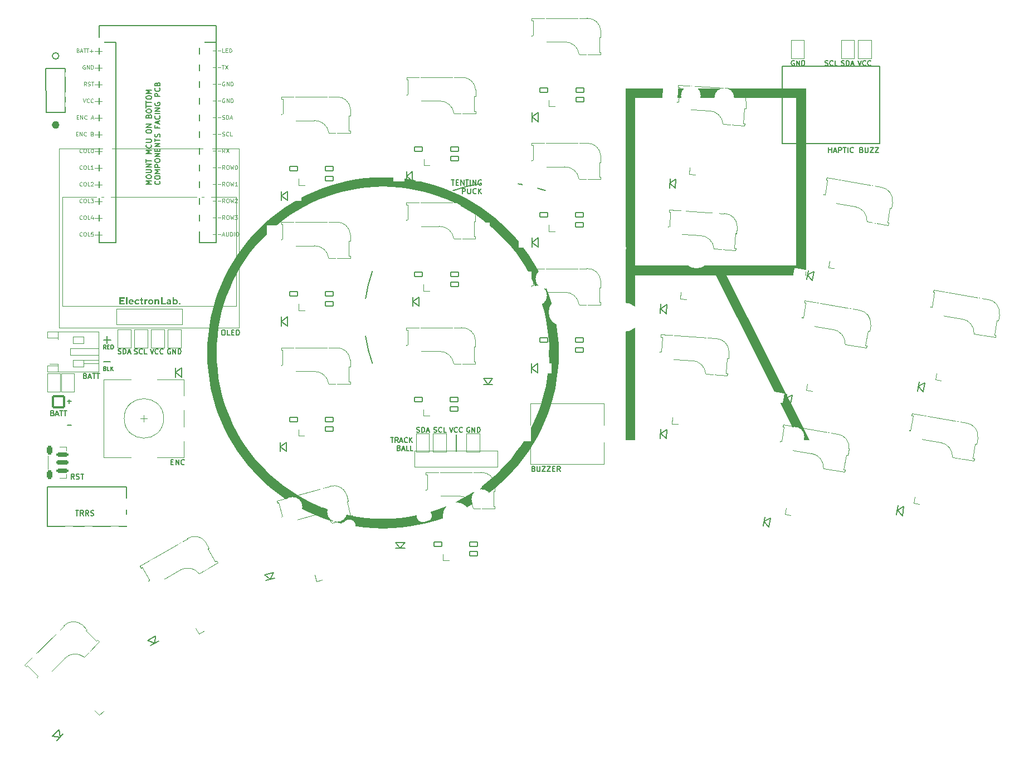
<source format=gto>
G04 #@! TF.GenerationSoftware,KiCad,Pcbnew,8.0.4-8.0.4-0~ubuntu22.04.1*
G04 #@! TF.CreationDate,2024-08-27T17:14:06+02:00*
G04 #@! TF.ProjectId,klor1_4,6b6c6f72-315f-4342-9e6b-696361645f70,v1.4.0*
G04 #@! TF.SameCoordinates,Original*
G04 #@! TF.FileFunction,Legend,Top*
G04 #@! TF.FilePolarity,Positive*
%FSLAX46Y46*%
G04 Gerber Fmt 4.6, Leading zero omitted, Abs format (unit mm)*
G04 Created by KiCad (PCBNEW 8.0.4-8.0.4-0~ubuntu22.04.1) date 2024-08-27 17:14:06*
%MOMM*%
%LPD*%
G01*
G04 APERTURE LIST*
G04 Aperture macros list*
%AMRoundRect*
0 Rectangle with rounded corners*
0 $1 Rounding radius*
0 $2 $3 $4 $5 $6 $7 $8 $9 X,Y pos of 4 corners*
0 Add a 4 corners polygon primitive as box body*
4,1,4,$2,$3,$4,$5,$6,$7,$8,$9,$2,$3,0*
0 Add four circle primitives for the rounded corners*
1,1,$1+$1,$2,$3*
1,1,$1+$1,$4,$5*
1,1,$1+$1,$6,$7*
1,1,$1+$1,$8,$9*
0 Add four rect primitives between the rounded corners*
20,1,$1+$1,$2,$3,$4,$5,0*
20,1,$1+$1,$4,$5,$6,$7,0*
20,1,$1+$1,$6,$7,$8,$9,0*
20,1,$1+$1,$8,$9,$2,$3,0*%
%AMRotRect*
0 Rectangle, with rotation*
0 The origin of the aperture is its center*
0 $1 length*
0 $2 width*
0 $3 Rotation angle, in degrees counterclockwise*
0 Add horizontal line*
21,1,$1,$2,0,0,$3*%
%AMFreePoly0*
4,1,6,1.000000,0.000000,0.500000,-0.750000,-0.500000,-0.750000,-0.500000,0.750000,0.500000,0.750000,1.000000,0.000000,1.000000,0.000000,$1*%
%AMFreePoly1*
4,1,6,0.500000,-0.750000,-0.650000,-0.750000,-0.150000,0.000000,-0.650000,0.750000,0.500000,0.750000,0.500000,-0.750000,0.500000,-0.750000,$1*%
%AMFreePoly2*
4,1,18,-0.410000,0.265000,0.000000,0.675000,0.328000,0.675000,0.359380,0.668758,0.385983,0.650983,0.403758,0.624380,0.410000,0.593000,0.410000,-0.593000,0.403758,-0.624380,0.385983,-0.650983,0.359380,-0.668758,0.328000,-0.675000,-0.328000,-0.675000,-0.359380,-0.668758,-0.385983,-0.650983,-0.403758,-0.624380,-0.410000,-0.593000,-0.410000,0.265000,-0.410000,0.265000,$1*%
G04 Aperture macros list end*
%ADD10C,0.000000*%
%ADD11C,0.150000*%
%ADD12C,0.569975*%
%ADD13C,0.127000*%
%ADD14C,0.100000*%
%ADD15C,0.120000*%
%ADD16C,0.200000*%
%ADD17C,1.200000*%
%ADD18O,2.500000X1.700000*%
%ADD19C,1.524000*%
%ADD20C,0.000001*%
%ADD21FreePoly0,270.000000*%
%ADD22FreePoly1,270.000000*%
%ADD23C,1.900000*%
%ADD24C,1.700000*%
%ADD25C,3.000000*%
%ADD26C,4.100000*%
%ADD27RoundRect,0.082000X0.651245X0.187383X0.187383X0.651245X-0.651245X-0.187383X-0.187383X-0.651245X0*%
%ADD28FreePoly2,135.000000*%
%ADD29RotRect,2.300000X2.000000X225.000000*%
%ADD30RoundRect,0.082000X0.593000X-0.328000X0.593000X0.328000X-0.593000X0.328000X-0.593000X-0.328000X0*%
%ADD31FreePoly2,90.000000*%
%ADD32R,2.300000X2.000000*%
%ADD33RoundRect,0.082000X0.568675X-0.368567X0.614436X0.285835X-0.568675X0.368567X-0.614436X-0.285835X0*%
%ADD34FreePoly2,86.000000*%
%ADD35RotRect,2.300000X2.000000X176.000000*%
%ADD36C,3.200000*%
%ADD37RotRect,1.800000X1.500000X350.000000*%
%ADD38R,1.800000X1.500000*%
%ADD39RotRect,1.800000X1.500000X356.000000*%
%ADD40RoundRect,0.082000X0.657687X-0.163344X0.487901X0.470303X-0.657687X0.163344X-0.487901X-0.470303X0*%
%ADD41FreePoly2,105.000000*%
%ADD42RotRect,2.300000X2.000000X195.000000*%
%ADD43FreePoly0,90.000000*%
%ADD44FreePoly1,90.000000*%
%ADD45RoundRect,0.082000X0.527034X-0.425990X0.640948X0.220044X-0.527034X0.425990X-0.640948X-0.220044X0*%
%ADD46FreePoly2,80.000000*%
%ADD47RotRect,2.300000X2.000000X170.000000*%
%ADD48RotRect,1.800000X1.500000X105.000000*%
%ADD49R,2.200000X2.200000*%
%ADD50C,2.200000*%
%ADD51C,2.000000*%
%ADD52R,3.200000X2.000000*%
%ADD53O,1.600000X2.000000*%
%ADD54RotRect,1.800000X1.500000X120.000000*%
%ADD55O,1.750000X1.200000*%
%ADD56C,0.900000*%
%ADD57RoundRect,0.187500X-0.712500X0.187500X-0.712500X-0.187500X0.712500X-0.187500X0.712500X0.187500X0*%
%ADD58RoundRect,0.150000X-0.750000X0.150000X-0.750000X-0.150000X0.750000X-0.150000X0.750000X0.150000X0*%
%ADD59RoundRect,0.225000X-0.225000X0.425000X-0.225000X-0.425000X0.225000X-0.425000X0.225000X0.425000X0*%
%ADD60C,4.400000*%
%ADD61RoundRect,0.082000X0.677553X0.012444X0.349553X0.580556X-0.677553X-0.012444X-0.349553X-0.580556X0*%
%ADD62FreePoly2,120.000000*%
%ADD63RotRect,2.300000X2.000000X210.000000*%
%ADD64RotRect,1.800000X1.500000X135.000000*%
%ADD65R,1.500000X1.800000*%
%ADD66RoundRect,0.142858X-0.857142X0.857142X-0.857142X-0.857142X0.857142X-0.857142X0.857142X0.857142X0*%
%ADD67R,1.000000X0.700000*%
%ADD68R,2.800000X1.000000*%
%ADD69R,1.524000X1.524000*%
%ADD70C,1.800000*%
%ADD71O,1.700000X1.700000*%
G04 APERTURE END LIST*
D10*
G36*
X93079257Y-96616030D02*
G01*
X92864416Y-96616030D01*
X92864416Y-95504251D01*
X93079257Y-95504251D01*
X93079257Y-96616030D01*
G37*
G36*
X98426485Y-96401717D02*
G01*
X98941894Y-96401717D01*
X98941894Y-96615501D01*
X98187832Y-96615501D01*
X98187832Y-95504251D01*
X98426485Y-95504251D01*
X98426485Y-96401717D01*
G37*
D11*
X192600000Y-60375000D02*
X207375000Y-60375000D01*
X207375000Y-72150000D01*
X192600000Y-72150000D01*
X192600000Y-60375000D01*
D10*
G36*
X94585454Y-95822552D02*
G01*
X94600297Y-95823363D01*
X94614967Y-95824708D01*
X94629451Y-95826580D01*
X94643736Y-95828973D01*
X94657811Y-95831880D01*
X94671662Y-95835296D01*
X94685278Y-95839214D01*
X94698497Y-95843481D01*
X94711158Y-95847946D01*
X94723248Y-95852609D01*
X94734755Y-95857471D01*
X94745667Y-95862531D01*
X94755971Y-95867789D01*
X94765656Y-95873246D01*
X94774707Y-95878902D01*
X94783314Y-95884656D01*
X94791674Y-95890411D01*
X94799785Y-95896165D01*
X94807648Y-95901920D01*
X94815263Y-95907675D01*
X94822630Y-95913430D01*
X94829749Y-95919184D01*
X94836620Y-95924939D01*
X94843143Y-95930617D01*
X94849221Y-95936134D01*
X94854851Y-95941477D01*
X94860035Y-95946634D01*
X94864773Y-95951593D01*
X94869064Y-95956341D01*
X94872909Y-95960866D01*
X94876308Y-95965155D01*
X94887949Y-95981559D01*
X94753012Y-96116497D01*
X94751300Y-96113620D01*
X94749341Y-96110544D01*
X94747133Y-96107269D01*
X94744677Y-96103797D01*
X94741974Y-96100125D01*
X94739022Y-96096256D01*
X94735822Y-96092188D01*
X94732374Y-96087922D01*
X94730458Y-96085696D01*
X94728281Y-96083383D01*
X94725844Y-96080983D01*
X94723147Y-96078496D01*
X94720189Y-96075923D01*
X94716970Y-96073263D01*
X94713492Y-96070516D01*
X94709752Y-96067682D01*
X94705752Y-96064761D01*
X94701492Y-96061753D01*
X94696972Y-96058659D01*
X94692191Y-96055478D01*
X94687149Y-96052210D01*
X94681847Y-96048855D01*
X94676285Y-96045413D01*
X94670462Y-96041885D01*
X94664490Y-96038424D01*
X94658480Y-96035188D01*
X94652431Y-96032174D01*
X94646343Y-96029383D01*
X94640215Y-96026816D01*
X94634045Y-96024472D01*
X94627834Y-96022351D01*
X94621580Y-96020454D01*
X94615283Y-96018780D01*
X94608941Y-96017329D01*
X94602554Y-96016101D01*
X94596122Y-96015096D01*
X94589643Y-96014315D01*
X94583117Y-96013757D01*
X94576543Y-96013422D01*
X94569920Y-96013310D01*
X94559490Y-96013558D01*
X94549234Y-96014301D01*
X94539153Y-96015539D01*
X94529249Y-96017271D01*
X94519521Y-96019495D01*
X94509970Y-96022212D01*
X94500598Y-96025420D01*
X94491405Y-96029119D01*
X94482392Y-96033308D01*
X94473559Y-96037986D01*
X94464908Y-96043152D01*
X94456439Y-96048806D01*
X94448152Y-96054946D01*
X94440050Y-96061573D01*
X94432132Y-96068685D01*
X94424399Y-96076281D01*
X94417001Y-96084224D01*
X94410086Y-96092377D01*
X94403653Y-96100738D01*
X94397701Y-96109304D01*
X94392230Y-96118075D01*
X94387239Y-96127050D01*
X94382726Y-96136226D01*
X94378692Y-96145602D01*
X94375136Y-96155176D01*
X94372056Y-96164947D01*
X94369452Y-96174914D01*
X94367323Y-96185074D01*
X94365669Y-96195427D01*
X94364488Y-96205971D01*
X94363781Y-96216703D01*
X94363545Y-96227623D01*
X94363787Y-96238543D01*
X94364511Y-96249275D01*
X94365718Y-96259819D01*
X94367406Y-96270171D01*
X94369575Y-96280332D01*
X94372223Y-96290298D01*
X94375351Y-96300069D01*
X94378957Y-96309644D01*
X94383040Y-96319020D01*
X94387600Y-96328196D01*
X94392636Y-96337170D01*
X94398147Y-96345942D01*
X94404133Y-96354508D01*
X94410592Y-96362869D01*
X94417524Y-96371022D01*
X94424928Y-96378965D01*
X94432655Y-96386561D01*
X94440556Y-96393673D01*
X94448633Y-96400300D01*
X94456885Y-96406440D01*
X94465314Y-96412094D01*
X94473921Y-96417260D01*
X94482705Y-96421938D01*
X94491669Y-96426127D01*
X94500813Y-96429826D01*
X94510138Y-96433034D01*
X94519643Y-96435751D01*
X94529331Y-96437975D01*
X94539202Y-96439707D01*
X94549257Y-96440945D01*
X94559496Y-96441688D01*
X94569920Y-96441936D01*
X94576456Y-96441837D01*
X94582965Y-96441539D01*
X94589447Y-96441043D01*
X94595899Y-96440348D01*
X94602320Y-96439455D01*
X94608708Y-96438364D01*
X94615063Y-96437074D01*
X94621381Y-96435586D01*
X94627663Y-96433899D01*
X94633906Y-96432014D01*
X94640108Y-96429930D01*
X94646269Y-96427648D01*
X94652386Y-96425168D01*
X94658458Y-96422489D01*
X94664484Y-96419612D01*
X94670462Y-96416536D01*
X94681970Y-96410185D01*
X94692678Y-96403827D01*
X94697731Y-96400644D01*
X94702581Y-96397458D01*
X94707227Y-96394266D01*
X94711670Y-96391070D01*
X94715909Y-96387867D01*
X94719942Y-96384657D01*
X94723769Y-96381439D01*
X94727388Y-96378213D01*
X94730800Y-96374977D01*
X94734004Y-96371732D01*
X94736998Y-96368475D01*
X94739783Y-96365207D01*
X94760950Y-96338748D01*
X94887950Y-96473686D01*
X94885370Y-96477159D01*
X94882393Y-96481227D01*
X94879020Y-96485890D01*
X94875250Y-96491148D01*
X94874171Y-96492600D01*
X94872919Y-96494175D01*
X94871495Y-96495874D01*
X94869900Y-96497697D01*
X94868134Y-96499644D01*
X94866199Y-96501715D01*
X94861822Y-96506230D01*
X94856775Y-96511241D01*
X94851065Y-96516747D01*
X94844697Y-96522750D01*
X94837679Y-96529249D01*
X94830262Y-96535874D01*
X94822697Y-96542263D01*
X94814982Y-96548429D01*
X94807119Y-96554384D01*
X94799108Y-96560141D01*
X94790947Y-96565712D01*
X94782637Y-96571109D01*
X94774179Y-96576344D01*
X94765324Y-96581454D01*
X94755823Y-96586465D01*
X94745678Y-96591376D01*
X94734888Y-96596188D01*
X94723453Y-96600901D01*
X94711373Y-96605515D01*
X94698648Y-96610030D01*
X94685279Y-96614445D01*
X94671511Y-96618538D01*
X94657588Y-96622085D01*
X94643505Y-96625086D01*
X94629253Y-96627542D01*
X94614828Y-96629451D01*
X94600223Y-96630816D01*
X94585433Y-96631634D01*
X94570449Y-96631907D01*
X94549204Y-96631436D01*
X94528329Y-96630021D01*
X94507823Y-96627662D01*
X94487684Y-96624358D01*
X94467912Y-96620109D01*
X94448503Y-96614913D01*
X94429458Y-96608770D01*
X94410773Y-96601679D01*
X94392449Y-96593639D01*
X94374482Y-96584649D01*
X94356872Y-96574710D01*
X94339617Y-96563819D01*
X94322715Y-96551976D01*
X94306166Y-96539181D01*
X94289967Y-96525432D01*
X94274116Y-96510729D01*
X94258935Y-96495393D01*
X94244745Y-96479747D01*
X94231544Y-96463788D01*
X94219331Y-96447518D01*
X94208103Y-96430934D01*
X94197860Y-96414037D01*
X94188600Y-96396825D01*
X94180321Y-96379297D01*
X94173022Y-96361453D01*
X94166702Y-96343292D01*
X94161357Y-96324813D01*
X94156988Y-96306015D01*
X94153593Y-96286898D01*
X94151170Y-96267461D01*
X94149717Y-96247703D01*
X94149233Y-96227624D01*
X94149723Y-96207539D01*
X94151191Y-96187765D01*
X94153638Y-96168304D01*
X94157063Y-96149158D01*
X94161464Y-96130329D01*
X94166841Y-96111817D01*
X94173193Y-96093624D01*
X94180520Y-96075753D01*
X94188820Y-96058204D01*
X94198093Y-96040979D01*
X94208338Y-96024079D01*
X94219554Y-96007507D01*
X94231741Y-95991263D01*
X94244897Y-95975349D01*
X94259023Y-95959768D01*
X94274116Y-95944519D01*
X94274116Y-95943459D01*
X94289879Y-95928756D01*
X94306013Y-95915007D01*
X94322518Y-95902212D01*
X94339393Y-95890369D01*
X94356637Y-95879478D01*
X94374249Y-95869538D01*
X94392228Y-95860549D01*
X94410574Y-95852509D01*
X94429286Y-95845418D01*
X94448363Y-95839275D01*
X94467805Y-95834079D01*
X94487610Y-95829829D01*
X94507777Y-95826525D01*
X94528307Y-95824166D01*
X94549198Y-95822752D01*
X94570449Y-95822280D01*
X94585454Y-95822552D01*
G37*
G36*
X101019016Y-96393917D02*
G01*
X101025396Y-96394327D01*
X101031663Y-96395012D01*
X101037816Y-96395972D01*
X101043854Y-96397207D01*
X101049777Y-96398720D01*
X101055583Y-96400510D01*
X101061273Y-96402578D01*
X101066844Y-96404925D01*
X101072297Y-96407552D01*
X101077631Y-96410460D01*
X101082845Y-96413649D01*
X101087937Y-96417120D01*
X101092908Y-96420874D01*
X101097756Y-96424912D01*
X101102482Y-96429234D01*
X101106996Y-96433743D01*
X101111214Y-96438340D01*
X101115136Y-96443027D01*
X101118762Y-96447805D01*
X101122094Y-96452676D01*
X101125131Y-96457642D01*
X101127876Y-96462704D01*
X101130329Y-96467864D01*
X101132490Y-96473122D01*
X101134361Y-96478482D01*
X101135941Y-96483944D01*
X101137233Y-96489510D01*
X101138236Y-96495181D01*
X101138952Y-96500959D01*
X101139380Y-96506846D01*
X101139523Y-96512843D01*
X101139380Y-96518834D01*
X101138952Y-96524703D01*
X101138236Y-96530456D01*
X101137233Y-96536093D01*
X101135941Y-96541619D01*
X101134361Y-96547036D01*
X101132490Y-96552348D01*
X101130329Y-96557557D01*
X101127876Y-96562668D01*
X101125131Y-96567682D01*
X101122094Y-96572603D01*
X101118762Y-96577434D01*
X101115136Y-96582179D01*
X101111214Y-96586839D01*
X101106996Y-96591420D01*
X101102482Y-96595922D01*
X101097756Y-96600245D01*
X101092908Y-96604283D01*
X101087937Y-96608037D01*
X101082845Y-96611508D01*
X101077631Y-96614697D01*
X101072297Y-96617605D01*
X101066844Y-96620232D01*
X101061273Y-96622579D01*
X101055583Y-96624648D01*
X101049777Y-96626437D01*
X101043854Y-96627950D01*
X101037816Y-96629186D01*
X101031663Y-96630145D01*
X101025396Y-96630830D01*
X101019016Y-96631240D01*
X101012523Y-96631377D01*
X101006031Y-96631240D01*
X100999651Y-96630830D01*
X100993384Y-96630145D01*
X100987231Y-96629186D01*
X100981193Y-96627950D01*
X100975270Y-96626437D01*
X100969464Y-96624648D01*
X100963774Y-96622579D01*
X100958203Y-96620232D01*
X100952750Y-96617605D01*
X100947416Y-96614697D01*
X100942202Y-96611508D01*
X100937110Y-96608037D01*
X100932139Y-96604283D01*
X100927290Y-96600245D01*
X100922565Y-96595922D01*
X100918051Y-96591414D01*
X100913833Y-96586818D01*
X100909911Y-96582134D01*
X100906285Y-96577360D01*
X100902953Y-96572497D01*
X100899915Y-96567543D01*
X100897171Y-96562497D01*
X100894718Y-96557359D01*
X100892557Y-96552128D01*
X100890686Y-96546804D01*
X100889106Y-96541385D01*
X100887814Y-96535870D01*
X100886811Y-96530259D01*
X100886095Y-96524552D01*
X100885667Y-96518746D01*
X100885524Y-96512843D01*
X100885667Y-96506933D01*
X100886095Y-96501111D01*
X100886811Y-96495378D01*
X100887814Y-96489733D01*
X100889106Y-96484179D01*
X100890686Y-96478715D01*
X100892557Y-96473342D01*
X100894718Y-96468062D01*
X100897171Y-96462875D01*
X100899915Y-96457782D01*
X100902953Y-96452783D01*
X100906285Y-96447879D01*
X100909911Y-96443072D01*
X100913833Y-96438362D01*
X100918051Y-96433749D01*
X100922565Y-96429234D01*
X100927290Y-96424912D01*
X100932139Y-96420874D01*
X100937110Y-96417120D01*
X100942202Y-96413649D01*
X100947416Y-96410460D01*
X100952750Y-96407552D01*
X100958203Y-96404925D01*
X100963774Y-96402578D01*
X100969464Y-96400510D01*
X100975270Y-96398720D01*
X100981193Y-96397207D01*
X100987231Y-96395972D01*
X100993384Y-96395012D01*
X100999651Y-96394327D01*
X101006031Y-96393917D01*
X101012523Y-96393781D01*
X101019016Y-96393917D01*
G37*
G36*
X196189538Y-92174098D02*
G01*
X184120096Y-92174098D01*
X196718912Y-117230555D01*
X195095529Y-117230555D01*
X182496728Y-92174098D01*
X170215532Y-92174098D01*
X170215532Y-117230555D01*
X168768610Y-117230555D01*
X168768610Y-90691889D01*
X168768610Y-65211947D01*
X170215524Y-65211947D01*
X170215524Y-90691889D01*
X194742624Y-90691889D01*
X194742624Y-65211947D01*
X170215524Y-65211947D01*
X168768610Y-65211947D01*
X168768610Y-63765025D01*
X196189538Y-63765025D01*
X196189538Y-92174098D01*
G37*
G36*
X92666507Y-95719093D02*
G01*
X92087599Y-95719093D01*
X92087599Y-95941343D01*
X92539507Y-95941343D01*
X92539507Y-96155126D01*
X92087599Y-96155126D01*
X92087599Y-96401717D01*
X92682912Y-96401717D01*
X92682912Y-96616030D01*
X91848945Y-96616030D01*
X91848945Y-95504251D01*
X92666507Y-95504251D01*
X92666507Y-95719093D01*
G37*
G36*
X97649213Y-95822111D02*
G01*
X97665305Y-95823190D01*
X97681013Y-95824989D01*
X97696336Y-95827506D01*
X97711274Y-95830743D01*
X97725828Y-95834700D01*
X97739998Y-95839375D01*
X97753783Y-95844770D01*
X97767184Y-95850885D01*
X97780200Y-95857718D01*
X97792832Y-95865271D01*
X97805079Y-95873544D01*
X97816942Y-95882536D01*
X97828421Y-95892247D01*
X97839514Y-95902677D01*
X97850224Y-95913827D01*
X97860412Y-95925590D01*
X97869943Y-95937862D01*
X97878817Y-95950640D01*
X97887034Y-95963924D01*
X97894593Y-95977714D01*
X97901495Y-95992008D01*
X97907740Y-96006807D01*
X97913327Y-96022108D01*
X97918257Y-96037911D01*
X97922529Y-96054216D01*
X97926145Y-96071022D01*
X97929103Y-96088328D01*
X97931403Y-96106133D01*
X97933046Y-96124436D01*
X97934032Y-96143237D01*
X97934361Y-96162535D01*
X97934361Y-96614973D01*
X97720578Y-96614973D01*
X97720578Y-96186347D01*
X97720411Y-96177529D01*
X97719909Y-96168933D01*
X97719074Y-96160559D01*
X97717907Y-96152406D01*
X97716408Y-96144473D01*
X97714578Y-96136760D01*
X97712418Y-96129265D01*
X97709928Y-96121988D01*
X97707110Y-96114927D01*
X97703964Y-96108083D01*
X97700491Y-96101455D01*
X97696691Y-96095041D01*
X97692566Y-96088842D01*
X97688116Y-96082855D01*
X97683342Y-96077081D01*
X97678244Y-96071518D01*
X97672887Y-96066229D01*
X97667331Y-96061275D01*
X97661579Y-96056657D01*
X97655631Y-96052377D01*
X97649487Y-96048435D01*
X97643149Y-96044831D01*
X97636617Y-96041567D01*
X97629892Y-96038644D01*
X97622974Y-96036061D01*
X97615866Y-96033820D01*
X97608566Y-96031922D01*
X97601077Y-96030367D01*
X97593399Y-96029156D01*
X97585532Y-96028291D01*
X97577477Y-96027771D01*
X97569236Y-96027597D01*
X97560226Y-96027783D01*
X97551451Y-96028341D01*
X97542912Y-96029271D01*
X97534609Y-96030574D01*
X97526541Y-96032248D01*
X97518709Y-96034294D01*
X97511113Y-96036713D01*
X97503752Y-96039503D01*
X97496627Y-96042666D01*
X97489737Y-96046201D01*
X97483083Y-96050108D01*
X97476665Y-96054386D01*
X97470482Y-96059037D01*
X97464535Y-96064060D01*
X97458824Y-96069455D01*
X97453348Y-96075222D01*
X97448158Y-96081330D01*
X97443303Y-96087750D01*
X97438782Y-96094480D01*
X97434596Y-96101524D01*
X97430745Y-96108880D01*
X97427229Y-96116550D01*
X97424048Y-96124535D01*
X97421202Y-96132835D01*
X97418690Y-96141452D01*
X97416514Y-96150385D01*
X97414672Y-96159637D01*
X97413165Y-96169207D01*
X97411993Y-96179096D01*
X97411156Y-96189306D01*
X97410653Y-96199836D01*
X97410486Y-96210688D01*
X97410486Y-96615501D01*
X97196703Y-96615501D01*
X97196703Y-95837097D01*
X97410486Y-95837097D01*
X97410486Y-95932876D01*
X97412969Y-95929625D01*
X97415662Y-95926220D01*
X97418579Y-95922653D01*
X97421731Y-95918919D01*
X97425131Y-95915011D01*
X97428792Y-95910924D01*
X97432726Y-95906650D01*
X97436944Y-95902184D01*
X97439282Y-95899853D01*
X97441930Y-95897422D01*
X97444888Y-95894892D01*
X97448156Y-95892263D01*
X97451734Y-95889534D01*
X97455622Y-95886706D01*
X97459821Y-95883780D01*
X97464329Y-95880753D01*
X97469147Y-95877628D01*
X97474276Y-95874403D01*
X97479714Y-95871080D01*
X97485463Y-95867657D01*
X97497890Y-95860513D01*
X97511557Y-95852973D01*
X97518732Y-95849221D01*
X97525967Y-95845706D01*
X97533261Y-95842428D01*
X97540612Y-95839388D01*
X97548019Y-95836587D01*
X97555480Y-95834025D01*
X97562994Y-95831703D01*
X97570559Y-95829623D01*
X97578174Y-95827784D01*
X97585837Y-95826188D01*
X97593546Y-95824836D01*
X97601300Y-95823728D01*
X97609098Y-95822864D01*
X97616938Y-95822247D01*
X97624818Y-95821875D01*
X97632736Y-95821752D01*
X97649213Y-95822111D01*
G37*
G36*
X93671376Y-95822186D02*
G01*
X93691559Y-95823489D01*
X93711308Y-95825659D01*
X93730620Y-95828698D01*
X93749494Y-95832604D01*
X93767931Y-95837379D01*
X93785929Y-95843022D01*
X93803487Y-95849533D01*
X93820606Y-95856913D01*
X93837283Y-95865160D01*
X93853518Y-95874276D01*
X93869311Y-95884260D01*
X93884660Y-95895112D01*
X93899565Y-95906832D01*
X93914025Y-95919421D01*
X93928040Y-95932877D01*
X93941403Y-95946985D01*
X93953910Y-95961527D01*
X93965560Y-95976503D01*
X93976351Y-95991912D01*
X93986284Y-96007756D01*
X93995357Y-96024034D01*
X94003569Y-96040747D01*
X94010921Y-96057893D01*
X94017410Y-96075473D01*
X94023037Y-96093488D01*
X94027800Y-96111936D01*
X94031699Y-96130819D01*
X94034733Y-96150136D01*
X94036901Y-96169886D01*
X94038202Y-96190071D01*
X94038636Y-96210690D01*
X94030698Y-96297473D01*
X93467137Y-96297473D01*
X93467665Y-96298001D01*
X93469414Y-96305864D01*
X93471486Y-96313578D01*
X93473883Y-96321141D01*
X93476604Y-96328553D01*
X93479650Y-96335812D01*
X93483023Y-96342920D01*
X93486723Y-96349873D01*
X93490751Y-96356673D01*
X93495107Y-96363317D01*
X93499793Y-96369806D01*
X93504809Y-96376138D01*
X93510156Y-96382312D01*
X93515835Y-96388329D01*
X93521846Y-96394187D01*
X93528191Y-96399885D01*
X93534870Y-96405422D01*
X93541833Y-96410712D01*
X93549031Y-96415666D01*
X93556461Y-96420283D01*
X93564123Y-96424563D01*
X93572013Y-96428506D01*
X93580132Y-96432109D01*
X93588477Y-96435373D01*
X93597047Y-96438297D01*
X93605840Y-96440880D01*
X93614854Y-96443120D01*
X93624089Y-96445019D01*
X93633543Y-96446573D01*
X93643213Y-96447784D01*
X93653099Y-96448650D01*
X93663199Y-96449170D01*
X93673511Y-96449343D01*
X93681021Y-96449250D01*
X93688468Y-96448971D01*
X93695851Y-96448506D01*
X93703169Y-96447855D01*
X93710423Y-96447018D01*
X93717611Y-96445995D01*
X93724732Y-96444786D01*
X93731786Y-96443390D01*
X93738771Y-96441809D01*
X93745688Y-96440042D01*
X93752535Y-96438088D01*
X93759311Y-96435949D01*
X93766016Y-96433624D01*
X93772648Y-96431112D01*
X93779208Y-96428415D01*
X93785695Y-96425531D01*
X93798121Y-96419578D01*
X93809598Y-96413625D01*
X93814979Y-96410648D01*
X93820120Y-96407672D01*
X93825022Y-96404695D01*
X93829682Y-96401718D01*
X93834100Y-96398742D01*
X93838275Y-96395765D01*
X93842208Y-96392789D01*
X93845896Y-96389812D01*
X93849339Y-96386836D01*
X93852536Y-96383859D01*
X93855487Y-96380883D01*
X93858190Y-96377906D01*
X93880415Y-96354094D01*
X93991011Y-96496969D01*
X93976724Y-96511257D01*
X93973995Y-96513860D01*
X93970572Y-96516904D01*
X93966455Y-96520381D01*
X93961642Y-96524287D01*
X93956136Y-96528614D01*
X93949935Y-96533357D01*
X93943039Y-96538509D01*
X93935449Y-96544064D01*
X93927439Y-96549745D01*
X93919292Y-96555276D01*
X93911022Y-96560659D01*
X93902640Y-96565893D01*
X93894159Y-96570978D01*
X93885591Y-96575914D01*
X93876949Y-96580701D01*
X93868245Y-96585339D01*
X93863786Y-96587603D01*
X93859143Y-96589830D01*
X93849310Y-96594178D01*
X93838758Y-96598390D01*
X93827499Y-96602471D01*
X93815545Y-96606428D01*
X93802909Y-96610268D01*
X93789603Y-96613996D01*
X93775640Y-96617619D01*
X93761303Y-96620944D01*
X93746867Y-96623787D01*
X93732331Y-96626157D01*
X93717697Y-96628069D01*
X93702963Y-96629535D01*
X93688129Y-96630566D01*
X93673197Y-96631176D01*
X93658165Y-96631377D01*
X93636933Y-96630912D01*
X93616097Y-96629516D01*
X93595658Y-96627191D01*
X93575615Y-96623935D01*
X93555970Y-96619750D01*
X93536722Y-96614634D01*
X93517870Y-96608587D01*
X93499415Y-96601611D01*
X93481357Y-96593705D01*
X93463697Y-96584868D01*
X93446432Y-96575101D01*
X93429565Y-96564404D01*
X93413095Y-96552777D01*
X93397022Y-96540219D01*
X93381345Y-96526732D01*
X93366065Y-96512314D01*
X93351449Y-96497245D01*
X93337765Y-96481804D01*
X93325014Y-96465991D01*
X93313198Y-96449806D01*
X93302318Y-96433249D01*
X93292377Y-96416320D01*
X93283374Y-96399019D01*
X93275313Y-96381345D01*
X93268194Y-96363300D01*
X93262020Y-96344883D01*
X93256791Y-96326093D01*
X93252509Y-96306931D01*
X93249176Y-96287398D01*
X93246794Y-96267492D01*
X93245363Y-96247214D01*
X93244886Y-96226564D01*
X93245351Y-96205914D01*
X93246747Y-96185636D01*
X93249075Y-96165731D01*
X93252082Y-96147718D01*
X93467136Y-96147718D01*
X93824324Y-96147718D01*
X93822606Y-96140060D01*
X93820627Y-96132565D01*
X93818386Y-96125234D01*
X93815882Y-96118068D01*
X93813115Y-96111071D01*
X93810083Y-96104242D01*
X93806786Y-96097584D01*
X93803223Y-96091098D01*
X93799394Y-96084785D01*
X93795297Y-96078648D01*
X93790932Y-96072687D01*
X93786298Y-96066905D01*
X93781395Y-96061303D01*
X93776220Y-96055882D01*
X93770775Y-96050643D01*
X93765057Y-96045590D01*
X93759117Y-96040691D01*
X93753003Y-96036113D01*
X93746718Y-96031857D01*
X93740261Y-96027920D01*
X93733633Y-96024304D01*
X93726836Y-96021005D01*
X93719870Y-96018025D01*
X93712736Y-96015361D01*
X93705434Y-96013014D01*
X93697966Y-96010982D01*
X93690331Y-96009265D01*
X93682532Y-96007862D01*
X93674568Y-96006772D01*
X93666441Y-96005995D01*
X93658151Y-96005529D01*
X93649699Y-96005373D01*
X93641247Y-96005529D01*
X93632956Y-96005994D01*
X93624826Y-96006769D01*
X93616857Y-96007854D01*
X93609050Y-96009249D01*
X93601404Y-96010954D01*
X93593919Y-96012970D01*
X93586596Y-96015295D01*
X93579433Y-96017931D01*
X93572432Y-96020876D01*
X93565592Y-96024132D01*
X93558914Y-96027697D01*
X93552396Y-96031573D01*
X93546040Y-96035759D01*
X93539845Y-96040255D01*
X93533811Y-96045061D01*
X93534340Y-96044531D01*
X93528499Y-96049585D01*
X93522880Y-96054825D01*
X93517482Y-96060251D01*
X93512306Y-96065863D01*
X93507349Y-96071661D01*
X93502612Y-96077645D01*
X93498094Y-96083815D01*
X93493793Y-96090172D01*
X93489709Y-96096714D01*
X93485842Y-96103442D01*
X93482190Y-96110356D01*
X93478753Y-96117457D01*
X93475530Y-96124743D01*
X93472520Y-96132215D01*
X93469722Y-96139874D01*
X93467136Y-96147718D01*
X93252082Y-96147718D01*
X93252336Y-96146197D01*
X93256529Y-96127035D01*
X93261657Y-96108246D01*
X93267720Y-96089829D01*
X93274718Y-96071783D01*
X93282652Y-96054110D01*
X93291524Y-96036809D01*
X93301334Y-96019880D01*
X93312082Y-96003323D01*
X93323770Y-95987138D01*
X93336398Y-95971325D01*
X93349967Y-95955884D01*
X93364478Y-95940815D01*
X93379640Y-95926397D01*
X93395162Y-95912910D01*
X93411046Y-95900352D01*
X93427291Y-95888725D01*
X93443900Y-95878028D01*
X93460872Y-95868261D01*
X93478208Y-95859424D01*
X93495909Y-95851518D01*
X93513977Y-95844542D01*
X93532411Y-95838495D01*
X93551212Y-95833379D01*
X93570381Y-95829194D01*
X93589920Y-95825938D01*
X93609828Y-95823613D01*
X93630107Y-95822217D01*
X93650757Y-95821752D01*
X93671376Y-95822186D01*
G37*
D11*
X84560000Y-115000000D02*
X83975000Y-115000000D01*
D10*
G36*
X95126074Y-95608498D02*
G01*
X95316574Y-95608498D01*
X95316574Y-95854031D01*
X95474795Y-95854031D01*
X95474795Y-96044531D01*
X95316574Y-96044531D01*
X95316574Y-96353564D01*
X95316679Y-96358085D01*
X95316996Y-96362519D01*
X95317523Y-96366866D01*
X95318261Y-96371126D01*
X95319209Y-96375299D01*
X95320369Y-96379386D01*
X95321739Y-96383386D01*
X95323321Y-96387299D01*
X95325113Y-96391125D01*
X95327116Y-96394864D01*
X95329330Y-96398517D01*
X95331754Y-96402082D01*
X95334390Y-96405561D01*
X95337236Y-96408953D01*
X95340293Y-96412258D01*
X95343561Y-96415476D01*
X95346985Y-96418552D01*
X95350509Y-96421430D01*
X95354135Y-96424109D01*
X95357865Y-96426589D01*
X95361701Y-96428871D01*
X95365644Y-96430955D01*
X95369695Y-96432840D01*
X95373856Y-96434527D01*
X95378129Y-96436015D01*
X95382515Y-96437305D01*
X95387016Y-96438396D01*
X95391633Y-96439289D01*
X95396368Y-96439983D01*
X95401222Y-96440479D01*
X95406197Y-96440777D01*
X95411295Y-96440876D01*
X95416453Y-96440803D01*
X95421605Y-96440587D01*
X95426745Y-96440234D01*
X95431866Y-96439752D01*
X95436962Y-96439145D01*
X95442027Y-96438421D01*
X95447056Y-96437584D01*
X95452040Y-96436643D01*
X95456851Y-96435627D01*
X95461359Y-96434567D01*
X95465556Y-96433471D01*
X95469437Y-96432343D01*
X95472995Y-96431191D01*
X95476225Y-96430020D01*
X95479120Y-96428837D01*
X95481674Y-96427648D01*
X95491199Y-96424472D01*
X95491199Y-96607565D01*
X95483199Y-96610448D01*
X95475074Y-96613145D01*
X95466824Y-96615653D01*
X95458448Y-96617974D01*
X95449945Y-96620106D01*
X95441313Y-96622047D01*
X95432553Y-96623798D01*
X95423664Y-96625358D01*
X95414644Y-96626725D01*
X95405493Y-96627899D01*
X95396211Y-96628879D01*
X95386796Y-96629665D01*
X95377247Y-96630256D01*
X95367565Y-96630650D01*
X95357748Y-96630848D01*
X95347795Y-96630848D01*
X95332657Y-96630584D01*
X95318004Y-96629794D01*
X95303834Y-96628476D01*
X95290146Y-96626631D01*
X95276942Y-96624259D01*
X95264220Y-96621360D01*
X95251981Y-96617934D01*
X95240225Y-96613981D01*
X95228950Y-96609501D01*
X95218158Y-96604493D01*
X95207847Y-96598959D01*
X95198018Y-96592897D01*
X95188670Y-96586308D01*
X95179803Y-96579192D01*
X95171417Y-96571549D01*
X95163512Y-96563379D01*
X95156088Y-96554682D01*
X95149144Y-96545458D01*
X95142680Y-96535707D01*
X95136696Y-96525428D01*
X95131192Y-96514623D01*
X95126168Y-96503290D01*
X95121623Y-96491430D01*
X95117557Y-96479043D01*
X95113971Y-96466129D01*
X95110863Y-96452688D01*
X95108234Y-96438720D01*
X95106083Y-96424225D01*
X95104411Y-96409202D01*
X95103216Y-96393653D01*
X95102500Y-96377576D01*
X95102261Y-96360973D01*
X95102261Y-96044001D01*
X94967324Y-96044001D01*
X94967324Y-95853501D01*
X95038761Y-95853501D01*
X95043282Y-95853390D01*
X95047715Y-95853055D01*
X95052062Y-95852497D01*
X95056323Y-95851715D01*
X95060496Y-95850711D01*
X95064583Y-95849483D01*
X95068582Y-95848032D01*
X95072495Y-95846358D01*
X95076321Y-95844460D01*
X95080061Y-95842339D01*
X95083713Y-95839995D01*
X95087279Y-95837428D01*
X95090758Y-95834637D01*
X95094150Y-95831624D01*
X95097455Y-95828386D01*
X95100673Y-95824926D01*
X95103749Y-95821286D01*
X95106626Y-95817510D01*
X95109305Y-95813597D01*
X95111786Y-95809547D01*
X95114068Y-95805361D01*
X95116151Y-95801039D01*
X95118037Y-95796581D01*
X95119723Y-95791986D01*
X95121212Y-95787254D01*
X95122501Y-95782386D01*
X95123593Y-95777382D01*
X95124486Y-95772241D01*
X95125180Y-95766964D01*
X95125676Y-95761550D01*
X95125974Y-95756000D01*
X95126073Y-95750314D01*
X95126073Y-95607439D01*
X95126074Y-95608498D01*
G37*
G36*
X131925027Y-77281397D02*
G01*
X133296433Y-77316267D01*
X134650216Y-77419743D01*
X135984678Y-77590126D01*
X137298120Y-77825716D01*
X138588841Y-78124815D01*
X139855143Y-78485722D01*
X141095325Y-78906737D01*
X142307689Y-79386162D01*
X143490535Y-79922297D01*
X144642163Y-80513443D01*
X145760874Y-81157899D01*
X146844968Y-81853967D01*
X147892746Y-82599947D01*
X148902509Y-83394139D01*
X149872556Y-84234845D01*
X150801189Y-85120364D01*
X151686708Y-86048997D01*
X152527413Y-87019044D01*
X153321605Y-88028806D01*
X154067585Y-89076584D01*
X154763653Y-90160678D01*
X155408109Y-91279389D01*
X155999255Y-92431016D01*
X156535389Y-93613862D01*
X157014814Y-94826225D01*
X157435830Y-96066407D01*
X157796736Y-97332707D01*
X158095835Y-98623428D01*
X158331425Y-99936868D01*
X158501808Y-101271330D01*
X158605284Y-102625112D01*
X158640153Y-103996516D01*
X158605284Y-105367921D01*
X158501808Y-106721705D01*
X158331425Y-108056167D01*
X158095835Y-109369609D01*
X157796736Y-110660330D01*
X157435830Y-111926632D01*
X157014814Y-113166815D01*
X156535389Y-114379179D01*
X155999255Y-115562025D01*
X155408109Y-116713653D01*
X154763653Y-117832364D01*
X154067585Y-118916459D01*
X153321605Y-119964237D01*
X152527413Y-120974000D01*
X151686708Y-121944048D01*
X150801189Y-122872681D01*
X149872556Y-123758200D01*
X148902509Y-124598906D01*
X147892746Y-125393099D01*
X146844968Y-126139079D01*
X145760874Y-126835147D01*
X144642163Y-127479603D01*
X143490535Y-128070749D01*
X142307689Y-128606884D01*
X141095325Y-129086309D01*
X139855143Y-129507325D01*
X138588841Y-129868232D01*
X137298120Y-130167330D01*
X135984678Y-130402921D01*
X134650216Y-130573304D01*
X133296433Y-130676780D01*
X131925027Y-130711649D01*
X130553623Y-130676780D01*
X129199840Y-130573303D01*
X127865378Y-130402920D01*
X126551937Y-130167330D01*
X125261216Y-129868231D01*
X123994915Y-129507324D01*
X122754733Y-129086308D01*
X121542369Y-128606882D01*
X120359524Y-128070746D01*
X119207896Y-127479600D01*
X118089186Y-126835143D01*
X117005091Y-126139074D01*
X115957313Y-125393094D01*
X114947551Y-124598900D01*
X113977504Y-123758194D01*
X113048871Y-122872674D01*
X112163352Y-121944041D01*
X111322646Y-120973992D01*
X110528454Y-119964229D01*
X109782474Y-118916450D01*
X109086406Y-117832355D01*
X108441950Y-116713644D01*
X107850805Y-115562015D01*
X107314670Y-114379169D01*
X106835245Y-113166805D01*
X106414229Y-111926622D01*
X106053322Y-110660321D01*
X105754224Y-109369599D01*
X105518634Y-108056158D01*
X105348251Y-106721696D01*
X105244775Y-105367913D01*
X105209905Y-103996508D01*
X105210803Y-103961215D01*
X106656827Y-103961215D01*
X106689750Y-105260159D01*
X106787453Y-106542206D01*
X106948342Y-107805759D01*
X107170818Y-109049221D01*
X107453288Y-110270997D01*
X107794154Y-111469491D01*
X108191820Y-112643107D01*
X108644691Y-113790248D01*
X109151170Y-114909318D01*
X109709661Y-115998721D01*
X110318568Y-117056862D01*
X110976296Y-118082144D01*
X111681246Y-119072970D01*
X112431825Y-120027746D01*
X113226435Y-120944874D01*
X114063481Y-121822759D01*
X114941366Y-122659805D01*
X115858495Y-123454415D01*
X116813270Y-124204993D01*
X117804097Y-124909944D01*
X118829379Y-125567671D01*
X119887520Y-126176578D01*
X120976923Y-126735069D01*
X122095994Y-127241547D01*
X123243135Y-127694418D01*
X124416750Y-128092084D01*
X125615244Y-128432950D01*
X126837021Y-128715420D01*
X128080483Y-128937897D01*
X129344036Y-129098785D01*
X130626083Y-129196488D01*
X131925027Y-129229411D01*
X133220868Y-129196488D01*
X134500204Y-129098785D01*
X135761421Y-128937897D01*
X137002903Y-128715420D01*
X138223035Y-128432950D01*
X139420202Y-128092084D01*
X140592787Y-127694418D01*
X141739175Y-127241547D01*
X142857752Y-126735069D01*
X143946900Y-126176578D01*
X145005006Y-125567671D01*
X146030452Y-124909944D01*
X147021625Y-124204993D01*
X147976908Y-123454415D01*
X148894686Y-122659805D01*
X149773344Y-121822759D01*
X150611265Y-120944874D01*
X151406835Y-120027746D01*
X152158438Y-119072970D01*
X152864458Y-118082144D01*
X153523280Y-117056862D01*
X154133289Y-115998721D01*
X154692869Y-114909318D01*
X155200405Y-113790248D01*
X155654280Y-112643107D01*
X156052880Y-111469491D01*
X156394590Y-110270997D01*
X156677793Y-109049221D01*
X156900874Y-107805759D01*
X157062218Y-106542206D01*
X157160208Y-105260159D01*
X157193231Y-103961215D01*
X157160309Y-102662270D01*
X157062605Y-101380224D01*
X156901717Y-100116672D01*
X156679240Y-98873210D01*
X156396770Y-97651434D01*
X156055904Y-96452941D01*
X155658238Y-95279325D01*
X155205367Y-94132185D01*
X154698888Y-93013115D01*
X154140396Y-91923711D01*
X153531489Y-90865570D01*
X152873762Y-89840289D01*
X152168811Y-88849462D01*
X151418232Y-87894686D01*
X150623622Y-86977558D01*
X149786576Y-86099673D01*
X148908690Y-85262627D01*
X147991562Y-84468017D01*
X147036786Y-83717438D01*
X146045959Y-83012487D01*
X145020677Y-82354760D01*
X143962536Y-81745853D01*
X142873132Y-81187362D01*
X141754062Y-80680883D01*
X140606920Y-80228012D01*
X139433305Y-79830345D01*
X138234811Y-79489479D01*
X137013034Y-79207010D01*
X135769572Y-78984533D01*
X134506019Y-78823644D01*
X133223972Y-78725941D01*
X131925027Y-78693018D01*
X130626083Y-78725941D01*
X129344036Y-78823644D01*
X128080483Y-78984533D01*
X126837021Y-79207010D01*
X125615244Y-79489479D01*
X124416750Y-79830345D01*
X123243135Y-80228012D01*
X122095994Y-80680883D01*
X120976923Y-81187362D01*
X119887520Y-81745853D01*
X118829379Y-82354760D01*
X117804097Y-83012487D01*
X116813270Y-83717438D01*
X115858495Y-84468017D01*
X114941366Y-85262627D01*
X114063481Y-86099673D01*
X113226435Y-86977558D01*
X112431825Y-87894686D01*
X111681246Y-88849462D01*
X110976296Y-89840289D01*
X110318568Y-90865570D01*
X109709661Y-91923711D01*
X109151170Y-93013115D01*
X108644691Y-94132185D01*
X108191820Y-95279325D01*
X107794154Y-96452941D01*
X107453288Y-97651434D01*
X107170818Y-98873210D01*
X106948342Y-100116672D01*
X106787453Y-101380224D01*
X106689750Y-102662270D01*
X106656827Y-103961215D01*
X105210803Y-103961215D01*
X105244775Y-102625104D01*
X105348251Y-101271322D01*
X105518634Y-99936861D01*
X105754224Y-98623420D01*
X106053323Y-97332700D01*
X106414229Y-96066399D01*
X106835245Y-94826217D01*
X107314670Y-93613854D01*
X107850805Y-92431009D01*
X108441951Y-91279381D01*
X109086407Y-90160671D01*
X109782475Y-89076577D01*
X110528455Y-88028799D01*
X111322648Y-87019036D01*
X112163353Y-86048989D01*
X113048872Y-85120356D01*
X113977505Y-84234837D01*
X114947553Y-83394132D01*
X115957315Y-82599939D01*
X117005093Y-81853960D01*
X118089187Y-81157892D01*
X119207898Y-80513435D01*
X120359526Y-79922290D01*
X121542371Y-79386155D01*
X122754734Y-78906730D01*
X123994916Y-78485714D01*
X125261218Y-78124807D01*
X126551938Y-77825709D01*
X127865379Y-77590118D01*
X129199841Y-77419736D01*
X130553623Y-77316259D01*
X131925027Y-77281390D01*
X131925027Y-77281397D01*
G37*
D11*
X84259000Y-111083500D02*
X84259000Y-111668500D01*
D12*
X82459987Y-69300000D02*
G75*
G02*
X81890013Y-69300000I-284987J0D01*
G01*
X81890013Y-69300000D02*
G75*
G02*
X82459987Y-69300000I284987J0D01*
G01*
D10*
G36*
X96645865Y-95823280D02*
G01*
X96666181Y-95824695D01*
X96686151Y-95827054D01*
X96705777Y-95830358D01*
X96725058Y-95834607D01*
X96743995Y-95839803D01*
X96762590Y-95845946D01*
X96780844Y-95853038D01*
X96798756Y-95861078D01*
X96816328Y-95870067D01*
X96833560Y-95880007D01*
X96850454Y-95890898D01*
X96867010Y-95902741D01*
X96883228Y-95915536D01*
X96899110Y-95929285D01*
X96914657Y-95943988D01*
X96929552Y-95959324D01*
X96943481Y-95974970D01*
X96956444Y-95990928D01*
X96968442Y-96007199D01*
X96979475Y-96023782D01*
X96989545Y-96040680D01*
X96998653Y-96057892D01*
X97006798Y-96075420D01*
X97013982Y-96093264D01*
X97020206Y-96111425D01*
X97025470Y-96129904D01*
X97029775Y-96148701D01*
X97033123Y-96167818D01*
X97035513Y-96187255D01*
X97036946Y-96207013D01*
X97037424Y-96227093D01*
X97036946Y-96247178D01*
X97035513Y-96266952D01*
X97033123Y-96286412D01*
X97029775Y-96305558D01*
X97025470Y-96324387D01*
X97020206Y-96342899D01*
X97013982Y-96361092D01*
X97006798Y-96378963D01*
X96998653Y-96396512D01*
X96989545Y-96413737D01*
X96979475Y-96430637D01*
X96968442Y-96447209D01*
X96956444Y-96463453D01*
X96943481Y-96479367D01*
X96929552Y-96494948D01*
X96914657Y-96510197D01*
X96899110Y-96524900D01*
X96883228Y-96538649D01*
X96867010Y-96551444D01*
X96850454Y-96563287D01*
X96833560Y-96574178D01*
X96816328Y-96584118D01*
X96798756Y-96593107D01*
X96780844Y-96601147D01*
X96762590Y-96608238D01*
X96743995Y-96614382D01*
X96725058Y-96619578D01*
X96705777Y-96623827D01*
X96686151Y-96627131D01*
X96666181Y-96629490D01*
X96645865Y-96630905D01*
X96625203Y-96631376D01*
X96604534Y-96630905D01*
X96584202Y-96629490D01*
X96564205Y-96627131D01*
X96544546Y-96623827D01*
X96525225Y-96619578D01*
X96506242Y-96614382D01*
X96487599Y-96608238D01*
X96469297Y-96601147D01*
X96451335Y-96593107D01*
X96433715Y-96584118D01*
X96416438Y-96574178D01*
X96399505Y-96563287D01*
X96382915Y-96551444D01*
X96366670Y-96538649D01*
X96350771Y-96524900D01*
X96335219Y-96510197D01*
X96320318Y-96494861D01*
X96306372Y-96479215D01*
X96293383Y-96463257D01*
X96281351Y-96446986D01*
X96270278Y-96430403D01*
X96260163Y-96413505D01*
X96251008Y-96396293D01*
X96242813Y-96378765D01*
X96235580Y-96360921D01*
X96229308Y-96342760D01*
X96223999Y-96324281D01*
X96219654Y-96305484D01*
X96216273Y-96286367D01*
X96213857Y-96266930D01*
X96212407Y-96247172D01*
X96211923Y-96227093D01*
X96434703Y-96227093D01*
X96434926Y-96237895D01*
X96435595Y-96248476D01*
X96436709Y-96258834D01*
X96438266Y-96268971D01*
X96440268Y-96278889D01*
X96442712Y-96288587D01*
X96445597Y-96298066D01*
X96448924Y-96307328D01*
X96452691Y-96316372D01*
X96456898Y-96325201D01*
X96461543Y-96333813D01*
X96466626Y-96342211D01*
X96472147Y-96350395D01*
X96478104Y-96358366D01*
X96484496Y-96366125D01*
X96491324Y-96373672D01*
X96498455Y-96380878D01*
X96505758Y-96387613D01*
X96513232Y-96393879D01*
X96520874Y-96399675D01*
X96528684Y-96405004D01*
X96536660Y-96409865D01*
X96544801Y-96414259D01*
X96553104Y-96418188D01*
X96561568Y-96421651D01*
X96570192Y-96424651D01*
X96578974Y-96427186D01*
X96587913Y-96429259D01*
X96597007Y-96430870D01*
X96606254Y-96432020D01*
X96615653Y-96432709D01*
X96625203Y-96432938D01*
X96634752Y-96432709D01*
X96644151Y-96432020D01*
X96653399Y-96430870D01*
X96662492Y-96429259D01*
X96671431Y-96427186D01*
X96680213Y-96424651D01*
X96688837Y-96421651D01*
X96697302Y-96418188D01*
X96705605Y-96414259D01*
X96713745Y-96409865D01*
X96721721Y-96405004D01*
X96729531Y-96399675D01*
X96737174Y-96393879D01*
X96744648Y-96387613D01*
X96751951Y-96380878D01*
X96759082Y-96373672D01*
X96765909Y-96366125D01*
X96772302Y-96358366D01*
X96778258Y-96350395D01*
X96783779Y-96342211D01*
X96788862Y-96333813D01*
X96793508Y-96325201D01*
X96797714Y-96316372D01*
X96801481Y-96307328D01*
X96804808Y-96298066D01*
X96807694Y-96288587D01*
X96810138Y-96278889D01*
X96812139Y-96268971D01*
X96813697Y-96258834D01*
X96814811Y-96248476D01*
X96815480Y-96237895D01*
X96815703Y-96227093D01*
X96815480Y-96216290D01*
X96814811Y-96205709D01*
X96813697Y-96195348D01*
X96812139Y-96185206D01*
X96810138Y-96175280D01*
X96807694Y-96165570D01*
X96804808Y-96156075D01*
X96801481Y-96146791D01*
X96797714Y-96137719D01*
X96793508Y-96128855D01*
X96788862Y-96120200D01*
X96783779Y-96111751D01*
X96778258Y-96103506D01*
X96772302Y-96095464D01*
X96765909Y-96087624D01*
X96759082Y-96079984D01*
X96751951Y-96072685D01*
X96744648Y-96065868D01*
X96737174Y-96059532D01*
X96729531Y-96053675D01*
X96721721Y-96048295D01*
X96713745Y-96043391D01*
X96705605Y-96038962D01*
X96697302Y-96035005D01*
X96688837Y-96031520D01*
X96680213Y-96028504D01*
X96671431Y-96025957D01*
X96662492Y-96023876D01*
X96653399Y-96022260D01*
X96644151Y-96021108D01*
X96634752Y-96020418D01*
X96625203Y-96020188D01*
X96615653Y-96020424D01*
X96606254Y-96021130D01*
X96597007Y-96022306D01*
X96587913Y-96023950D01*
X96578974Y-96026063D01*
X96570192Y-96028644D01*
X96561568Y-96031691D01*
X96553104Y-96035204D01*
X96544801Y-96039182D01*
X96536660Y-96043624D01*
X96528684Y-96048530D01*
X96520874Y-96053898D01*
X96513232Y-96059729D01*
X96505758Y-96066020D01*
X96498455Y-96072773D01*
X96491324Y-96079984D01*
X96484496Y-96087537D01*
X96478104Y-96095313D01*
X96472147Y-96103310D01*
X96466626Y-96111528D01*
X96461543Y-96119966D01*
X96456898Y-96128623D01*
X96452691Y-96137499D01*
X96448924Y-96146593D01*
X96445597Y-96155904D01*
X96442712Y-96165431D01*
X96440268Y-96175174D01*
X96438266Y-96185131D01*
X96436709Y-96195303D01*
X96435595Y-96205687D01*
X96434926Y-96216284D01*
X96434703Y-96227093D01*
X96211923Y-96227093D01*
X96212407Y-96207008D01*
X96213857Y-96187234D01*
X96216273Y-96167773D01*
X96219654Y-96148627D01*
X96223999Y-96129798D01*
X96229308Y-96111286D01*
X96235580Y-96093093D01*
X96242813Y-96075222D01*
X96251008Y-96057673D01*
X96260163Y-96040448D01*
X96270278Y-96023548D01*
X96281351Y-96006976D01*
X96293383Y-95990732D01*
X96306372Y-95974818D01*
X96320318Y-95959237D01*
X96335219Y-95943988D01*
X96350771Y-95929372D01*
X96366670Y-95915688D01*
X96382915Y-95902937D01*
X96399505Y-95891121D01*
X96416438Y-95880241D01*
X96433715Y-95870299D01*
X96451335Y-95861297D01*
X96469297Y-95853236D01*
X96487599Y-95846117D01*
X96506242Y-95839943D01*
X96525225Y-95834714D01*
X96544546Y-95830432D01*
X96564205Y-95827099D01*
X96584201Y-95824717D01*
X96604534Y-95823286D01*
X96625203Y-95822809D01*
X96645865Y-95823280D01*
G37*
G36*
X100148393Y-95933405D02*
G01*
X100149236Y-95932189D01*
X100150179Y-95930917D01*
X100151221Y-95929582D01*
X100152362Y-95928180D01*
X100153602Y-95926703D01*
X100154942Y-95925145D01*
X100157918Y-95921764D01*
X100159730Y-95919803D01*
X100161994Y-95917489D01*
X100164718Y-95914816D01*
X100167906Y-95911776D01*
X100171566Y-95908364D01*
X100175703Y-95904574D01*
X100180324Y-95900400D01*
X100185435Y-95895834D01*
X100190842Y-95891145D01*
X100196349Y-95886599D01*
X100201955Y-95882189D01*
X100207660Y-95877909D01*
X100213464Y-95873753D01*
X100219367Y-95869715D01*
X100225370Y-95865789D01*
X100231472Y-95861968D01*
X100234609Y-95860095D01*
X100237870Y-95858247D01*
X100241254Y-95856424D01*
X100244759Y-95854625D01*
X100252131Y-95851103D01*
X100259981Y-95847680D01*
X100268302Y-95844357D01*
X100277088Y-95841132D01*
X100286333Y-95838007D01*
X100296030Y-95834981D01*
X100306002Y-95832179D01*
X100316073Y-95829730D01*
X100326243Y-95827642D01*
X100336512Y-95825919D01*
X100346880Y-95824568D01*
X100357348Y-95823595D01*
X100367914Y-95823007D01*
X100378580Y-95822810D01*
X100397277Y-95823269D01*
X100415663Y-95824645D01*
X100433740Y-95826940D01*
X100451506Y-95830152D01*
X100468963Y-95834282D01*
X100486109Y-95839330D01*
X100502945Y-95845295D01*
X100519471Y-95852179D01*
X100535687Y-95859980D01*
X100551593Y-95868699D01*
X100567189Y-95878335D01*
X100582475Y-95888890D01*
X100597451Y-95900362D01*
X100612117Y-95912752D01*
X100626472Y-95926059D01*
X100640518Y-95940285D01*
X100640520Y-95939755D01*
X100653970Y-95954644D01*
X100666542Y-95969943D01*
X100678236Y-95985650D01*
X100689054Y-96001767D01*
X100698998Y-96018293D01*
X100708069Y-96035229D01*
X100716268Y-96052573D01*
X100723598Y-96070327D01*
X100730060Y-96088490D01*
X100735656Y-96107063D01*
X100740386Y-96126045D01*
X100744253Y-96145436D01*
X100747257Y-96165236D01*
X100749402Y-96185446D01*
X100750687Y-96206065D01*
X100751115Y-96227093D01*
X100750681Y-96248121D01*
X100749379Y-96268740D01*
X100747209Y-96288949D01*
X100744170Y-96308750D01*
X100740263Y-96328141D01*
X100735488Y-96347122D01*
X100729845Y-96365695D01*
X100723334Y-96383858D01*
X100715955Y-96401612D01*
X100707707Y-96418957D01*
X100698591Y-96435892D01*
X100688607Y-96452418D01*
X100677755Y-96468535D01*
X100666035Y-96484242D01*
X100653446Y-96499541D01*
X100639989Y-96514430D01*
X100625944Y-96528655D01*
X100611589Y-96541963D01*
X100596926Y-96554353D01*
X100581955Y-96565825D01*
X100566677Y-96576379D01*
X100551093Y-96586016D01*
X100535203Y-96594735D01*
X100519009Y-96602536D01*
X100502511Y-96609419D01*
X100485710Y-96615385D01*
X100468606Y-96620432D01*
X100451201Y-96624562D01*
X100433495Y-96627775D01*
X100415490Y-96630069D01*
X100397185Y-96631446D01*
X100378581Y-96631905D01*
X100370278Y-96631799D01*
X100362037Y-96631482D01*
X100353861Y-96630952D01*
X100345748Y-96630210D01*
X100337701Y-96629253D01*
X100329719Y-96628082D01*
X100321804Y-96626695D01*
X100313957Y-96625092D01*
X100306177Y-96623271D01*
X100298467Y-96621233D01*
X100290827Y-96618977D01*
X100283257Y-96616501D01*
X100275758Y-96613805D01*
X100268332Y-96610888D01*
X100260978Y-96607749D01*
X100253698Y-96604388D01*
X100239734Y-96597466D01*
X100226818Y-96590588D01*
X100214956Y-96583747D01*
X100209422Y-96580339D01*
X100204155Y-96576937D01*
X100199153Y-96573542D01*
X100194420Y-96570152D01*
X100189954Y-96566767D01*
X100185758Y-96563385D01*
X100181831Y-96560007D01*
X100178175Y-96556631D01*
X100174790Y-96553257D01*
X100171677Y-96549883D01*
X100148393Y-96521309D01*
X100148393Y-96616559D01*
X99933552Y-96616559D01*
X99933552Y-96226563D01*
X100148394Y-96226563D01*
X100148611Y-96238141D01*
X100149262Y-96249459D01*
X100150347Y-96260518D01*
X100151867Y-96271319D01*
X100153820Y-96281863D01*
X100156208Y-96292150D01*
X100159029Y-96302181D01*
X100162285Y-96311958D01*
X100165975Y-96321480D01*
X100170099Y-96330748D01*
X100174657Y-96339764D01*
X100179649Y-96348528D01*
X100185075Y-96357041D01*
X100190935Y-96365303D01*
X100197229Y-96373316D01*
X100203957Y-96381080D01*
X100210995Y-96388472D01*
X100218220Y-96395371D01*
X100225630Y-96401778D01*
X100233227Y-96407696D01*
X100241009Y-96413127D01*
X100248978Y-96418073D01*
X100257132Y-96422538D01*
X100265473Y-96426522D01*
X100273999Y-96430029D01*
X100282712Y-96433061D01*
X100291611Y-96435620D01*
X100300695Y-96437709D01*
X100309966Y-96439329D01*
X100319423Y-96440484D01*
X100329066Y-96441175D01*
X100338894Y-96441405D01*
X100348723Y-96441169D01*
X100358366Y-96440462D01*
X100367823Y-96439284D01*
X100377094Y-96437635D01*
X100386178Y-96435514D01*
X100395077Y-96432922D01*
X100403790Y-96429858D01*
X100412316Y-96426324D01*
X100420657Y-96422318D01*
X100428812Y-96417841D01*
X100436780Y-96412892D01*
X100444563Y-96407472D01*
X100452159Y-96401581D01*
X100459570Y-96395219D01*
X100466794Y-96388385D01*
X100473833Y-96381080D01*
X100480561Y-96373409D01*
X100486855Y-96365477D01*
X100492715Y-96357283D01*
X100498141Y-96348826D01*
X100503133Y-96340105D01*
X100507691Y-96331121D01*
X100511815Y-96321871D01*
X100515504Y-96312355D01*
X100518760Y-96302572D01*
X100521582Y-96292523D01*
X100523969Y-96282204D01*
X100525922Y-96271617D01*
X100527442Y-96260760D01*
X100528527Y-96249633D01*
X100529178Y-96238234D01*
X100529395Y-96226563D01*
X100529178Y-96214899D01*
X100528527Y-96203517D01*
X100527442Y-96192416D01*
X100525922Y-96181593D01*
X100523969Y-96171046D01*
X100521582Y-96160772D01*
X100518760Y-96150770D01*
X100515504Y-96141037D01*
X100511815Y-96131571D01*
X100507691Y-96122369D01*
X100503133Y-96113428D01*
X100498141Y-96104748D01*
X100492715Y-96096325D01*
X100486855Y-96088157D01*
X100480561Y-96080241D01*
X100473833Y-96072576D01*
X100466794Y-96065271D01*
X100459570Y-96058438D01*
X100452159Y-96052075D01*
X100444563Y-96046184D01*
X100436780Y-96040764D01*
X100428812Y-96035816D01*
X100420657Y-96031338D01*
X100412316Y-96027333D01*
X100403790Y-96023798D01*
X100395077Y-96020735D01*
X100386178Y-96018142D01*
X100377094Y-96016022D01*
X100367823Y-96014372D01*
X100358366Y-96013194D01*
X100348723Y-96012487D01*
X100338894Y-96012251D01*
X100329066Y-96012487D01*
X100319423Y-96013194D01*
X100309966Y-96014372D01*
X100300695Y-96016022D01*
X100291611Y-96018142D01*
X100282712Y-96020735D01*
X100273999Y-96023798D01*
X100265473Y-96027333D01*
X100257132Y-96031338D01*
X100248978Y-96035816D01*
X100241009Y-96040764D01*
X100233227Y-96046184D01*
X100225630Y-96052075D01*
X100218220Y-96058438D01*
X100210995Y-96065271D01*
X100203957Y-96072576D01*
X100197229Y-96080247D01*
X100190935Y-96088178D01*
X100185075Y-96096370D01*
X100179649Y-96104822D01*
X100174657Y-96113535D01*
X100170099Y-96122508D01*
X100165975Y-96131741D01*
X100162285Y-96141235D01*
X100159029Y-96150990D01*
X100156208Y-96161004D01*
X100153820Y-96171280D01*
X100151867Y-96181816D01*
X100150347Y-96192612D01*
X100149262Y-96203669D01*
X100148611Y-96214986D01*
X100148394Y-96226563D01*
X99933552Y-96226563D01*
X99933552Y-95504781D01*
X100148393Y-95504781D01*
X100148393Y-95933405D01*
G37*
D11*
X84550000Y-111375000D02*
X83965000Y-111375000D01*
X90537000Y-101998000D02*
X89468000Y-101998000D01*
D13*
X143043000Y-118997000D02*
X143043000Y-116440000D01*
D11*
X82669975Y-58800000D02*
G75*
G02*
X81680025Y-58800000I-494975J0D01*
G01*
X81680025Y-58800000D02*
G75*
G02*
X82669975Y-58800000I494975J0D01*
G01*
D10*
G36*
X99404631Y-95822621D02*
G01*
X99422436Y-95823645D01*
X99439808Y-95825353D01*
X99456748Y-95827745D01*
X99473257Y-95830822D01*
X99489336Y-95834586D01*
X99504986Y-95839036D01*
X99520207Y-95844174D01*
X99535000Y-95850000D01*
X99549366Y-95856515D01*
X99563305Y-95863720D01*
X99576819Y-95871616D01*
X99589908Y-95880203D01*
X99602573Y-95889483D01*
X99614815Y-95899455D01*
X99626635Y-95910121D01*
X99637884Y-95921308D01*
X99648412Y-95932844D01*
X99658220Y-95944727D01*
X99667306Y-95956961D01*
X99675670Y-95969545D01*
X99683310Y-95982480D01*
X99690227Y-95995767D01*
X99696419Y-96009406D01*
X99701885Y-96023400D01*
X99706625Y-96037747D01*
X99710638Y-96052449D01*
X99713923Y-96067507D01*
X99716479Y-96082922D01*
X99718306Y-96098694D01*
X99719403Y-96114824D01*
X99719768Y-96131313D01*
X99719768Y-96616029D01*
X99505985Y-96616029D01*
X99505986Y-96537184D01*
X99503504Y-96540037D01*
X99500818Y-96543038D01*
X99497921Y-96546188D01*
X99494807Y-96549487D01*
X99491470Y-96552935D01*
X99487903Y-96556532D01*
X99484101Y-96560277D01*
X99480057Y-96564172D01*
X99477818Y-96566193D01*
X99475270Y-96568290D01*
X99472414Y-96570463D01*
X99469250Y-96572713D01*
X99465779Y-96575040D01*
X99462002Y-96577445D01*
X99457919Y-96579929D01*
X99453532Y-96582494D01*
X99448841Y-96585139D01*
X99443847Y-96587865D01*
X99432952Y-96593565D01*
X99420855Y-96599600D01*
X99407561Y-96605975D01*
X99400591Y-96609144D01*
X99393573Y-96612103D01*
X99386508Y-96614853D01*
X99379399Y-96617394D01*
X99372246Y-96619727D01*
X99365052Y-96621853D01*
X99357817Y-96623774D01*
X99350543Y-96625488D01*
X99343232Y-96626999D01*
X99335885Y-96628305D01*
X99328505Y-96629408D01*
X99321092Y-96630309D01*
X99313647Y-96631008D01*
X99306174Y-96631507D01*
X99298672Y-96631805D01*
X99291144Y-96631905D01*
X99276820Y-96631651D01*
X99262821Y-96630889D01*
X99249148Y-96629620D01*
X99235805Y-96627845D01*
X99222794Y-96625565D01*
X99210117Y-96622780D01*
X99197776Y-96619491D01*
X99185774Y-96615699D01*
X99174113Y-96611405D01*
X99162795Y-96606609D01*
X99151824Y-96601313D01*
X99141200Y-96595516D01*
X99130926Y-96589221D01*
X99121006Y-96582427D01*
X99111440Y-96575135D01*
X99102231Y-96567346D01*
X99093476Y-96559198D01*
X99085268Y-96550826D01*
X99077611Y-96542231D01*
X99070506Y-96533413D01*
X99063956Y-96524372D01*
X99057964Y-96515108D01*
X99052531Y-96505620D01*
X99047661Y-96495909D01*
X99043354Y-96485974D01*
X99039615Y-96475817D01*
X99036444Y-96465436D01*
X99033844Y-96454832D01*
X99031819Y-96444005D01*
X99030369Y-96432955D01*
X99029497Y-96421681D01*
X99029206Y-96410184D01*
X99029448Y-96398663D01*
X99030172Y-96387323D01*
X99031077Y-96378964D01*
X99242989Y-96378964D01*
X99243090Y-96383845D01*
X99243392Y-96388569D01*
X99243896Y-96393136D01*
X99244601Y-96397544D01*
X99245508Y-96401796D01*
X99246617Y-96405890D01*
X99247927Y-96409827D01*
X99249438Y-96413608D01*
X99251151Y-96417231D01*
X99253066Y-96420699D01*
X99255182Y-96424010D01*
X99257500Y-96427166D01*
X99260019Y-96430165D01*
X99262740Y-96433009D01*
X99265662Y-96435697D01*
X99268786Y-96438231D01*
X99272111Y-96440609D01*
X99275638Y-96442832D01*
X99279367Y-96444901D01*
X99283297Y-96446815D01*
X99287428Y-96448575D01*
X99291761Y-96450181D01*
X99296296Y-96451633D01*
X99301032Y-96452932D01*
X99305970Y-96454077D01*
X99311109Y-96455069D01*
X99316450Y-96455907D01*
X99321992Y-96456593D01*
X99327736Y-96457126D01*
X99333681Y-96457506D01*
X99346177Y-96457810D01*
X99355187Y-96457630D01*
X99363962Y-96457091D01*
X99372501Y-96456192D01*
X99380804Y-96454933D01*
X99388872Y-96453314D01*
X99396704Y-96451336D01*
X99404300Y-96448998D01*
X99411661Y-96446301D01*
X99418786Y-96443244D01*
X99425676Y-96439827D01*
X99432329Y-96436051D01*
X99438748Y-96431914D01*
X99444930Y-96427419D01*
X99450877Y-96422563D01*
X99456589Y-96417348D01*
X99462064Y-96411773D01*
X99462594Y-96411242D01*
X99467784Y-96405345D01*
X99472640Y-96399163D01*
X99477160Y-96392698D01*
X99481346Y-96385950D01*
X99485197Y-96378919D01*
X99488713Y-96371607D01*
X99491894Y-96364015D01*
X99494741Y-96356143D01*
X99497252Y-96347992D01*
X99499429Y-96339562D01*
X99501271Y-96330855D01*
X99502777Y-96321871D01*
X99503949Y-96312611D01*
X99504787Y-96303077D01*
X99505289Y-96293267D01*
X99505456Y-96283184D01*
X99505456Y-96259372D01*
X99330831Y-96291122D01*
X99320252Y-96293137D01*
X99310344Y-96295612D01*
X99301109Y-96298548D01*
X99292549Y-96301945D01*
X99288522Y-96303816D01*
X99284664Y-96305803D01*
X99280976Y-96307906D01*
X99277457Y-96310125D01*
X99274108Y-96312460D01*
X99270929Y-96314910D01*
X99267920Y-96317477D01*
X99265082Y-96320160D01*
X99262414Y-96322959D01*
X99259917Y-96325874D01*
X99257590Y-96328906D01*
X99255435Y-96332055D01*
X99253451Y-96335320D01*
X99251639Y-96338702D01*
X99249998Y-96342200D01*
X99248529Y-96345816D01*
X99247232Y-96349549D01*
X99246108Y-96353399D01*
X99245156Y-96357366D01*
X99244376Y-96361450D01*
X99243770Y-96365652D01*
X99243336Y-96369972D01*
X99243076Y-96374409D01*
X99242989Y-96378964D01*
X99031077Y-96378964D01*
X99031379Y-96376171D01*
X99033067Y-96365213D01*
X99035236Y-96354457D01*
X99037884Y-96343909D01*
X99041012Y-96333576D01*
X99044618Y-96323467D01*
X99048701Y-96313586D01*
X99053261Y-96303942D01*
X99058297Y-96294541D01*
X99063809Y-96285391D01*
X99069794Y-96276498D01*
X99076253Y-96267870D01*
X99083186Y-96259513D01*
X99090590Y-96251434D01*
X99098415Y-96243670D01*
X99106612Y-96236252D01*
X99115177Y-96229180D01*
X99124109Y-96222454D01*
X99133408Y-96216071D01*
X99143070Y-96210032D01*
X99153096Y-96204335D01*
X99163482Y-96198980D01*
X99174229Y-96193966D01*
X99185333Y-96189293D01*
X99196794Y-96184959D01*
X99208610Y-96180963D01*
X99220780Y-96177306D01*
X99233301Y-96173986D01*
X99246173Y-96171002D01*
X99259394Y-96168354D01*
X99505986Y-96124433D01*
X99505849Y-96118356D01*
X99505439Y-96112427D01*
X99504755Y-96106645D01*
X99503795Y-96101010D01*
X99502559Y-96095520D01*
X99501047Y-96090175D01*
X99499257Y-96084974D01*
X99497188Y-96079917D01*
X99494841Y-96075003D01*
X99492214Y-96070230D01*
X99489306Y-96065598D01*
X99486117Y-96061107D01*
X99482646Y-96056755D01*
X99478892Y-96052542D01*
X99474854Y-96048467D01*
X99470532Y-96044529D01*
X99465961Y-96040778D01*
X99461178Y-96037263D01*
X99456182Y-96033985D01*
X99450969Y-96030945D01*
X99445540Y-96028144D01*
X99439892Y-96025582D01*
X99434024Y-96023261D01*
X99427934Y-96021180D01*
X99421621Y-96019342D01*
X99415083Y-96017746D01*
X99408319Y-96016393D01*
X99401327Y-96015285D01*
X99394105Y-96014422D01*
X99386653Y-96013804D01*
X99378968Y-96013433D01*
X99371049Y-96013309D01*
X99364531Y-96013383D01*
X99358076Y-96013608D01*
X99351685Y-96013982D01*
X99345359Y-96014508D01*
X99339097Y-96015185D01*
X99332901Y-96016016D01*
X99326772Y-96016999D01*
X99320711Y-96018137D01*
X99314718Y-96019430D01*
X99308793Y-96020879D01*
X99302939Y-96022485D01*
X99297155Y-96024247D01*
X99291442Y-96026168D01*
X99285801Y-96028248D01*
X99280234Y-96030487D01*
X99274740Y-96032887D01*
X99264245Y-96037850D01*
X99259310Y-96040336D01*
X99254582Y-96042826D01*
X99250058Y-96045322D01*
X99245737Y-96047826D01*
X99241617Y-96050340D01*
X99237698Y-96052864D01*
X99233977Y-96055400D01*
X99230453Y-96057951D01*
X99227124Y-96060517D01*
X99223989Y-96063100D01*
X99221046Y-96065702D01*
X99218294Y-96068323D01*
X99215731Y-96070967D01*
X99213356Y-96073634D01*
X99195364Y-96092155D01*
X99076831Y-95973621D01*
X99079410Y-95970240D01*
X99082387Y-95966412D01*
X99085761Y-95962088D01*
X99089532Y-95957218D01*
X99090604Y-95955866D01*
X99091838Y-95954391D01*
X99093234Y-95952793D01*
X99094790Y-95951074D01*
X99098387Y-95947274D01*
X99102628Y-95942996D01*
X99107515Y-95938247D01*
X99113046Y-95933033D01*
X99119222Y-95927360D01*
X99126044Y-95921234D01*
X99133262Y-95914960D01*
X99140629Y-95908840D01*
X99148145Y-95902882D01*
X99155810Y-95897091D01*
X99163623Y-95891474D01*
X99171585Y-95886036D01*
X99179696Y-95880785D01*
X99187956Y-95875726D01*
X99196614Y-95870815D01*
X99205923Y-95866002D01*
X99215889Y-95861290D01*
X99226519Y-95856676D01*
X99237819Y-95852162D01*
X99249794Y-95847746D01*
X99262452Y-95843430D01*
X99275798Y-95839214D01*
X99289492Y-95835295D01*
X99303199Y-95831879D01*
X99316930Y-95828972D01*
X99330699Y-95826579D01*
X99344517Y-95824707D01*
X99358398Y-95823363D01*
X99372352Y-95822551D01*
X99386394Y-95822279D01*
X99404631Y-95822621D01*
G37*
G36*
X96141015Y-96044365D02*
G01*
X96138475Y-96043569D01*
X96135219Y-96042669D01*
X96131777Y-96041829D01*
X96128150Y-96041049D01*
X96124336Y-96040328D01*
X96120336Y-96039665D01*
X96116151Y-96039060D01*
X96111779Y-96038511D01*
X96102477Y-96037580D01*
X96092431Y-96036866D01*
X96081641Y-96036362D01*
X96070107Y-96036063D01*
X96059720Y-96036274D01*
X96049596Y-96036906D01*
X96039734Y-96037958D01*
X96030138Y-96039429D01*
X96020809Y-96041318D01*
X96011748Y-96043626D01*
X96002956Y-96046350D01*
X95994436Y-96049491D01*
X95986189Y-96053047D01*
X95978216Y-96057018D01*
X95970519Y-96061403D01*
X95963100Y-96066201D01*
X95955959Y-96071411D01*
X95949099Y-96077033D01*
X95942522Y-96083066D01*
X95936228Y-96089509D01*
X95930269Y-96096342D01*
X95924694Y-96103547D01*
X95919503Y-96111123D01*
X95914697Y-96119068D01*
X95910276Y-96127382D01*
X95906239Y-96136064D01*
X95902586Y-96145114D01*
X95899318Y-96154530D01*
X95896435Y-96164312D01*
X95893936Y-96174460D01*
X95891821Y-96184971D01*
X95890091Y-96195846D01*
X95888745Y-96207084D01*
X95887784Y-96218684D01*
X95887208Y-96230645D01*
X95887015Y-96242967D01*
X95887015Y-96616029D01*
X95673232Y-96616029D01*
X95673232Y-95837625D01*
X95887015Y-95837625D01*
X95887015Y-95932875D01*
X95889498Y-95930021D01*
X95892191Y-95927005D01*
X95895108Y-95923815D01*
X95898260Y-95920440D01*
X95901660Y-95916866D01*
X95905321Y-95913081D01*
X95909255Y-95909073D01*
X95913474Y-95904830D01*
X95915812Y-95902603D01*
X95918459Y-95900290D01*
X95921417Y-95897890D01*
X95924685Y-95895404D01*
X95928264Y-95892830D01*
X95932152Y-95890170D01*
X95936350Y-95887423D01*
X95940858Y-95884589D01*
X95945676Y-95881668D01*
X95950805Y-95878661D01*
X95956243Y-95875566D01*
X95961992Y-95872385D01*
X95974419Y-95865762D01*
X95988087Y-95858792D01*
X95995261Y-95855332D01*
X96002496Y-95852095D01*
X96009790Y-95849081D01*
X96017141Y-95846291D01*
X96024548Y-95843724D01*
X96032009Y-95841380D01*
X96039523Y-95839259D01*
X96047089Y-95837361D01*
X96054703Y-95835687D01*
X96062366Y-95834236D01*
X96070075Y-95833008D01*
X96077830Y-95832004D01*
X96085628Y-95831222D01*
X96093467Y-95830664D01*
X96101347Y-95830329D01*
X96109266Y-95830218D01*
X96141015Y-95830218D01*
X96141015Y-96044365D01*
G37*
D11*
X90502000Y-105352000D02*
X89433000Y-105352000D01*
X89991000Y-101447000D02*
X89991000Y-102516000D01*
D14*
X85391497Y-68122085D02*
X85591497Y-68122085D01*
X85677211Y-68436371D02*
X85391497Y-68436371D01*
X85391497Y-68436371D02*
X85391497Y-67836371D01*
X85391497Y-67836371D02*
X85677211Y-67836371D01*
X85934354Y-68436371D02*
X85934354Y-67836371D01*
X85934354Y-67836371D02*
X86277211Y-68436371D01*
X86277211Y-68436371D02*
X86277211Y-67836371D01*
X86905782Y-68379228D02*
X86877210Y-68407800D01*
X86877210Y-68407800D02*
X86791496Y-68436371D01*
X86791496Y-68436371D02*
X86734353Y-68436371D01*
X86734353Y-68436371D02*
X86648639Y-68407800D01*
X86648639Y-68407800D02*
X86591496Y-68350657D01*
X86591496Y-68350657D02*
X86562925Y-68293514D01*
X86562925Y-68293514D02*
X86534353Y-68179228D01*
X86534353Y-68179228D02*
X86534353Y-68093514D01*
X86534353Y-68093514D02*
X86562925Y-67979228D01*
X86562925Y-67979228D02*
X86591496Y-67922085D01*
X86591496Y-67922085D02*
X86648639Y-67864942D01*
X86648639Y-67864942D02*
X86734353Y-67836371D01*
X86734353Y-67836371D02*
X86791496Y-67836371D01*
X86791496Y-67836371D02*
X86877210Y-67864942D01*
X86877210Y-67864942D02*
X86905782Y-67893514D01*
X87591496Y-68264942D02*
X87877211Y-68264942D01*
X87534353Y-68436371D02*
X87734353Y-67836371D01*
X87734353Y-67836371D02*
X87934353Y-68436371D01*
X88134354Y-68207800D02*
X88591497Y-68207800D01*
X88877211Y-68207800D02*
X89334354Y-68207800D01*
D13*
X137054341Y-116029626D02*
X137163199Y-116065911D01*
X137163199Y-116065911D02*
X137344627Y-116065911D01*
X137344627Y-116065911D02*
X137417199Y-116029626D01*
X137417199Y-116029626D02*
X137453484Y-115993340D01*
X137453484Y-115993340D02*
X137489770Y-115920768D01*
X137489770Y-115920768D02*
X137489770Y-115848197D01*
X137489770Y-115848197D02*
X137453484Y-115775626D01*
X137453484Y-115775626D02*
X137417199Y-115739340D01*
X137417199Y-115739340D02*
X137344627Y-115703054D01*
X137344627Y-115703054D02*
X137199484Y-115666768D01*
X137199484Y-115666768D02*
X137126913Y-115630483D01*
X137126913Y-115630483D02*
X137090627Y-115594197D01*
X137090627Y-115594197D02*
X137054341Y-115521626D01*
X137054341Y-115521626D02*
X137054341Y-115449054D01*
X137054341Y-115449054D02*
X137090627Y-115376483D01*
X137090627Y-115376483D02*
X137126913Y-115340197D01*
X137126913Y-115340197D02*
X137199484Y-115303911D01*
X137199484Y-115303911D02*
X137380913Y-115303911D01*
X137380913Y-115303911D02*
X137489770Y-115340197D01*
X137816341Y-116065911D02*
X137816341Y-115303911D01*
X137816341Y-115303911D02*
X137997770Y-115303911D01*
X137997770Y-115303911D02*
X138106627Y-115340197D01*
X138106627Y-115340197D02*
X138179198Y-115412768D01*
X138179198Y-115412768D02*
X138215484Y-115485340D01*
X138215484Y-115485340D02*
X138251770Y-115630483D01*
X138251770Y-115630483D02*
X138251770Y-115739340D01*
X138251770Y-115739340D02*
X138215484Y-115884483D01*
X138215484Y-115884483D02*
X138179198Y-115957054D01*
X138179198Y-115957054D02*
X138106627Y-116029626D01*
X138106627Y-116029626D02*
X137997770Y-116065911D01*
X137997770Y-116065911D02*
X137816341Y-116065911D01*
X138542055Y-115848197D02*
X138904913Y-115848197D01*
X138469484Y-116065911D02*
X138723484Y-115303911D01*
X138723484Y-115303911D02*
X138977484Y-116065911D01*
D14*
X106051646Y-85977800D02*
X106508789Y-85977800D01*
X106794503Y-85977800D02*
X107251646Y-85977800D01*
X107508788Y-86034942D02*
X107794503Y-86034942D01*
X107451645Y-86206371D02*
X107651645Y-85606371D01*
X107651645Y-85606371D02*
X107851645Y-86206371D01*
X108051646Y-85606371D02*
X108051646Y-86092085D01*
X108051646Y-86092085D02*
X108080217Y-86149228D01*
X108080217Y-86149228D02*
X108108789Y-86177800D01*
X108108789Y-86177800D02*
X108165931Y-86206371D01*
X108165931Y-86206371D02*
X108280217Y-86206371D01*
X108280217Y-86206371D02*
X108337360Y-86177800D01*
X108337360Y-86177800D02*
X108365931Y-86149228D01*
X108365931Y-86149228D02*
X108394503Y-86092085D01*
X108394503Y-86092085D02*
X108394503Y-85606371D01*
X108680217Y-86206371D02*
X108680217Y-85606371D01*
X108680217Y-85606371D02*
X108823074Y-85606371D01*
X108823074Y-85606371D02*
X108908788Y-85634942D01*
X108908788Y-85634942D02*
X108965931Y-85692085D01*
X108965931Y-85692085D02*
X108994502Y-85749228D01*
X108994502Y-85749228D02*
X109023074Y-85863514D01*
X109023074Y-85863514D02*
X109023074Y-85949228D01*
X109023074Y-85949228D02*
X108994502Y-86063514D01*
X108994502Y-86063514D02*
X108965931Y-86120657D01*
X108965931Y-86120657D02*
X108908788Y-86177800D01*
X108908788Y-86177800D02*
X108823074Y-86206371D01*
X108823074Y-86206371D02*
X108680217Y-86206371D01*
X109280217Y-86206371D02*
X109280217Y-85606371D01*
X109680216Y-85606371D02*
X109794502Y-85606371D01*
X109794502Y-85606371D02*
X109851645Y-85634942D01*
X109851645Y-85634942D02*
X109908788Y-85692085D01*
X109908788Y-85692085D02*
X109937359Y-85806371D01*
X109937359Y-85806371D02*
X109937359Y-86006371D01*
X109937359Y-86006371D02*
X109908788Y-86120657D01*
X109908788Y-86120657D02*
X109851645Y-86177800D01*
X109851645Y-86177800D02*
X109794502Y-86206371D01*
X109794502Y-86206371D02*
X109680216Y-86206371D01*
X109680216Y-86206371D02*
X109623074Y-86177800D01*
X109623074Y-86177800D02*
X109565931Y-86120657D01*
X109565931Y-86120657D02*
X109537359Y-86006371D01*
X109537359Y-86006371D02*
X109537359Y-85806371D01*
X109537359Y-85806371D02*
X109565931Y-85692085D01*
X109565931Y-85692085D02*
X109623074Y-85634942D01*
X109623074Y-85634942D02*
X109680216Y-85606371D01*
X106051646Y-80897800D02*
X106508789Y-80897800D01*
X106794503Y-80897800D02*
X107251646Y-80897800D01*
X107880217Y-81126371D02*
X107680217Y-80840657D01*
X107537360Y-81126371D02*
X107537360Y-80526371D01*
X107537360Y-80526371D02*
X107765931Y-80526371D01*
X107765931Y-80526371D02*
X107823074Y-80554942D01*
X107823074Y-80554942D02*
X107851645Y-80583514D01*
X107851645Y-80583514D02*
X107880217Y-80640657D01*
X107880217Y-80640657D02*
X107880217Y-80726371D01*
X107880217Y-80726371D02*
X107851645Y-80783514D01*
X107851645Y-80783514D02*
X107823074Y-80812085D01*
X107823074Y-80812085D02*
X107765931Y-80840657D01*
X107765931Y-80840657D02*
X107537360Y-80840657D01*
X108251645Y-80526371D02*
X108365931Y-80526371D01*
X108365931Y-80526371D02*
X108423074Y-80554942D01*
X108423074Y-80554942D02*
X108480217Y-80612085D01*
X108480217Y-80612085D02*
X108508788Y-80726371D01*
X108508788Y-80726371D02*
X108508788Y-80926371D01*
X108508788Y-80926371D02*
X108480217Y-81040657D01*
X108480217Y-81040657D02*
X108423074Y-81097800D01*
X108423074Y-81097800D02*
X108365931Y-81126371D01*
X108365931Y-81126371D02*
X108251645Y-81126371D01*
X108251645Y-81126371D02*
X108194503Y-81097800D01*
X108194503Y-81097800D02*
X108137360Y-81040657D01*
X108137360Y-81040657D02*
X108108788Y-80926371D01*
X108108788Y-80926371D02*
X108108788Y-80726371D01*
X108108788Y-80726371D02*
X108137360Y-80612085D01*
X108137360Y-80612085D02*
X108194503Y-80554942D01*
X108194503Y-80554942D02*
X108251645Y-80526371D01*
X108708788Y-80526371D02*
X108851645Y-81126371D01*
X108851645Y-81126371D02*
X108965931Y-80697800D01*
X108965931Y-80697800D02*
X109080216Y-81126371D01*
X109080216Y-81126371D02*
X109223074Y-80526371D01*
X109423073Y-80583514D02*
X109451645Y-80554942D01*
X109451645Y-80554942D02*
X109508788Y-80526371D01*
X109508788Y-80526371D02*
X109651645Y-80526371D01*
X109651645Y-80526371D02*
X109708788Y-80554942D01*
X109708788Y-80554942D02*
X109737359Y-80583514D01*
X109737359Y-80583514D02*
X109765930Y-80640657D01*
X109765930Y-80640657D02*
X109765930Y-80697800D01*
X109765930Y-80697800D02*
X109737359Y-80783514D01*
X109737359Y-80783514D02*
X109394502Y-81126371D01*
X109394502Y-81126371D02*
X109765930Y-81126371D01*
D13*
X99618715Y-103410197D02*
X99546144Y-103373911D01*
X99546144Y-103373911D02*
X99437286Y-103373911D01*
X99437286Y-103373911D02*
X99328429Y-103410197D01*
X99328429Y-103410197D02*
X99255858Y-103482768D01*
X99255858Y-103482768D02*
X99219572Y-103555340D01*
X99219572Y-103555340D02*
X99183286Y-103700483D01*
X99183286Y-103700483D02*
X99183286Y-103809340D01*
X99183286Y-103809340D02*
X99219572Y-103954483D01*
X99219572Y-103954483D02*
X99255858Y-104027054D01*
X99255858Y-104027054D02*
X99328429Y-104099626D01*
X99328429Y-104099626D02*
X99437286Y-104135911D01*
X99437286Y-104135911D02*
X99509858Y-104135911D01*
X99509858Y-104135911D02*
X99618715Y-104099626D01*
X99618715Y-104099626D02*
X99655001Y-104063340D01*
X99655001Y-104063340D02*
X99655001Y-103809340D01*
X99655001Y-103809340D02*
X99509858Y-103809340D01*
X99981572Y-104135911D02*
X99981572Y-103373911D01*
X99981572Y-103373911D02*
X100417001Y-104135911D01*
X100417001Y-104135911D02*
X100417001Y-103373911D01*
X100779858Y-104135911D02*
X100779858Y-103373911D01*
X100779858Y-103373911D02*
X100961287Y-103373911D01*
X100961287Y-103373911D02*
X101070144Y-103410197D01*
X101070144Y-103410197D02*
X101142715Y-103482768D01*
X101142715Y-103482768D02*
X101179001Y-103555340D01*
X101179001Y-103555340D02*
X101215287Y-103700483D01*
X101215287Y-103700483D02*
X101215287Y-103809340D01*
X101215287Y-103809340D02*
X101179001Y-103954483D01*
X101179001Y-103954483D02*
X101142715Y-104027054D01*
X101142715Y-104027054D02*
X101070144Y-104099626D01*
X101070144Y-104099626D02*
X100961287Y-104135911D01*
X100961287Y-104135911D02*
X100779858Y-104135911D01*
D11*
X107588095Y-100462295D02*
X107740476Y-100462295D01*
X107740476Y-100462295D02*
X107816666Y-100500390D01*
X107816666Y-100500390D02*
X107892857Y-100576580D01*
X107892857Y-100576580D02*
X107930952Y-100728961D01*
X107930952Y-100728961D02*
X107930952Y-100995628D01*
X107930952Y-100995628D02*
X107892857Y-101148009D01*
X107892857Y-101148009D02*
X107816666Y-101224200D01*
X107816666Y-101224200D02*
X107740476Y-101262295D01*
X107740476Y-101262295D02*
X107588095Y-101262295D01*
X107588095Y-101262295D02*
X107511904Y-101224200D01*
X107511904Y-101224200D02*
X107435714Y-101148009D01*
X107435714Y-101148009D02*
X107397618Y-100995628D01*
X107397618Y-100995628D02*
X107397618Y-100728961D01*
X107397618Y-100728961D02*
X107435714Y-100576580D01*
X107435714Y-100576580D02*
X107511904Y-100500390D01*
X107511904Y-100500390D02*
X107588095Y-100462295D01*
X108654761Y-101262295D02*
X108273809Y-101262295D01*
X108273809Y-101262295D02*
X108273809Y-100462295D01*
X108921428Y-100843247D02*
X109188094Y-100843247D01*
X109302380Y-101262295D02*
X108921428Y-101262295D01*
X108921428Y-101262295D02*
X108921428Y-100462295D01*
X108921428Y-100462295D02*
X109302380Y-100462295D01*
X109645238Y-101262295D02*
X109645238Y-100462295D01*
X109645238Y-100462295D02*
X109835714Y-100462295D01*
X109835714Y-100462295D02*
X109950000Y-100500390D01*
X109950000Y-100500390D02*
X110026190Y-100576580D01*
X110026190Y-100576580D02*
X110064285Y-100652771D01*
X110064285Y-100652771D02*
X110102381Y-100805152D01*
X110102381Y-100805152D02*
X110102381Y-100919438D01*
X110102381Y-100919438D02*
X110064285Y-101071819D01*
X110064285Y-101071819D02*
X110026190Y-101148009D01*
X110026190Y-101148009D02*
X109950000Y-101224200D01*
X109950000Y-101224200D02*
X109835714Y-101262295D01*
X109835714Y-101262295D02*
X109645238Y-101262295D01*
D13*
X142018340Y-115303911D02*
X142272340Y-116065911D01*
X142272340Y-116065911D02*
X142526340Y-115303911D01*
X143215769Y-115993340D02*
X143179483Y-116029626D01*
X143179483Y-116029626D02*
X143070626Y-116065911D01*
X143070626Y-116065911D02*
X142998054Y-116065911D01*
X142998054Y-116065911D02*
X142889197Y-116029626D01*
X142889197Y-116029626D02*
X142816626Y-115957054D01*
X142816626Y-115957054D02*
X142780340Y-115884483D01*
X142780340Y-115884483D02*
X142744054Y-115739340D01*
X142744054Y-115739340D02*
X142744054Y-115630483D01*
X142744054Y-115630483D02*
X142780340Y-115485340D01*
X142780340Y-115485340D02*
X142816626Y-115412768D01*
X142816626Y-115412768D02*
X142889197Y-115340197D01*
X142889197Y-115340197D02*
X142998054Y-115303911D01*
X142998054Y-115303911D02*
X143070626Y-115303911D01*
X143070626Y-115303911D02*
X143179483Y-115340197D01*
X143179483Y-115340197D02*
X143215769Y-115376483D01*
X143977769Y-115993340D02*
X143941483Y-116029626D01*
X143941483Y-116029626D02*
X143832626Y-116065911D01*
X143832626Y-116065911D02*
X143760054Y-116065911D01*
X143760054Y-116065911D02*
X143651197Y-116029626D01*
X143651197Y-116029626D02*
X143578626Y-115957054D01*
X143578626Y-115957054D02*
X143542340Y-115884483D01*
X143542340Y-115884483D02*
X143506054Y-115739340D01*
X143506054Y-115739340D02*
X143506054Y-115630483D01*
X143506054Y-115630483D02*
X143542340Y-115485340D01*
X143542340Y-115485340D02*
X143578626Y-115412768D01*
X143578626Y-115412768D02*
X143651197Y-115340197D01*
X143651197Y-115340197D02*
X143760054Y-115303911D01*
X143760054Y-115303911D02*
X143832626Y-115303911D01*
X143832626Y-115303911D02*
X143941483Y-115340197D01*
X143941483Y-115340197D02*
X143977769Y-115376483D01*
D11*
X86679761Y-107468247D02*
X86794047Y-107506342D01*
X86794047Y-107506342D02*
X86832142Y-107544438D01*
X86832142Y-107544438D02*
X86870238Y-107620628D01*
X86870238Y-107620628D02*
X86870238Y-107734914D01*
X86870238Y-107734914D02*
X86832142Y-107811104D01*
X86832142Y-107811104D02*
X86794047Y-107849200D01*
X86794047Y-107849200D02*
X86717857Y-107887295D01*
X86717857Y-107887295D02*
X86413095Y-107887295D01*
X86413095Y-107887295D02*
X86413095Y-107087295D01*
X86413095Y-107087295D02*
X86679761Y-107087295D01*
X86679761Y-107087295D02*
X86755952Y-107125390D01*
X86755952Y-107125390D02*
X86794047Y-107163485D01*
X86794047Y-107163485D02*
X86832142Y-107239676D01*
X86832142Y-107239676D02*
X86832142Y-107315866D01*
X86832142Y-107315866D02*
X86794047Y-107392057D01*
X86794047Y-107392057D02*
X86755952Y-107430152D01*
X86755952Y-107430152D02*
X86679761Y-107468247D01*
X86679761Y-107468247D02*
X86413095Y-107468247D01*
X87174999Y-107658723D02*
X87555952Y-107658723D01*
X87098809Y-107887295D02*
X87365476Y-107087295D01*
X87365476Y-107087295D02*
X87632142Y-107887295D01*
X87784523Y-107087295D02*
X88241666Y-107087295D01*
X88013094Y-107887295D02*
X88013094Y-107087295D01*
X88394047Y-107087295D02*
X88851190Y-107087295D01*
X88622618Y-107887295D02*
X88622618Y-107087295D01*
D13*
X199101571Y-60219626D02*
X199210429Y-60255911D01*
X199210429Y-60255911D02*
X199391857Y-60255911D01*
X199391857Y-60255911D02*
X199464429Y-60219626D01*
X199464429Y-60219626D02*
X199500714Y-60183340D01*
X199500714Y-60183340D02*
X199537000Y-60110768D01*
X199537000Y-60110768D02*
X199537000Y-60038197D01*
X199537000Y-60038197D02*
X199500714Y-59965626D01*
X199500714Y-59965626D02*
X199464429Y-59929340D01*
X199464429Y-59929340D02*
X199391857Y-59893054D01*
X199391857Y-59893054D02*
X199246714Y-59856768D01*
X199246714Y-59856768D02*
X199174143Y-59820483D01*
X199174143Y-59820483D02*
X199137857Y-59784197D01*
X199137857Y-59784197D02*
X199101571Y-59711626D01*
X199101571Y-59711626D02*
X199101571Y-59639054D01*
X199101571Y-59639054D02*
X199137857Y-59566483D01*
X199137857Y-59566483D02*
X199174143Y-59530197D01*
X199174143Y-59530197D02*
X199246714Y-59493911D01*
X199246714Y-59493911D02*
X199428143Y-59493911D01*
X199428143Y-59493911D02*
X199537000Y-59530197D01*
X200299000Y-60183340D02*
X200262714Y-60219626D01*
X200262714Y-60219626D02*
X200153857Y-60255911D01*
X200153857Y-60255911D02*
X200081285Y-60255911D01*
X200081285Y-60255911D02*
X199972428Y-60219626D01*
X199972428Y-60219626D02*
X199899857Y-60147054D01*
X199899857Y-60147054D02*
X199863571Y-60074483D01*
X199863571Y-60074483D02*
X199827285Y-59929340D01*
X199827285Y-59929340D02*
X199827285Y-59820483D01*
X199827285Y-59820483D02*
X199863571Y-59675340D01*
X199863571Y-59675340D02*
X199899857Y-59602768D01*
X199899857Y-59602768D02*
X199972428Y-59530197D01*
X199972428Y-59530197D02*
X200081285Y-59493911D01*
X200081285Y-59493911D02*
X200153857Y-59493911D01*
X200153857Y-59493911D02*
X200262714Y-59530197D01*
X200262714Y-59530197D02*
X200299000Y-59566483D01*
X200988428Y-60255911D02*
X200625571Y-60255911D01*
X200625571Y-60255911D02*
X200625571Y-59493911D01*
D14*
X86334353Y-65296371D02*
X86534353Y-65896371D01*
X86534353Y-65896371D02*
X86734353Y-65296371D01*
X87277211Y-65839228D02*
X87248639Y-65867800D01*
X87248639Y-65867800D02*
X87162925Y-65896371D01*
X87162925Y-65896371D02*
X87105782Y-65896371D01*
X87105782Y-65896371D02*
X87020068Y-65867800D01*
X87020068Y-65867800D02*
X86962925Y-65810657D01*
X86962925Y-65810657D02*
X86934354Y-65753514D01*
X86934354Y-65753514D02*
X86905782Y-65639228D01*
X86905782Y-65639228D02*
X86905782Y-65553514D01*
X86905782Y-65553514D02*
X86934354Y-65439228D01*
X86934354Y-65439228D02*
X86962925Y-65382085D01*
X86962925Y-65382085D02*
X87020068Y-65324942D01*
X87020068Y-65324942D02*
X87105782Y-65296371D01*
X87105782Y-65296371D02*
X87162925Y-65296371D01*
X87162925Y-65296371D02*
X87248639Y-65324942D01*
X87248639Y-65324942D02*
X87277211Y-65353514D01*
X87877211Y-65839228D02*
X87848639Y-65867800D01*
X87848639Y-65867800D02*
X87762925Y-65896371D01*
X87762925Y-65896371D02*
X87705782Y-65896371D01*
X87705782Y-65896371D02*
X87620068Y-65867800D01*
X87620068Y-65867800D02*
X87562925Y-65810657D01*
X87562925Y-65810657D02*
X87534354Y-65753514D01*
X87534354Y-65753514D02*
X87505782Y-65639228D01*
X87505782Y-65639228D02*
X87505782Y-65553514D01*
X87505782Y-65553514D02*
X87534354Y-65439228D01*
X87534354Y-65439228D02*
X87562925Y-65382085D01*
X87562925Y-65382085D02*
X87620068Y-65324942D01*
X87620068Y-65324942D02*
X87705782Y-65296371D01*
X87705782Y-65296371D02*
X87762925Y-65296371D01*
X87762925Y-65296371D02*
X87848639Y-65324942D01*
X87848639Y-65324942D02*
X87877211Y-65353514D01*
X88134354Y-65667800D02*
X88591497Y-65667800D01*
X88877211Y-65667800D02*
X89334354Y-65667800D01*
D11*
X89666541Y-106355485D02*
X89752255Y-106384057D01*
X89752255Y-106384057D02*
X89780826Y-106412628D01*
X89780826Y-106412628D02*
X89809398Y-106469771D01*
X89809398Y-106469771D02*
X89809398Y-106555485D01*
X89809398Y-106555485D02*
X89780826Y-106612628D01*
X89780826Y-106612628D02*
X89752255Y-106641200D01*
X89752255Y-106641200D02*
X89695112Y-106669771D01*
X89695112Y-106669771D02*
X89466541Y-106669771D01*
X89466541Y-106669771D02*
X89466541Y-106069771D01*
X89466541Y-106069771D02*
X89666541Y-106069771D01*
X89666541Y-106069771D02*
X89723684Y-106098342D01*
X89723684Y-106098342D02*
X89752255Y-106126914D01*
X89752255Y-106126914D02*
X89780826Y-106184057D01*
X89780826Y-106184057D02*
X89780826Y-106241200D01*
X89780826Y-106241200D02*
X89752255Y-106298342D01*
X89752255Y-106298342D02*
X89723684Y-106326914D01*
X89723684Y-106326914D02*
X89666541Y-106355485D01*
X89666541Y-106355485D02*
X89466541Y-106355485D01*
X90352255Y-106669771D02*
X90066541Y-106669771D01*
X90066541Y-106669771D02*
X90066541Y-106069771D01*
X90552255Y-106669771D02*
X90552255Y-106069771D01*
X90895112Y-106669771D02*
X90637969Y-106326914D01*
X90895112Y-106069771D02*
X90552255Y-106412628D01*
D14*
X106051646Y-58037800D02*
X106508789Y-58037800D01*
X106794503Y-58037800D02*
X107251646Y-58037800D01*
X107823074Y-58266371D02*
X107537360Y-58266371D01*
X107537360Y-58266371D02*
X107537360Y-57666371D01*
X108023074Y-57952085D02*
X108223074Y-57952085D01*
X108308788Y-58266371D02*
X108023074Y-58266371D01*
X108023074Y-58266371D02*
X108023074Y-57666371D01*
X108023074Y-57666371D02*
X108308788Y-57666371D01*
X108565931Y-58266371D02*
X108565931Y-57666371D01*
X108565931Y-57666371D02*
X108708788Y-57666371D01*
X108708788Y-57666371D02*
X108794502Y-57694942D01*
X108794502Y-57694942D02*
X108851645Y-57752085D01*
X108851645Y-57752085D02*
X108880216Y-57809228D01*
X108880216Y-57809228D02*
X108908788Y-57923514D01*
X108908788Y-57923514D02*
X108908788Y-58009228D01*
X108908788Y-58009228D02*
X108880216Y-58123514D01*
X108880216Y-58123514D02*
X108851645Y-58180657D01*
X108851645Y-58180657D02*
X108794502Y-58237800D01*
X108794502Y-58237800D02*
X108708788Y-58266371D01*
X108708788Y-58266371D02*
X108565931Y-58266371D01*
D13*
X194414428Y-59530197D02*
X194341857Y-59493911D01*
X194341857Y-59493911D02*
X194232999Y-59493911D01*
X194232999Y-59493911D02*
X194124142Y-59530197D01*
X194124142Y-59530197D02*
X194051571Y-59602768D01*
X194051571Y-59602768D02*
X194015285Y-59675340D01*
X194015285Y-59675340D02*
X193978999Y-59820483D01*
X193978999Y-59820483D02*
X193978999Y-59929340D01*
X193978999Y-59929340D02*
X194015285Y-60074483D01*
X194015285Y-60074483D02*
X194051571Y-60147054D01*
X194051571Y-60147054D02*
X194124142Y-60219626D01*
X194124142Y-60219626D02*
X194232999Y-60255911D01*
X194232999Y-60255911D02*
X194305571Y-60255911D01*
X194305571Y-60255911D02*
X194414428Y-60219626D01*
X194414428Y-60219626D02*
X194450714Y-60183340D01*
X194450714Y-60183340D02*
X194450714Y-59929340D01*
X194450714Y-59929340D02*
X194305571Y-59929340D01*
X194777285Y-60255911D02*
X194777285Y-59493911D01*
X194777285Y-59493911D02*
X195212714Y-60255911D01*
X195212714Y-60255911D02*
X195212714Y-59493911D01*
X195575571Y-60255911D02*
X195575571Y-59493911D01*
X195575571Y-59493911D02*
X195757000Y-59493911D01*
X195757000Y-59493911D02*
X195865857Y-59530197D01*
X195865857Y-59530197D02*
X195938428Y-59602768D01*
X195938428Y-59602768D02*
X195974714Y-59675340D01*
X195974714Y-59675340D02*
X196011000Y-59820483D01*
X196011000Y-59820483D02*
X196011000Y-59929340D01*
X196011000Y-59929340D02*
X195974714Y-60074483D01*
X195974714Y-60074483D02*
X195938428Y-60147054D01*
X195938428Y-60147054D02*
X195865857Y-60219626D01*
X195865857Y-60219626D02*
X195757000Y-60255911D01*
X195757000Y-60255911D02*
X195575571Y-60255911D01*
D14*
X86191497Y-86159228D02*
X86162925Y-86187800D01*
X86162925Y-86187800D02*
X86077211Y-86216371D01*
X86077211Y-86216371D02*
X86020068Y-86216371D01*
X86020068Y-86216371D02*
X85934354Y-86187800D01*
X85934354Y-86187800D02*
X85877211Y-86130657D01*
X85877211Y-86130657D02*
X85848640Y-86073514D01*
X85848640Y-86073514D02*
X85820068Y-85959228D01*
X85820068Y-85959228D02*
X85820068Y-85873514D01*
X85820068Y-85873514D02*
X85848640Y-85759228D01*
X85848640Y-85759228D02*
X85877211Y-85702085D01*
X85877211Y-85702085D02*
X85934354Y-85644942D01*
X85934354Y-85644942D02*
X86020068Y-85616371D01*
X86020068Y-85616371D02*
X86077211Y-85616371D01*
X86077211Y-85616371D02*
X86162925Y-85644942D01*
X86162925Y-85644942D02*
X86191497Y-85673514D01*
X86562925Y-85616371D02*
X86677211Y-85616371D01*
X86677211Y-85616371D02*
X86734354Y-85644942D01*
X86734354Y-85644942D02*
X86791497Y-85702085D01*
X86791497Y-85702085D02*
X86820068Y-85816371D01*
X86820068Y-85816371D02*
X86820068Y-86016371D01*
X86820068Y-86016371D02*
X86791497Y-86130657D01*
X86791497Y-86130657D02*
X86734354Y-86187800D01*
X86734354Y-86187800D02*
X86677211Y-86216371D01*
X86677211Y-86216371D02*
X86562925Y-86216371D01*
X86562925Y-86216371D02*
X86505783Y-86187800D01*
X86505783Y-86187800D02*
X86448640Y-86130657D01*
X86448640Y-86130657D02*
X86420068Y-86016371D01*
X86420068Y-86016371D02*
X86420068Y-85816371D01*
X86420068Y-85816371D02*
X86448640Y-85702085D01*
X86448640Y-85702085D02*
X86505783Y-85644942D01*
X86505783Y-85644942D02*
X86562925Y-85616371D01*
X87362925Y-86216371D02*
X87077211Y-86216371D01*
X87077211Y-86216371D02*
X87077211Y-85616371D01*
X87848639Y-85616371D02*
X87562925Y-85616371D01*
X87562925Y-85616371D02*
X87534353Y-85902085D01*
X87534353Y-85902085D02*
X87562925Y-85873514D01*
X87562925Y-85873514D02*
X87620068Y-85844942D01*
X87620068Y-85844942D02*
X87762925Y-85844942D01*
X87762925Y-85844942D02*
X87820068Y-85873514D01*
X87820068Y-85873514D02*
X87848639Y-85902085D01*
X87848639Y-85902085D02*
X87877210Y-85959228D01*
X87877210Y-85959228D02*
X87877210Y-86102085D01*
X87877210Y-86102085D02*
X87848639Y-86159228D01*
X87848639Y-86159228D02*
X87820068Y-86187800D01*
X87820068Y-86187800D02*
X87762925Y-86216371D01*
X87762925Y-86216371D02*
X87620068Y-86216371D01*
X87620068Y-86216371D02*
X87562925Y-86187800D01*
X87562925Y-86187800D02*
X87534353Y-86159228D01*
X88134354Y-85987800D02*
X88591497Y-85987800D01*
X88877211Y-85987800D02*
X89334354Y-85987800D01*
D11*
X96743318Y-78310839D02*
X95943318Y-78310839D01*
X95943318Y-78310839D02*
X96514746Y-78044173D01*
X96514746Y-78044173D02*
X95943318Y-77777506D01*
X95943318Y-77777506D02*
X96743318Y-77777506D01*
X95943318Y-77244172D02*
X95943318Y-77091791D01*
X95943318Y-77091791D02*
X95981413Y-77015601D01*
X95981413Y-77015601D02*
X96057603Y-76939410D01*
X96057603Y-76939410D02*
X96209984Y-76901315D01*
X96209984Y-76901315D02*
X96476651Y-76901315D01*
X96476651Y-76901315D02*
X96629032Y-76939410D01*
X96629032Y-76939410D02*
X96705223Y-77015601D01*
X96705223Y-77015601D02*
X96743318Y-77091791D01*
X96743318Y-77091791D02*
X96743318Y-77244172D01*
X96743318Y-77244172D02*
X96705223Y-77320363D01*
X96705223Y-77320363D02*
X96629032Y-77396553D01*
X96629032Y-77396553D02*
X96476651Y-77434649D01*
X96476651Y-77434649D02*
X96209984Y-77434649D01*
X96209984Y-77434649D02*
X96057603Y-77396553D01*
X96057603Y-77396553D02*
X95981413Y-77320363D01*
X95981413Y-77320363D02*
X95943318Y-77244172D01*
X95943318Y-76558458D02*
X96590937Y-76558458D01*
X96590937Y-76558458D02*
X96667127Y-76520363D01*
X96667127Y-76520363D02*
X96705223Y-76482268D01*
X96705223Y-76482268D02*
X96743318Y-76406077D01*
X96743318Y-76406077D02*
X96743318Y-76253696D01*
X96743318Y-76253696D02*
X96705223Y-76177506D01*
X96705223Y-76177506D02*
X96667127Y-76139411D01*
X96667127Y-76139411D02*
X96590937Y-76101315D01*
X96590937Y-76101315D02*
X95943318Y-76101315D01*
X96743318Y-75720363D02*
X95943318Y-75720363D01*
X95943318Y-75720363D02*
X96743318Y-75263220D01*
X96743318Y-75263220D02*
X95943318Y-75263220D01*
X95943318Y-74996554D02*
X95943318Y-74539411D01*
X96743318Y-74767983D02*
X95943318Y-74767983D01*
X96743318Y-73663220D02*
X95943318Y-73663220D01*
X95943318Y-73663220D02*
X96514746Y-73396554D01*
X96514746Y-73396554D02*
X95943318Y-73129887D01*
X95943318Y-73129887D02*
X96743318Y-73129887D01*
X96667127Y-72291791D02*
X96705223Y-72329887D01*
X96705223Y-72329887D02*
X96743318Y-72444172D01*
X96743318Y-72444172D02*
X96743318Y-72520363D01*
X96743318Y-72520363D02*
X96705223Y-72634649D01*
X96705223Y-72634649D02*
X96629032Y-72710839D01*
X96629032Y-72710839D02*
X96552842Y-72748934D01*
X96552842Y-72748934D02*
X96400461Y-72787030D01*
X96400461Y-72787030D02*
X96286175Y-72787030D01*
X96286175Y-72787030D02*
X96133794Y-72748934D01*
X96133794Y-72748934D02*
X96057603Y-72710839D01*
X96057603Y-72710839D02*
X95981413Y-72634649D01*
X95981413Y-72634649D02*
X95943318Y-72520363D01*
X95943318Y-72520363D02*
X95943318Y-72444172D01*
X95943318Y-72444172D02*
X95981413Y-72329887D01*
X95981413Y-72329887D02*
X96019508Y-72291791D01*
X95943318Y-71948934D02*
X96590937Y-71948934D01*
X96590937Y-71948934D02*
X96667127Y-71910839D01*
X96667127Y-71910839D02*
X96705223Y-71872744D01*
X96705223Y-71872744D02*
X96743318Y-71796553D01*
X96743318Y-71796553D02*
X96743318Y-71644172D01*
X96743318Y-71644172D02*
X96705223Y-71567982D01*
X96705223Y-71567982D02*
X96667127Y-71529887D01*
X96667127Y-71529887D02*
X96590937Y-71491791D01*
X96590937Y-71491791D02*
X95943318Y-71491791D01*
X95943318Y-70348934D02*
X95943318Y-70196553D01*
X95943318Y-70196553D02*
X95981413Y-70120363D01*
X95981413Y-70120363D02*
X96057603Y-70044172D01*
X96057603Y-70044172D02*
X96209984Y-70006077D01*
X96209984Y-70006077D02*
X96476651Y-70006077D01*
X96476651Y-70006077D02*
X96629032Y-70044172D01*
X96629032Y-70044172D02*
X96705223Y-70120363D01*
X96705223Y-70120363D02*
X96743318Y-70196553D01*
X96743318Y-70196553D02*
X96743318Y-70348934D01*
X96743318Y-70348934D02*
X96705223Y-70425125D01*
X96705223Y-70425125D02*
X96629032Y-70501315D01*
X96629032Y-70501315D02*
X96476651Y-70539411D01*
X96476651Y-70539411D02*
X96209984Y-70539411D01*
X96209984Y-70539411D02*
X96057603Y-70501315D01*
X96057603Y-70501315D02*
X95981413Y-70425125D01*
X95981413Y-70425125D02*
X95943318Y-70348934D01*
X96743318Y-69663220D02*
X95943318Y-69663220D01*
X95943318Y-69663220D02*
X96743318Y-69206077D01*
X96743318Y-69206077D02*
X95943318Y-69206077D01*
X96324270Y-67948935D02*
X96362365Y-67834649D01*
X96362365Y-67834649D02*
X96400461Y-67796554D01*
X96400461Y-67796554D02*
X96476651Y-67758458D01*
X96476651Y-67758458D02*
X96590937Y-67758458D01*
X96590937Y-67758458D02*
X96667127Y-67796554D01*
X96667127Y-67796554D02*
X96705223Y-67834649D01*
X96705223Y-67834649D02*
X96743318Y-67910839D01*
X96743318Y-67910839D02*
X96743318Y-68215601D01*
X96743318Y-68215601D02*
X95943318Y-68215601D01*
X95943318Y-68215601D02*
X95943318Y-67948935D01*
X95943318Y-67948935D02*
X95981413Y-67872744D01*
X95981413Y-67872744D02*
X96019508Y-67834649D01*
X96019508Y-67834649D02*
X96095699Y-67796554D01*
X96095699Y-67796554D02*
X96171889Y-67796554D01*
X96171889Y-67796554D02*
X96248080Y-67834649D01*
X96248080Y-67834649D02*
X96286175Y-67872744D01*
X96286175Y-67872744D02*
X96324270Y-67948935D01*
X96324270Y-67948935D02*
X96324270Y-68215601D01*
X95943318Y-67263220D02*
X95943318Y-67110839D01*
X95943318Y-67110839D02*
X95981413Y-67034649D01*
X95981413Y-67034649D02*
X96057603Y-66958458D01*
X96057603Y-66958458D02*
X96209984Y-66920363D01*
X96209984Y-66920363D02*
X96476651Y-66920363D01*
X96476651Y-66920363D02*
X96629032Y-66958458D01*
X96629032Y-66958458D02*
X96705223Y-67034649D01*
X96705223Y-67034649D02*
X96743318Y-67110839D01*
X96743318Y-67110839D02*
X96743318Y-67263220D01*
X96743318Y-67263220D02*
X96705223Y-67339411D01*
X96705223Y-67339411D02*
X96629032Y-67415601D01*
X96629032Y-67415601D02*
X96476651Y-67453697D01*
X96476651Y-67453697D02*
X96209984Y-67453697D01*
X96209984Y-67453697D02*
X96057603Y-67415601D01*
X96057603Y-67415601D02*
X95981413Y-67339411D01*
X95981413Y-67339411D02*
X95943318Y-67263220D01*
X95943318Y-66691792D02*
X95943318Y-66234649D01*
X96743318Y-66463221D02*
X95943318Y-66463221D01*
X95943318Y-66082268D02*
X95943318Y-65625125D01*
X96743318Y-65853697D02*
X95943318Y-65853697D01*
X95943318Y-65206077D02*
X95943318Y-65053696D01*
X95943318Y-65053696D02*
X95981413Y-64977506D01*
X95981413Y-64977506D02*
X96057603Y-64901315D01*
X96057603Y-64901315D02*
X96209984Y-64863220D01*
X96209984Y-64863220D02*
X96476651Y-64863220D01*
X96476651Y-64863220D02*
X96629032Y-64901315D01*
X96629032Y-64901315D02*
X96705223Y-64977506D01*
X96705223Y-64977506D02*
X96743318Y-65053696D01*
X96743318Y-65053696D02*
X96743318Y-65206077D01*
X96743318Y-65206077D02*
X96705223Y-65282268D01*
X96705223Y-65282268D02*
X96629032Y-65358458D01*
X96629032Y-65358458D02*
X96476651Y-65396554D01*
X96476651Y-65396554D02*
X96209984Y-65396554D01*
X96209984Y-65396554D02*
X96057603Y-65358458D01*
X96057603Y-65358458D02*
X95981413Y-65282268D01*
X95981413Y-65282268D02*
X95943318Y-65206077D01*
X96743318Y-64520363D02*
X95943318Y-64520363D01*
X95943318Y-64520363D02*
X96514746Y-64253697D01*
X96514746Y-64253697D02*
X95943318Y-63987030D01*
X95943318Y-63987030D02*
X96743318Y-63987030D01*
X97955082Y-77853696D02*
X97993178Y-77891792D01*
X97993178Y-77891792D02*
X98031273Y-78006077D01*
X98031273Y-78006077D02*
X98031273Y-78082268D01*
X98031273Y-78082268D02*
X97993178Y-78196554D01*
X97993178Y-78196554D02*
X97916987Y-78272744D01*
X97916987Y-78272744D02*
X97840797Y-78310839D01*
X97840797Y-78310839D02*
X97688416Y-78348935D01*
X97688416Y-78348935D02*
X97574130Y-78348935D01*
X97574130Y-78348935D02*
X97421749Y-78310839D01*
X97421749Y-78310839D02*
X97345558Y-78272744D01*
X97345558Y-78272744D02*
X97269368Y-78196554D01*
X97269368Y-78196554D02*
X97231273Y-78082268D01*
X97231273Y-78082268D02*
X97231273Y-78006077D01*
X97231273Y-78006077D02*
X97269368Y-77891792D01*
X97269368Y-77891792D02*
X97307463Y-77853696D01*
X97231273Y-77358458D02*
X97231273Y-77206077D01*
X97231273Y-77206077D02*
X97269368Y-77129887D01*
X97269368Y-77129887D02*
X97345558Y-77053696D01*
X97345558Y-77053696D02*
X97497939Y-77015601D01*
X97497939Y-77015601D02*
X97764606Y-77015601D01*
X97764606Y-77015601D02*
X97916987Y-77053696D01*
X97916987Y-77053696D02*
X97993178Y-77129887D01*
X97993178Y-77129887D02*
X98031273Y-77206077D01*
X98031273Y-77206077D02*
X98031273Y-77358458D01*
X98031273Y-77358458D02*
X97993178Y-77434649D01*
X97993178Y-77434649D02*
X97916987Y-77510839D01*
X97916987Y-77510839D02*
X97764606Y-77548935D01*
X97764606Y-77548935D02*
X97497939Y-77548935D01*
X97497939Y-77548935D02*
X97345558Y-77510839D01*
X97345558Y-77510839D02*
X97269368Y-77434649D01*
X97269368Y-77434649D02*
X97231273Y-77358458D01*
X98031273Y-76672744D02*
X97231273Y-76672744D01*
X97231273Y-76672744D02*
X97802701Y-76406078D01*
X97802701Y-76406078D02*
X97231273Y-76139411D01*
X97231273Y-76139411D02*
X98031273Y-76139411D01*
X98031273Y-75758458D02*
X97231273Y-75758458D01*
X97231273Y-75758458D02*
X97231273Y-75453696D01*
X97231273Y-75453696D02*
X97269368Y-75377506D01*
X97269368Y-75377506D02*
X97307463Y-75339411D01*
X97307463Y-75339411D02*
X97383654Y-75301315D01*
X97383654Y-75301315D02*
X97497939Y-75301315D01*
X97497939Y-75301315D02*
X97574130Y-75339411D01*
X97574130Y-75339411D02*
X97612225Y-75377506D01*
X97612225Y-75377506D02*
X97650320Y-75453696D01*
X97650320Y-75453696D02*
X97650320Y-75758458D01*
X97231273Y-74806077D02*
X97231273Y-74653696D01*
X97231273Y-74653696D02*
X97269368Y-74577506D01*
X97269368Y-74577506D02*
X97345558Y-74501315D01*
X97345558Y-74501315D02*
X97497939Y-74463220D01*
X97497939Y-74463220D02*
X97764606Y-74463220D01*
X97764606Y-74463220D02*
X97916987Y-74501315D01*
X97916987Y-74501315D02*
X97993178Y-74577506D01*
X97993178Y-74577506D02*
X98031273Y-74653696D01*
X98031273Y-74653696D02*
X98031273Y-74806077D01*
X98031273Y-74806077D02*
X97993178Y-74882268D01*
X97993178Y-74882268D02*
X97916987Y-74958458D01*
X97916987Y-74958458D02*
X97764606Y-74996554D01*
X97764606Y-74996554D02*
X97497939Y-74996554D01*
X97497939Y-74996554D02*
X97345558Y-74958458D01*
X97345558Y-74958458D02*
X97269368Y-74882268D01*
X97269368Y-74882268D02*
X97231273Y-74806077D01*
X98031273Y-74120363D02*
X97231273Y-74120363D01*
X97231273Y-74120363D02*
X98031273Y-73663220D01*
X98031273Y-73663220D02*
X97231273Y-73663220D01*
X97612225Y-73282268D02*
X97612225Y-73015602D01*
X98031273Y-72901316D02*
X98031273Y-73282268D01*
X98031273Y-73282268D02*
X97231273Y-73282268D01*
X97231273Y-73282268D02*
X97231273Y-72901316D01*
X98031273Y-72558458D02*
X97231273Y-72558458D01*
X97231273Y-72558458D02*
X98031273Y-72101315D01*
X98031273Y-72101315D02*
X97231273Y-72101315D01*
X97231273Y-71834649D02*
X97231273Y-71377506D01*
X98031273Y-71606078D02*
X97231273Y-71606078D01*
X97993178Y-71148935D02*
X98031273Y-71034649D01*
X98031273Y-71034649D02*
X98031273Y-70844173D01*
X98031273Y-70844173D02*
X97993178Y-70767982D01*
X97993178Y-70767982D02*
X97955082Y-70729887D01*
X97955082Y-70729887D02*
X97878892Y-70691792D01*
X97878892Y-70691792D02*
X97802701Y-70691792D01*
X97802701Y-70691792D02*
X97726511Y-70729887D01*
X97726511Y-70729887D02*
X97688416Y-70767982D01*
X97688416Y-70767982D02*
X97650320Y-70844173D01*
X97650320Y-70844173D02*
X97612225Y-70996554D01*
X97612225Y-70996554D02*
X97574130Y-71072744D01*
X97574130Y-71072744D02*
X97536035Y-71110839D01*
X97536035Y-71110839D02*
X97459844Y-71148935D01*
X97459844Y-71148935D02*
X97383654Y-71148935D01*
X97383654Y-71148935D02*
X97307463Y-71110839D01*
X97307463Y-71110839D02*
X97269368Y-71072744D01*
X97269368Y-71072744D02*
X97231273Y-70996554D01*
X97231273Y-70996554D02*
X97231273Y-70806077D01*
X97231273Y-70806077D02*
X97269368Y-70691792D01*
X97612225Y-69472744D02*
X97612225Y-69739410D01*
X98031273Y-69739410D02*
X97231273Y-69739410D01*
X97231273Y-69739410D02*
X97231273Y-69358458D01*
X97802701Y-69091792D02*
X97802701Y-68710839D01*
X98031273Y-69167982D02*
X97231273Y-68901315D01*
X97231273Y-68901315D02*
X98031273Y-68634649D01*
X97955082Y-67910839D02*
X97993178Y-67948935D01*
X97993178Y-67948935D02*
X98031273Y-68063220D01*
X98031273Y-68063220D02*
X98031273Y-68139411D01*
X98031273Y-68139411D02*
X97993178Y-68253697D01*
X97993178Y-68253697D02*
X97916987Y-68329887D01*
X97916987Y-68329887D02*
X97840797Y-68367982D01*
X97840797Y-68367982D02*
X97688416Y-68406078D01*
X97688416Y-68406078D02*
X97574130Y-68406078D01*
X97574130Y-68406078D02*
X97421749Y-68367982D01*
X97421749Y-68367982D02*
X97345558Y-68329887D01*
X97345558Y-68329887D02*
X97269368Y-68253697D01*
X97269368Y-68253697D02*
X97231273Y-68139411D01*
X97231273Y-68139411D02*
X97231273Y-68063220D01*
X97231273Y-68063220D02*
X97269368Y-67948935D01*
X97269368Y-67948935D02*
X97307463Y-67910839D01*
X98031273Y-67567982D02*
X97231273Y-67567982D01*
X98031273Y-67187030D02*
X97231273Y-67187030D01*
X97231273Y-67187030D02*
X98031273Y-66729887D01*
X98031273Y-66729887D02*
X97231273Y-66729887D01*
X97269368Y-65929888D02*
X97231273Y-66006078D01*
X97231273Y-66006078D02*
X97231273Y-66120364D01*
X97231273Y-66120364D02*
X97269368Y-66234650D01*
X97269368Y-66234650D02*
X97345558Y-66310840D01*
X97345558Y-66310840D02*
X97421749Y-66348935D01*
X97421749Y-66348935D02*
X97574130Y-66387031D01*
X97574130Y-66387031D02*
X97688416Y-66387031D01*
X97688416Y-66387031D02*
X97840797Y-66348935D01*
X97840797Y-66348935D02*
X97916987Y-66310840D01*
X97916987Y-66310840D02*
X97993178Y-66234650D01*
X97993178Y-66234650D02*
X98031273Y-66120364D01*
X98031273Y-66120364D02*
X98031273Y-66044173D01*
X98031273Y-66044173D02*
X97993178Y-65929888D01*
X97993178Y-65929888D02*
X97955082Y-65891792D01*
X97955082Y-65891792D02*
X97688416Y-65891792D01*
X97688416Y-65891792D02*
X97688416Y-66044173D01*
X98031273Y-64939411D02*
X97231273Y-64939411D01*
X97231273Y-64939411D02*
X97231273Y-64634649D01*
X97231273Y-64634649D02*
X97269368Y-64558459D01*
X97269368Y-64558459D02*
X97307463Y-64520364D01*
X97307463Y-64520364D02*
X97383654Y-64482268D01*
X97383654Y-64482268D02*
X97497939Y-64482268D01*
X97497939Y-64482268D02*
X97574130Y-64520364D01*
X97574130Y-64520364D02*
X97612225Y-64558459D01*
X97612225Y-64558459D02*
X97650320Y-64634649D01*
X97650320Y-64634649D02*
X97650320Y-64939411D01*
X97955082Y-63682268D02*
X97993178Y-63720364D01*
X97993178Y-63720364D02*
X98031273Y-63834649D01*
X98031273Y-63834649D02*
X98031273Y-63910840D01*
X98031273Y-63910840D02*
X97993178Y-64025126D01*
X97993178Y-64025126D02*
X97916987Y-64101316D01*
X97916987Y-64101316D02*
X97840797Y-64139411D01*
X97840797Y-64139411D02*
X97688416Y-64177507D01*
X97688416Y-64177507D02*
X97574130Y-64177507D01*
X97574130Y-64177507D02*
X97421749Y-64139411D01*
X97421749Y-64139411D02*
X97345558Y-64101316D01*
X97345558Y-64101316D02*
X97269368Y-64025126D01*
X97269368Y-64025126D02*
X97231273Y-63910840D01*
X97231273Y-63910840D02*
X97231273Y-63834649D01*
X97231273Y-63834649D02*
X97269368Y-63720364D01*
X97269368Y-63720364D02*
X97307463Y-63682268D01*
X97612225Y-63072745D02*
X97650320Y-62958459D01*
X97650320Y-62958459D02*
X97688416Y-62920364D01*
X97688416Y-62920364D02*
X97764606Y-62882268D01*
X97764606Y-62882268D02*
X97878892Y-62882268D01*
X97878892Y-62882268D02*
X97955082Y-62920364D01*
X97955082Y-62920364D02*
X97993178Y-62958459D01*
X97993178Y-62958459D02*
X98031273Y-63034649D01*
X98031273Y-63034649D02*
X98031273Y-63339411D01*
X98031273Y-63339411D02*
X97231273Y-63339411D01*
X97231273Y-63339411D02*
X97231273Y-63072745D01*
X97231273Y-63072745D02*
X97269368Y-62996554D01*
X97269368Y-62996554D02*
X97307463Y-62958459D01*
X97307463Y-62958459D02*
X97383654Y-62920364D01*
X97383654Y-62920364D02*
X97459844Y-62920364D01*
X97459844Y-62920364D02*
X97536035Y-62958459D01*
X97536035Y-62958459D02*
X97574130Y-62996554D01*
X97574130Y-62996554D02*
X97612225Y-63072745D01*
X97612225Y-63072745D02*
X97612225Y-63339411D01*
D14*
X86848639Y-63356371D02*
X86648639Y-63070657D01*
X86505782Y-63356371D02*
X86505782Y-62756371D01*
X86505782Y-62756371D02*
X86734353Y-62756371D01*
X86734353Y-62756371D02*
X86791496Y-62784942D01*
X86791496Y-62784942D02*
X86820067Y-62813514D01*
X86820067Y-62813514D02*
X86848639Y-62870657D01*
X86848639Y-62870657D02*
X86848639Y-62956371D01*
X86848639Y-62956371D02*
X86820067Y-63013514D01*
X86820067Y-63013514D02*
X86791496Y-63042085D01*
X86791496Y-63042085D02*
X86734353Y-63070657D01*
X86734353Y-63070657D02*
X86505782Y-63070657D01*
X87077210Y-63327800D02*
X87162925Y-63356371D01*
X87162925Y-63356371D02*
X87305782Y-63356371D01*
X87305782Y-63356371D02*
X87362925Y-63327800D01*
X87362925Y-63327800D02*
X87391496Y-63299228D01*
X87391496Y-63299228D02*
X87420067Y-63242085D01*
X87420067Y-63242085D02*
X87420067Y-63184942D01*
X87420067Y-63184942D02*
X87391496Y-63127800D01*
X87391496Y-63127800D02*
X87362925Y-63099228D01*
X87362925Y-63099228D02*
X87305782Y-63070657D01*
X87305782Y-63070657D02*
X87191496Y-63042085D01*
X87191496Y-63042085D02*
X87134353Y-63013514D01*
X87134353Y-63013514D02*
X87105782Y-62984942D01*
X87105782Y-62984942D02*
X87077210Y-62927800D01*
X87077210Y-62927800D02*
X87077210Y-62870657D01*
X87077210Y-62870657D02*
X87105782Y-62813514D01*
X87105782Y-62813514D02*
X87134353Y-62784942D01*
X87134353Y-62784942D02*
X87191496Y-62756371D01*
X87191496Y-62756371D02*
X87334353Y-62756371D01*
X87334353Y-62756371D02*
X87420067Y-62784942D01*
X87591496Y-62756371D02*
X87934354Y-62756371D01*
X87762925Y-63356371D02*
X87762925Y-62756371D01*
X88134354Y-63127800D02*
X88591497Y-63127800D01*
X88877211Y-63127800D02*
X89334354Y-63127800D01*
X106051646Y-63117800D02*
X106508789Y-63117800D01*
X106794503Y-63117800D02*
X107251646Y-63117800D01*
X107851645Y-62774942D02*
X107794503Y-62746371D01*
X107794503Y-62746371D02*
X107708788Y-62746371D01*
X107708788Y-62746371D02*
X107623074Y-62774942D01*
X107623074Y-62774942D02*
X107565931Y-62832085D01*
X107565931Y-62832085D02*
X107537360Y-62889228D01*
X107537360Y-62889228D02*
X107508788Y-63003514D01*
X107508788Y-63003514D02*
X107508788Y-63089228D01*
X107508788Y-63089228D02*
X107537360Y-63203514D01*
X107537360Y-63203514D02*
X107565931Y-63260657D01*
X107565931Y-63260657D02*
X107623074Y-63317800D01*
X107623074Y-63317800D02*
X107708788Y-63346371D01*
X107708788Y-63346371D02*
X107765931Y-63346371D01*
X107765931Y-63346371D02*
X107851645Y-63317800D01*
X107851645Y-63317800D02*
X107880217Y-63289228D01*
X107880217Y-63289228D02*
X107880217Y-63089228D01*
X107880217Y-63089228D02*
X107765931Y-63089228D01*
X108137360Y-63346371D02*
X108137360Y-62746371D01*
X108137360Y-62746371D02*
X108480217Y-63346371D01*
X108480217Y-63346371D02*
X108480217Y-62746371D01*
X108765931Y-63346371D02*
X108765931Y-62746371D01*
X108765931Y-62746371D02*
X108908788Y-62746371D01*
X108908788Y-62746371D02*
X108994502Y-62774942D01*
X108994502Y-62774942D02*
X109051645Y-62832085D01*
X109051645Y-62832085D02*
X109080216Y-62889228D01*
X109080216Y-62889228D02*
X109108788Y-63003514D01*
X109108788Y-63003514D02*
X109108788Y-63089228D01*
X109108788Y-63089228D02*
X109080216Y-63203514D01*
X109080216Y-63203514D02*
X109051645Y-63260657D01*
X109051645Y-63260657D02*
X108994502Y-63317800D01*
X108994502Y-63317800D02*
X108908788Y-63346371D01*
X108908788Y-63346371D02*
X108765931Y-63346371D01*
X106051646Y-60577800D02*
X106508789Y-60577800D01*
X106794503Y-60577800D02*
X107251646Y-60577800D01*
X107451645Y-60206371D02*
X107794503Y-60206371D01*
X107623074Y-60806371D02*
X107623074Y-60206371D01*
X107937360Y-60206371D02*
X108337360Y-60806371D01*
X108337360Y-60206371D02*
X107937360Y-60806371D01*
D13*
X145099055Y-115340197D02*
X145026484Y-115303911D01*
X145026484Y-115303911D02*
X144917626Y-115303911D01*
X144917626Y-115303911D02*
X144808769Y-115340197D01*
X144808769Y-115340197D02*
X144736198Y-115412768D01*
X144736198Y-115412768D02*
X144699912Y-115485340D01*
X144699912Y-115485340D02*
X144663626Y-115630483D01*
X144663626Y-115630483D02*
X144663626Y-115739340D01*
X144663626Y-115739340D02*
X144699912Y-115884483D01*
X144699912Y-115884483D02*
X144736198Y-115957054D01*
X144736198Y-115957054D02*
X144808769Y-116029626D01*
X144808769Y-116029626D02*
X144917626Y-116065911D01*
X144917626Y-116065911D02*
X144990198Y-116065911D01*
X144990198Y-116065911D02*
X145099055Y-116029626D01*
X145099055Y-116029626D02*
X145135341Y-115993340D01*
X145135341Y-115993340D02*
X145135341Y-115739340D01*
X145135341Y-115739340D02*
X144990198Y-115739340D01*
X145461912Y-116065911D02*
X145461912Y-115303911D01*
X145461912Y-115303911D02*
X145897341Y-116065911D01*
X145897341Y-116065911D02*
X145897341Y-115303911D01*
X146260198Y-116065911D02*
X146260198Y-115303911D01*
X146260198Y-115303911D02*
X146441627Y-115303911D01*
X146441627Y-115303911D02*
X146550484Y-115340197D01*
X146550484Y-115340197D02*
X146623055Y-115412768D01*
X146623055Y-115412768D02*
X146659341Y-115485340D01*
X146659341Y-115485340D02*
X146695627Y-115630483D01*
X146695627Y-115630483D02*
X146695627Y-115739340D01*
X146695627Y-115739340D02*
X146659341Y-115884483D01*
X146659341Y-115884483D02*
X146623055Y-115957054D01*
X146623055Y-115957054D02*
X146550484Y-116029626D01*
X146550484Y-116029626D02*
X146441627Y-116065911D01*
X146441627Y-116065911D02*
X146260198Y-116065911D01*
D14*
X86620068Y-60244942D02*
X86562926Y-60216371D01*
X86562926Y-60216371D02*
X86477211Y-60216371D01*
X86477211Y-60216371D02*
X86391497Y-60244942D01*
X86391497Y-60244942D02*
X86334354Y-60302085D01*
X86334354Y-60302085D02*
X86305783Y-60359228D01*
X86305783Y-60359228D02*
X86277211Y-60473514D01*
X86277211Y-60473514D02*
X86277211Y-60559228D01*
X86277211Y-60559228D02*
X86305783Y-60673514D01*
X86305783Y-60673514D02*
X86334354Y-60730657D01*
X86334354Y-60730657D02*
X86391497Y-60787800D01*
X86391497Y-60787800D02*
X86477211Y-60816371D01*
X86477211Y-60816371D02*
X86534354Y-60816371D01*
X86534354Y-60816371D02*
X86620068Y-60787800D01*
X86620068Y-60787800D02*
X86648640Y-60759228D01*
X86648640Y-60759228D02*
X86648640Y-60559228D01*
X86648640Y-60559228D02*
X86534354Y-60559228D01*
X86905783Y-60816371D02*
X86905783Y-60216371D01*
X86905783Y-60216371D02*
X87248640Y-60816371D01*
X87248640Y-60816371D02*
X87248640Y-60216371D01*
X87534354Y-60816371D02*
X87534354Y-60216371D01*
X87534354Y-60216371D02*
X87677211Y-60216371D01*
X87677211Y-60216371D02*
X87762925Y-60244942D01*
X87762925Y-60244942D02*
X87820068Y-60302085D01*
X87820068Y-60302085D02*
X87848639Y-60359228D01*
X87848639Y-60359228D02*
X87877211Y-60473514D01*
X87877211Y-60473514D02*
X87877211Y-60559228D01*
X87877211Y-60559228D02*
X87848639Y-60673514D01*
X87848639Y-60673514D02*
X87820068Y-60730657D01*
X87820068Y-60730657D02*
X87762925Y-60787800D01*
X87762925Y-60787800D02*
X87677211Y-60816371D01*
X87677211Y-60816371D02*
X87534354Y-60816371D01*
X88134354Y-60587800D02*
X88591497Y-60587800D01*
X88877211Y-60587800D02*
X89334354Y-60587800D01*
D11*
X85011905Y-123187295D02*
X84745238Y-122806342D01*
X84554762Y-123187295D02*
X84554762Y-122387295D01*
X84554762Y-122387295D02*
X84859524Y-122387295D01*
X84859524Y-122387295D02*
X84935714Y-122425390D01*
X84935714Y-122425390D02*
X84973809Y-122463485D01*
X84973809Y-122463485D02*
X85011905Y-122539676D01*
X85011905Y-122539676D02*
X85011905Y-122653961D01*
X85011905Y-122653961D02*
X84973809Y-122730152D01*
X84973809Y-122730152D02*
X84935714Y-122768247D01*
X84935714Y-122768247D02*
X84859524Y-122806342D01*
X84859524Y-122806342D02*
X84554762Y-122806342D01*
X85316666Y-123149200D02*
X85430952Y-123187295D01*
X85430952Y-123187295D02*
X85621428Y-123187295D01*
X85621428Y-123187295D02*
X85697619Y-123149200D01*
X85697619Y-123149200D02*
X85735714Y-123111104D01*
X85735714Y-123111104D02*
X85773809Y-123034914D01*
X85773809Y-123034914D02*
X85773809Y-122958723D01*
X85773809Y-122958723D02*
X85735714Y-122882533D01*
X85735714Y-122882533D02*
X85697619Y-122844438D01*
X85697619Y-122844438D02*
X85621428Y-122806342D01*
X85621428Y-122806342D02*
X85469047Y-122768247D01*
X85469047Y-122768247D02*
X85392857Y-122730152D01*
X85392857Y-122730152D02*
X85354762Y-122692057D01*
X85354762Y-122692057D02*
X85316666Y-122615866D01*
X85316666Y-122615866D02*
X85316666Y-122539676D01*
X85316666Y-122539676D02*
X85354762Y-122463485D01*
X85354762Y-122463485D02*
X85392857Y-122425390D01*
X85392857Y-122425390D02*
X85469047Y-122387295D01*
X85469047Y-122387295D02*
X85659524Y-122387295D01*
X85659524Y-122387295D02*
X85773809Y-122425390D01*
X86002381Y-122387295D02*
X86459524Y-122387295D01*
X86230952Y-123187295D02*
X86230952Y-122387295D01*
X89809398Y-103369771D02*
X89609398Y-103084057D01*
X89466541Y-103369771D02*
X89466541Y-102769771D01*
X89466541Y-102769771D02*
X89695112Y-102769771D01*
X89695112Y-102769771D02*
X89752255Y-102798342D01*
X89752255Y-102798342D02*
X89780826Y-102826914D01*
X89780826Y-102826914D02*
X89809398Y-102884057D01*
X89809398Y-102884057D02*
X89809398Y-102969771D01*
X89809398Y-102969771D02*
X89780826Y-103026914D01*
X89780826Y-103026914D02*
X89752255Y-103055485D01*
X89752255Y-103055485D02*
X89695112Y-103084057D01*
X89695112Y-103084057D02*
X89466541Y-103084057D01*
X90066541Y-103055485D02*
X90266541Y-103055485D01*
X90352255Y-103369771D02*
X90066541Y-103369771D01*
X90066541Y-103369771D02*
X90066541Y-102769771D01*
X90066541Y-102769771D02*
X90352255Y-102769771D01*
X90609398Y-103369771D02*
X90609398Y-102769771D01*
X90609398Y-102769771D02*
X90752255Y-102769771D01*
X90752255Y-102769771D02*
X90837969Y-102798342D01*
X90837969Y-102798342D02*
X90895112Y-102855485D01*
X90895112Y-102855485D02*
X90923683Y-102912628D01*
X90923683Y-102912628D02*
X90952255Y-103026914D01*
X90952255Y-103026914D02*
X90952255Y-103112628D01*
X90952255Y-103112628D02*
X90923683Y-103226914D01*
X90923683Y-103226914D02*
X90895112Y-103284057D01*
X90895112Y-103284057D02*
X90837969Y-103341200D01*
X90837969Y-103341200D02*
X90752255Y-103369771D01*
X90752255Y-103369771D02*
X90609398Y-103369771D01*
D14*
X106051646Y-73277800D02*
X106508789Y-73277800D01*
X106794503Y-73277800D02*
X107251646Y-73277800D01*
X107880217Y-73506371D02*
X107680217Y-73220657D01*
X107537360Y-73506371D02*
X107537360Y-72906371D01*
X107537360Y-72906371D02*
X107765931Y-72906371D01*
X107765931Y-72906371D02*
X107823074Y-72934942D01*
X107823074Y-72934942D02*
X107851645Y-72963514D01*
X107851645Y-72963514D02*
X107880217Y-73020657D01*
X107880217Y-73020657D02*
X107880217Y-73106371D01*
X107880217Y-73106371D02*
X107851645Y-73163514D01*
X107851645Y-73163514D02*
X107823074Y-73192085D01*
X107823074Y-73192085D02*
X107765931Y-73220657D01*
X107765931Y-73220657D02*
X107537360Y-73220657D01*
X108080217Y-72906371D02*
X108480217Y-73506371D01*
X108480217Y-72906371D02*
X108080217Y-73506371D01*
X86191497Y-83619228D02*
X86162925Y-83647800D01*
X86162925Y-83647800D02*
X86077211Y-83676371D01*
X86077211Y-83676371D02*
X86020068Y-83676371D01*
X86020068Y-83676371D02*
X85934354Y-83647800D01*
X85934354Y-83647800D02*
X85877211Y-83590657D01*
X85877211Y-83590657D02*
X85848640Y-83533514D01*
X85848640Y-83533514D02*
X85820068Y-83419228D01*
X85820068Y-83419228D02*
X85820068Y-83333514D01*
X85820068Y-83333514D02*
X85848640Y-83219228D01*
X85848640Y-83219228D02*
X85877211Y-83162085D01*
X85877211Y-83162085D02*
X85934354Y-83104942D01*
X85934354Y-83104942D02*
X86020068Y-83076371D01*
X86020068Y-83076371D02*
X86077211Y-83076371D01*
X86077211Y-83076371D02*
X86162925Y-83104942D01*
X86162925Y-83104942D02*
X86191497Y-83133514D01*
X86562925Y-83076371D02*
X86677211Y-83076371D01*
X86677211Y-83076371D02*
X86734354Y-83104942D01*
X86734354Y-83104942D02*
X86791497Y-83162085D01*
X86791497Y-83162085D02*
X86820068Y-83276371D01*
X86820068Y-83276371D02*
X86820068Y-83476371D01*
X86820068Y-83476371D02*
X86791497Y-83590657D01*
X86791497Y-83590657D02*
X86734354Y-83647800D01*
X86734354Y-83647800D02*
X86677211Y-83676371D01*
X86677211Y-83676371D02*
X86562925Y-83676371D01*
X86562925Y-83676371D02*
X86505783Y-83647800D01*
X86505783Y-83647800D02*
X86448640Y-83590657D01*
X86448640Y-83590657D02*
X86420068Y-83476371D01*
X86420068Y-83476371D02*
X86420068Y-83276371D01*
X86420068Y-83276371D02*
X86448640Y-83162085D01*
X86448640Y-83162085D02*
X86505783Y-83104942D01*
X86505783Y-83104942D02*
X86562925Y-83076371D01*
X87362925Y-83676371D02*
X87077211Y-83676371D01*
X87077211Y-83676371D02*
X87077211Y-83076371D01*
X87820068Y-83276371D02*
X87820068Y-83676371D01*
X87677210Y-83047800D02*
X87534353Y-83476371D01*
X87534353Y-83476371D02*
X87905782Y-83476371D01*
X88134354Y-83447800D02*
X88591497Y-83447800D01*
X88877211Y-83447800D02*
X89334354Y-83447800D01*
X106051646Y-78357800D02*
X106508789Y-78357800D01*
X106794503Y-78357800D02*
X107251646Y-78357800D01*
X107880217Y-78586371D02*
X107680217Y-78300657D01*
X107537360Y-78586371D02*
X107537360Y-77986371D01*
X107537360Y-77986371D02*
X107765931Y-77986371D01*
X107765931Y-77986371D02*
X107823074Y-78014942D01*
X107823074Y-78014942D02*
X107851645Y-78043514D01*
X107851645Y-78043514D02*
X107880217Y-78100657D01*
X107880217Y-78100657D02*
X107880217Y-78186371D01*
X107880217Y-78186371D02*
X107851645Y-78243514D01*
X107851645Y-78243514D02*
X107823074Y-78272085D01*
X107823074Y-78272085D02*
X107765931Y-78300657D01*
X107765931Y-78300657D02*
X107537360Y-78300657D01*
X108251645Y-77986371D02*
X108365931Y-77986371D01*
X108365931Y-77986371D02*
X108423074Y-78014942D01*
X108423074Y-78014942D02*
X108480217Y-78072085D01*
X108480217Y-78072085D02*
X108508788Y-78186371D01*
X108508788Y-78186371D02*
X108508788Y-78386371D01*
X108508788Y-78386371D02*
X108480217Y-78500657D01*
X108480217Y-78500657D02*
X108423074Y-78557800D01*
X108423074Y-78557800D02*
X108365931Y-78586371D01*
X108365931Y-78586371D02*
X108251645Y-78586371D01*
X108251645Y-78586371D02*
X108194503Y-78557800D01*
X108194503Y-78557800D02*
X108137360Y-78500657D01*
X108137360Y-78500657D02*
X108108788Y-78386371D01*
X108108788Y-78386371D02*
X108108788Y-78186371D01*
X108108788Y-78186371D02*
X108137360Y-78072085D01*
X108137360Y-78072085D02*
X108194503Y-78014942D01*
X108194503Y-78014942D02*
X108251645Y-77986371D01*
X108708788Y-77986371D02*
X108851645Y-78586371D01*
X108851645Y-78586371D02*
X108965931Y-78157800D01*
X108965931Y-78157800D02*
X109080216Y-78586371D01*
X109080216Y-78586371D02*
X109223074Y-77986371D01*
X109765930Y-78586371D02*
X109423073Y-78586371D01*
X109594502Y-78586371D02*
X109594502Y-77986371D01*
X109594502Y-77986371D02*
X109537359Y-78072085D01*
X109537359Y-78072085D02*
X109480216Y-78129228D01*
X109480216Y-78129228D02*
X109423073Y-78157800D01*
D11*
X81699761Y-113143247D02*
X81814047Y-113181342D01*
X81814047Y-113181342D02*
X81852142Y-113219438D01*
X81852142Y-113219438D02*
X81890238Y-113295628D01*
X81890238Y-113295628D02*
X81890238Y-113409914D01*
X81890238Y-113409914D02*
X81852142Y-113486104D01*
X81852142Y-113486104D02*
X81814047Y-113524200D01*
X81814047Y-113524200D02*
X81737857Y-113562295D01*
X81737857Y-113562295D02*
X81433095Y-113562295D01*
X81433095Y-113562295D02*
X81433095Y-112762295D01*
X81433095Y-112762295D02*
X81699761Y-112762295D01*
X81699761Y-112762295D02*
X81775952Y-112800390D01*
X81775952Y-112800390D02*
X81814047Y-112838485D01*
X81814047Y-112838485D02*
X81852142Y-112914676D01*
X81852142Y-112914676D02*
X81852142Y-112990866D01*
X81852142Y-112990866D02*
X81814047Y-113067057D01*
X81814047Y-113067057D02*
X81775952Y-113105152D01*
X81775952Y-113105152D02*
X81699761Y-113143247D01*
X81699761Y-113143247D02*
X81433095Y-113143247D01*
X82194999Y-113333723D02*
X82575952Y-113333723D01*
X82118809Y-113562295D02*
X82385476Y-112762295D01*
X82385476Y-112762295D02*
X82652142Y-113562295D01*
X82804523Y-112762295D02*
X83261666Y-112762295D01*
X83033094Y-113562295D02*
X83033094Y-112762295D01*
X83414047Y-112762295D02*
X83871190Y-112762295D01*
X83642618Y-113562295D02*
X83642618Y-112762295D01*
X99709524Y-120593247D02*
X99976190Y-120593247D01*
X100090476Y-121012295D02*
X99709524Y-121012295D01*
X99709524Y-121012295D02*
X99709524Y-120212295D01*
X99709524Y-120212295D02*
X100090476Y-120212295D01*
X100433334Y-121012295D02*
X100433334Y-120212295D01*
X100433334Y-120212295D02*
X100890477Y-121012295D01*
X100890477Y-121012295D02*
X100890477Y-120212295D01*
X101728572Y-120936104D02*
X101690476Y-120974200D01*
X101690476Y-120974200D02*
X101576191Y-121012295D01*
X101576191Y-121012295D02*
X101500000Y-121012295D01*
X101500000Y-121012295D02*
X101385714Y-120974200D01*
X101385714Y-120974200D02*
X101309524Y-120898009D01*
X101309524Y-120898009D02*
X101271429Y-120821819D01*
X101271429Y-120821819D02*
X101233333Y-120669438D01*
X101233333Y-120669438D02*
X101233333Y-120555152D01*
X101233333Y-120555152D02*
X101271429Y-120402771D01*
X101271429Y-120402771D02*
X101309524Y-120326580D01*
X101309524Y-120326580D02*
X101385714Y-120250390D01*
X101385714Y-120250390D02*
X101500000Y-120212295D01*
X101500000Y-120212295D02*
X101576191Y-120212295D01*
X101576191Y-120212295D02*
X101690476Y-120250390D01*
X101690476Y-120250390D02*
X101728572Y-120288485D01*
D13*
X133094305Y-116850523D02*
X133529734Y-116850523D01*
X133312019Y-117612523D02*
X133312019Y-116850523D01*
X134219162Y-117612523D02*
X133965162Y-117249666D01*
X133783733Y-117612523D02*
X133783733Y-116850523D01*
X133783733Y-116850523D02*
X134074019Y-116850523D01*
X134074019Y-116850523D02*
X134146590Y-116886809D01*
X134146590Y-116886809D02*
X134182876Y-116923095D01*
X134182876Y-116923095D02*
X134219162Y-116995666D01*
X134219162Y-116995666D02*
X134219162Y-117104523D01*
X134219162Y-117104523D02*
X134182876Y-117177095D01*
X134182876Y-117177095D02*
X134146590Y-117213380D01*
X134146590Y-117213380D02*
X134074019Y-117249666D01*
X134074019Y-117249666D02*
X133783733Y-117249666D01*
X134509447Y-117394809D02*
X134872305Y-117394809D01*
X134436876Y-117612523D02*
X134690876Y-116850523D01*
X134690876Y-116850523D02*
X134944876Y-117612523D01*
X135634305Y-117539952D02*
X135598019Y-117576238D01*
X135598019Y-117576238D02*
X135489162Y-117612523D01*
X135489162Y-117612523D02*
X135416590Y-117612523D01*
X135416590Y-117612523D02*
X135307733Y-117576238D01*
X135307733Y-117576238D02*
X135235162Y-117503666D01*
X135235162Y-117503666D02*
X135198876Y-117431095D01*
X135198876Y-117431095D02*
X135162590Y-117285952D01*
X135162590Y-117285952D02*
X135162590Y-117177095D01*
X135162590Y-117177095D02*
X135198876Y-117031952D01*
X135198876Y-117031952D02*
X135235162Y-116959380D01*
X135235162Y-116959380D02*
X135307733Y-116886809D01*
X135307733Y-116886809D02*
X135416590Y-116850523D01*
X135416590Y-116850523D02*
X135489162Y-116850523D01*
X135489162Y-116850523D02*
X135598019Y-116886809D01*
X135598019Y-116886809D02*
X135634305Y-116923095D01*
X135960876Y-117612523D02*
X135960876Y-116850523D01*
X136396305Y-117612523D02*
X136069733Y-117177095D01*
X136396305Y-116850523D02*
X135960876Y-117285952D01*
X134328019Y-118440157D02*
X134436876Y-118476443D01*
X134436876Y-118476443D02*
X134473162Y-118512729D01*
X134473162Y-118512729D02*
X134509448Y-118585300D01*
X134509448Y-118585300D02*
X134509448Y-118694157D01*
X134509448Y-118694157D02*
X134473162Y-118766729D01*
X134473162Y-118766729D02*
X134436876Y-118803015D01*
X134436876Y-118803015D02*
X134364305Y-118839300D01*
X134364305Y-118839300D02*
X134074019Y-118839300D01*
X134074019Y-118839300D02*
X134074019Y-118077300D01*
X134074019Y-118077300D02*
X134328019Y-118077300D01*
X134328019Y-118077300D02*
X134400591Y-118113586D01*
X134400591Y-118113586D02*
X134436876Y-118149872D01*
X134436876Y-118149872D02*
X134473162Y-118222443D01*
X134473162Y-118222443D02*
X134473162Y-118295015D01*
X134473162Y-118295015D02*
X134436876Y-118367586D01*
X134436876Y-118367586D02*
X134400591Y-118403872D01*
X134400591Y-118403872D02*
X134328019Y-118440157D01*
X134328019Y-118440157D02*
X134074019Y-118440157D01*
X134799733Y-118621586D02*
X135162591Y-118621586D01*
X134727162Y-118839300D02*
X134981162Y-118077300D01*
X134981162Y-118077300D02*
X135235162Y-118839300D01*
X135852019Y-118839300D02*
X135489162Y-118839300D01*
X135489162Y-118839300D02*
X135489162Y-118077300D01*
X136468876Y-118839300D02*
X136106019Y-118839300D01*
X136106019Y-118839300D02*
X136106019Y-118077300D01*
D14*
X86191497Y-73459228D02*
X86162925Y-73487800D01*
X86162925Y-73487800D02*
X86077211Y-73516371D01*
X86077211Y-73516371D02*
X86020068Y-73516371D01*
X86020068Y-73516371D02*
X85934354Y-73487800D01*
X85934354Y-73487800D02*
X85877211Y-73430657D01*
X85877211Y-73430657D02*
X85848640Y-73373514D01*
X85848640Y-73373514D02*
X85820068Y-73259228D01*
X85820068Y-73259228D02*
X85820068Y-73173514D01*
X85820068Y-73173514D02*
X85848640Y-73059228D01*
X85848640Y-73059228D02*
X85877211Y-73002085D01*
X85877211Y-73002085D02*
X85934354Y-72944942D01*
X85934354Y-72944942D02*
X86020068Y-72916371D01*
X86020068Y-72916371D02*
X86077211Y-72916371D01*
X86077211Y-72916371D02*
X86162925Y-72944942D01*
X86162925Y-72944942D02*
X86191497Y-72973514D01*
X86562925Y-72916371D02*
X86677211Y-72916371D01*
X86677211Y-72916371D02*
X86734354Y-72944942D01*
X86734354Y-72944942D02*
X86791497Y-73002085D01*
X86791497Y-73002085D02*
X86820068Y-73116371D01*
X86820068Y-73116371D02*
X86820068Y-73316371D01*
X86820068Y-73316371D02*
X86791497Y-73430657D01*
X86791497Y-73430657D02*
X86734354Y-73487800D01*
X86734354Y-73487800D02*
X86677211Y-73516371D01*
X86677211Y-73516371D02*
X86562925Y-73516371D01*
X86562925Y-73516371D02*
X86505783Y-73487800D01*
X86505783Y-73487800D02*
X86448640Y-73430657D01*
X86448640Y-73430657D02*
X86420068Y-73316371D01*
X86420068Y-73316371D02*
X86420068Y-73116371D01*
X86420068Y-73116371D02*
X86448640Y-73002085D01*
X86448640Y-73002085D02*
X86505783Y-72944942D01*
X86505783Y-72944942D02*
X86562925Y-72916371D01*
X87362925Y-73516371D02*
X87077211Y-73516371D01*
X87077211Y-73516371D02*
X87077211Y-72916371D01*
X87677210Y-72916371D02*
X87734353Y-72916371D01*
X87734353Y-72916371D02*
X87791496Y-72944942D01*
X87791496Y-72944942D02*
X87820068Y-72973514D01*
X87820068Y-72973514D02*
X87848639Y-73030657D01*
X87848639Y-73030657D02*
X87877210Y-73144942D01*
X87877210Y-73144942D02*
X87877210Y-73287800D01*
X87877210Y-73287800D02*
X87848639Y-73402085D01*
X87848639Y-73402085D02*
X87820068Y-73459228D01*
X87820068Y-73459228D02*
X87791496Y-73487800D01*
X87791496Y-73487800D02*
X87734353Y-73516371D01*
X87734353Y-73516371D02*
X87677210Y-73516371D01*
X87677210Y-73516371D02*
X87620068Y-73487800D01*
X87620068Y-73487800D02*
X87591496Y-73459228D01*
X87591496Y-73459228D02*
X87562925Y-73402085D01*
X87562925Y-73402085D02*
X87534353Y-73287800D01*
X87534353Y-73287800D02*
X87534353Y-73144942D01*
X87534353Y-73144942D02*
X87562925Y-73030657D01*
X87562925Y-73030657D02*
X87591496Y-72973514D01*
X87591496Y-72973514D02*
X87620068Y-72944942D01*
X87620068Y-72944942D02*
X87677210Y-72916371D01*
X88134354Y-73287800D02*
X88591497Y-73287800D01*
X88877211Y-73287800D02*
X89334354Y-73287800D01*
D11*
X154805826Y-121618247D02*
X154920112Y-121656342D01*
X154920112Y-121656342D02*
X154958207Y-121694438D01*
X154958207Y-121694438D02*
X154996303Y-121770628D01*
X154996303Y-121770628D02*
X154996303Y-121884914D01*
X154996303Y-121884914D02*
X154958207Y-121961104D01*
X154958207Y-121961104D02*
X154920112Y-121999200D01*
X154920112Y-121999200D02*
X154843922Y-122037295D01*
X154843922Y-122037295D02*
X154539160Y-122037295D01*
X154539160Y-122037295D02*
X154539160Y-121237295D01*
X154539160Y-121237295D02*
X154805826Y-121237295D01*
X154805826Y-121237295D02*
X154882017Y-121275390D01*
X154882017Y-121275390D02*
X154920112Y-121313485D01*
X154920112Y-121313485D02*
X154958207Y-121389676D01*
X154958207Y-121389676D02*
X154958207Y-121465866D01*
X154958207Y-121465866D02*
X154920112Y-121542057D01*
X154920112Y-121542057D02*
X154882017Y-121580152D01*
X154882017Y-121580152D02*
X154805826Y-121618247D01*
X154805826Y-121618247D02*
X154539160Y-121618247D01*
X155339160Y-121237295D02*
X155339160Y-121884914D01*
X155339160Y-121884914D02*
X155377255Y-121961104D01*
X155377255Y-121961104D02*
X155415350Y-121999200D01*
X155415350Y-121999200D02*
X155491541Y-122037295D01*
X155491541Y-122037295D02*
X155643922Y-122037295D01*
X155643922Y-122037295D02*
X155720112Y-121999200D01*
X155720112Y-121999200D02*
X155758207Y-121961104D01*
X155758207Y-121961104D02*
X155796303Y-121884914D01*
X155796303Y-121884914D02*
X155796303Y-121237295D01*
X156101064Y-121237295D02*
X156634398Y-121237295D01*
X156634398Y-121237295D02*
X156101064Y-122037295D01*
X156101064Y-122037295D02*
X156634398Y-122037295D01*
X156862969Y-121237295D02*
X157396303Y-121237295D01*
X157396303Y-121237295D02*
X156862969Y-122037295D01*
X156862969Y-122037295D02*
X157396303Y-122037295D01*
X157701065Y-121618247D02*
X157967731Y-121618247D01*
X158082017Y-122037295D02*
X157701065Y-122037295D01*
X157701065Y-122037295D02*
X157701065Y-121237295D01*
X157701065Y-121237295D02*
X158082017Y-121237295D01*
X158882018Y-122037295D02*
X158615351Y-121656342D01*
X158424875Y-122037295D02*
X158424875Y-121237295D01*
X158424875Y-121237295D02*
X158729637Y-121237295D01*
X158729637Y-121237295D02*
X158805827Y-121275390D01*
X158805827Y-121275390D02*
X158843922Y-121313485D01*
X158843922Y-121313485D02*
X158882018Y-121389676D01*
X158882018Y-121389676D02*
X158882018Y-121503961D01*
X158882018Y-121503961D02*
X158843922Y-121580152D01*
X158843922Y-121580152D02*
X158805827Y-121618247D01*
X158805827Y-121618247D02*
X158729637Y-121656342D01*
X158729637Y-121656342D02*
X158424875Y-121656342D01*
D13*
X204079000Y-59493911D02*
X204333000Y-60255911D01*
X204333000Y-60255911D02*
X204587000Y-59493911D01*
X205276429Y-60183340D02*
X205240143Y-60219626D01*
X205240143Y-60219626D02*
X205131286Y-60255911D01*
X205131286Y-60255911D02*
X205058714Y-60255911D01*
X205058714Y-60255911D02*
X204949857Y-60219626D01*
X204949857Y-60219626D02*
X204877286Y-60147054D01*
X204877286Y-60147054D02*
X204841000Y-60074483D01*
X204841000Y-60074483D02*
X204804714Y-59929340D01*
X204804714Y-59929340D02*
X204804714Y-59820483D01*
X204804714Y-59820483D02*
X204841000Y-59675340D01*
X204841000Y-59675340D02*
X204877286Y-59602768D01*
X204877286Y-59602768D02*
X204949857Y-59530197D01*
X204949857Y-59530197D02*
X205058714Y-59493911D01*
X205058714Y-59493911D02*
X205131286Y-59493911D01*
X205131286Y-59493911D02*
X205240143Y-59530197D01*
X205240143Y-59530197D02*
X205276429Y-59566483D01*
X206038429Y-60183340D02*
X206002143Y-60219626D01*
X206002143Y-60219626D02*
X205893286Y-60255911D01*
X205893286Y-60255911D02*
X205820714Y-60255911D01*
X205820714Y-60255911D02*
X205711857Y-60219626D01*
X205711857Y-60219626D02*
X205639286Y-60147054D01*
X205639286Y-60147054D02*
X205603000Y-60074483D01*
X205603000Y-60074483D02*
X205566714Y-59929340D01*
X205566714Y-59929340D02*
X205566714Y-59820483D01*
X205566714Y-59820483D02*
X205603000Y-59675340D01*
X205603000Y-59675340D02*
X205639286Y-59602768D01*
X205639286Y-59602768D02*
X205711857Y-59530197D01*
X205711857Y-59530197D02*
X205820714Y-59493911D01*
X205820714Y-59493911D02*
X205893286Y-59493911D01*
X205893286Y-59493911D02*
X206002143Y-59530197D01*
X206002143Y-59530197D02*
X206038429Y-59566483D01*
D14*
X86191497Y-81079228D02*
X86162925Y-81107800D01*
X86162925Y-81107800D02*
X86077211Y-81136371D01*
X86077211Y-81136371D02*
X86020068Y-81136371D01*
X86020068Y-81136371D02*
X85934354Y-81107800D01*
X85934354Y-81107800D02*
X85877211Y-81050657D01*
X85877211Y-81050657D02*
X85848640Y-80993514D01*
X85848640Y-80993514D02*
X85820068Y-80879228D01*
X85820068Y-80879228D02*
X85820068Y-80793514D01*
X85820068Y-80793514D02*
X85848640Y-80679228D01*
X85848640Y-80679228D02*
X85877211Y-80622085D01*
X85877211Y-80622085D02*
X85934354Y-80564942D01*
X85934354Y-80564942D02*
X86020068Y-80536371D01*
X86020068Y-80536371D02*
X86077211Y-80536371D01*
X86077211Y-80536371D02*
X86162925Y-80564942D01*
X86162925Y-80564942D02*
X86191497Y-80593514D01*
X86562925Y-80536371D02*
X86677211Y-80536371D01*
X86677211Y-80536371D02*
X86734354Y-80564942D01*
X86734354Y-80564942D02*
X86791497Y-80622085D01*
X86791497Y-80622085D02*
X86820068Y-80736371D01*
X86820068Y-80736371D02*
X86820068Y-80936371D01*
X86820068Y-80936371D02*
X86791497Y-81050657D01*
X86791497Y-81050657D02*
X86734354Y-81107800D01*
X86734354Y-81107800D02*
X86677211Y-81136371D01*
X86677211Y-81136371D02*
X86562925Y-81136371D01*
X86562925Y-81136371D02*
X86505783Y-81107800D01*
X86505783Y-81107800D02*
X86448640Y-81050657D01*
X86448640Y-81050657D02*
X86420068Y-80936371D01*
X86420068Y-80936371D02*
X86420068Y-80736371D01*
X86420068Y-80736371D02*
X86448640Y-80622085D01*
X86448640Y-80622085D02*
X86505783Y-80564942D01*
X86505783Y-80564942D02*
X86562925Y-80536371D01*
X87362925Y-81136371D02*
X87077211Y-81136371D01*
X87077211Y-81136371D02*
X87077211Y-80536371D01*
X87505782Y-80536371D02*
X87877210Y-80536371D01*
X87877210Y-80536371D02*
X87677210Y-80764942D01*
X87677210Y-80764942D02*
X87762925Y-80764942D01*
X87762925Y-80764942D02*
X87820068Y-80793514D01*
X87820068Y-80793514D02*
X87848639Y-80822085D01*
X87848639Y-80822085D02*
X87877210Y-80879228D01*
X87877210Y-80879228D02*
X87877210Y-81022085D01*
X87877210Y-81022085D02*
X87848639Y-81079228D01*
X87848639Y-81079228D02*
X87820068Y-81107800D01*
X87820068Y-81107800D02*
X87762925Y-81136371D01*
X87762925Y-81136371D02*
X87591496Y-81136371D01*
X87591496Y-81136371D02*
X87534353Y-81107800D01*
X87534353Y-81107800D02*
X87505782Y-81079228D01*
X88134354Y-80907800D02*
X88591497Y-80907800D01*
X88877211Y-80907800D02*
X89334354Y-80907800D01*
X85305783Y-70662085D02*
X85505783Y-70662085D01*
X85591497Y-70976371D02*
X85305783Y-70976371D01*
X85305783Y-70976371D02*
X85305783Y-70376371D01*
X85305783Y-70376371D02*
X85591497Y-70376371D01*
X85848640Y-70976371D02*
X85848640Y-70376371D01*
X85848640Y-70376371D02*
X86191497Y-70976371D01*
X86191497Y-70976371D02*
X86191497Y-70376371D01*
X86820068Y-70919228D02*
X86791496Y-70947800D01*
X86791496Y-70947800D02*
X86705782Y-70976371D01*
X86705782Y-70976371D02*
X86648639Y-70976371D01*
X86648639Y-70976371D02*
X86562925Y-70947800D01*
X86562925Y-70947800D02*
X86505782Y-70890657D01*
X86505782Y-70890657D02*
X86477211Y-70833514D01*
X86477211Y-70833514D02*
X86448639Y-70719228D01*
X86448639Y-70719228D02*
X86448639Y-70633514D01*
X86448639Y-70633514D02*
X86477211Y-70519228D01*
X86477211Y-70519228D02*
X86505782Y-70462085D01*
X86505782Y-70462085D02*
X86562925Y-70404942D01*
X86562925Y-70404942D02*
X86648639Y-70376371D01*
X86648639Y-70376371D02*
X86705782Y-70376371D01*
X86705782Y-70376371D02*
X86791496Y-70404942D01*
X86791496Y-70404942D02*
X86820068Y-70433514D01*
X87734354Y-70662085D02*
X87820068Y-70690657D01*
X87820068Y-70690657D02*
X87848639Y-70719228D01*
X87848639Y-70719228D02*
X87877211Y-70776371D01*
X87877211Y-70776371D02*
X87877211Y-70862085D01*
X87877211Y-70862085D02*
X87848639Y-70919228D01*
X87848639Y-70919228D02*
X87820068Y-70947800D01*
X87820068Y-70947800D02*
X87762925Y-70976371D01*
X87762925Y-70976371D02*
X87534354Y-70976371D01*
X87534354Y-70976371D02*
X87534354Y-70376371D01*
X87534354Y-70376371D02*
X87734354Y-70376371D01*
X87734354Y-70376371D02*
X87791497Y-70404942D01*
X87791497Y-70404942D02*
X87820068Y-70433514D01*
X87820068Y-70433514D02*
X87848639Y-70490657D01*
X87848639Y-70490657D02*
X87848639Y-70547800D01*
X87848639Y-70547800D02*
X87820068Y-70604942D01*
X87820068Y-70604942D02*
X87791497Y-70633514D01*
X87791497Y-70633514D02*
X87734354Y-70662085D01*
X87734354Y-70662085D02*
X87534354Y-70662085D01*
X88134354Y-70747800D02*
X88591497Y-70747800D01*
X88877211Y-70747800D02*
X89334354Y-70747800D01*
X106051646Y-75817800D02*
X106508789Y-75817800D01*
X106794503Y-75817800D02*
X107251646Y-75817800D01*
X107880217Y-76046371D02*
X107680217Y-75760657D01*
X107537360Y-76046371D02*
X107537360Y-75446371D01*
X107537360Y-75446371D02*
X107765931Y-75446371D01*
X107765931Y-75446371D02*
X107823074Y-75474942D01*
X107823074Y-75474942D02*
X107851645Y-75503514D01*
X107851645Y-75503514D02*
X107880217Y-75560657D01*
X107880217Y-75560657D02*
X107880217Y-75646371D01*
X107880217Y-75646371D02*
X107851645Y-75703514D01*
X107851645Y-75703514D02*
X107823074Y-75732085D01*
X107823074Y-75732085D02*
X107765931Y-75760657D01*
X107765931Y-75760657D02*
X107537360Y-75760657D01*
X108251645Y-75446371D02*
X108365931Y-75446371D01*
X108365931Y-75446371D02*
X108423074Y-75474942D01*
X108423074Y-75474942D02*
X108480217Y-75532085D01*
X108480217Y-75532085D02*
X108508788Y-75646371D01*
X108508788Y-75646371D02*
X108508788Y-75846371D01*
X108508788Y-75846371D02*
X108480217Y-75960657D01*
X108480217Y-75960657D02*
X108423074Y-76017800D01*
X108423074Y-76017800D02*
X108365931Y-76046371D01*
X108365931Y-76046371D02*
X108251645Y-76046371D01*
X108251645Y-76046371D02*
X108194503Y-76017800D01*
X108194503Y-76017800D02*
X108137360Y-75960657D01*
X108137360Y-75960657D02*
X108108788Y-75846371D01*
X108108788Y-75846371D02*
X108108788Y-75646371D01*
X108108788Y-75646371D02*
X108137360Y-75532085D01*
X108137360Y-75532085D02*
X108194503Y-75474942D01*
X108194503Y-75474942D02*
X108251645Y-75446371D01*
X108708788Y-75446371D02*
X108851645Y-76046371D01*
X108851645Y-76046371D02*
X108965931Y-75617800D01*
X108965931Y-75617800D02*
X109080216Y-76046371D01*
X109080216Y-76046371D02*
X109223074Y-75446371D01*
X109565930Y-75446371D02*
X109623073Y-75446371D01*
X109623073Y-75446371D02*
X109680216Y-75474942D01*
X109680216Y-75474942D02*
X109708788Y-75503514D01*
X109708788Y-75503514D02*
X109737359Y-75560657D01*
X109737359Y-75560657D02*
X109765930Y-75674942D01*
X109765930Y-75674942D02*
X109765930Y-75817800D01*
X109765930Y-75817800D02*
X109737359Y-75932085D01*
X109737359Y-75932085D02*
X109708788Y-75989228D01*
X109708788Y-75989228D02*
X109680216Y-76017800D01*
X109680216Y-76017800D02*
X109623073Y-76046371D01*
X109623073Y-76046371D02*
X109565930Y-76046371D01*
X109565930Y-76046371D02*
X109508788Y-76017800D01*
X109508788Y-76017800D02*
X109480216Y-75989228D01*
X109480216Y-75989228D02*
X109451645Y-75932085D01*
X109451645Y-75932085D02*
X109423073Y-75817800D01*
X109423073Y-75817800D02*
X109423073Y-75674942D01*
X109423073Y-75674942D02*
X109451645Y-75560657D01*
X109451645Y-75560657D02*
X109480216Y-75503514D01*
X109480216Y-75503514D02*
X109508788Y-75474942D01*
X109508788Y-75474942D02*
X109565930Y-75446371D01*
D11*
X199647619Y-73512295D02*
X199647619Y-72712295D01*
X199647619Y-73093247D02*
X200104762Y-73093247D01*
X200104762Y-73512295D02*
X200104762Y-72712295D01*
X200447618Y-73283723D02*
X200828571Y-73283723D01*
X200371428Y-73512295D02*
X200638095Y-72712295D01*
X200638095Y-72712295D02*
X200904761Y-73512295D01*
X201171428Y-73512295D02*
X201171428Y-72712295D01*
X201171428Y-72712295D02*
X201476190Y-72712295D01*
X201476190Y-72712295D02*
X201552380Y-72750390D01*
X201552380Y-72750390D02*
X201590475Y-72788485D01*
X201590475Y-72788485D02*
X201628571Y-72864676D01*
X201628571Y-72864676D02*
X201628571Y-72978961D01*
X201628571Y-72978961D02*
X201590475Y-73055152D01*
X201590475Y-73055152D02*
X201552380Y-73093247D01*
X201552380Y-73093247D02*
X201476190Y-73131342D01*
X201476190Y-73131342D02*
X201171428Y-73131342D01*
X201857142Y-72712295D02*
X202314285Y-72712295D01*
X202085713Y-73512295D02*
X202085713Y-72712295D01*
X202580952Y-73512295D02*
X202580952Y-72712295D01*
X203419047Y-73436104D02*
X203380951Y-73474200D01*
X203380951Y-73474200D02*
X203266666Y-73512295D01*
X203266666Y-73512295D02*
X203190475Y-73512295D01*
X203190475Y-73512295D02*
X203076189Y-73474200D01*
X203076189Y-73474200D02*
X202999999Y-73398009D01*
X202999999Y-73398009D02*
X202961904Y-73321819D01*
X202961904Y-73321819D02*
X202923808Y-73169438D01*
X202923808Y-73169438D02*
X202923808Y-73055152D01*
X202923808Y-73055152D02*
X202961904Y-72902771D01*
X202961904Y-72902771D02*
X202999999Y-72826580D01*
X202999999Y-72826580D02*
X203076189Y-72750390D01*
X203076189Y-72750390D02*
X203190475Y-72712295D01*
X203190475Y-72712295D02*
X203266666Y-72712295D01*
X203266666Y-72712295D02*
X203380951Y-72750390D01*
X203380951Y-72750390D02*
X203419047Y-72788485D01*
X204638094Y-73093247D02*
X204752380Y-73131342D01*
X204752380Y-73131342D02*
X204790475Y-73169438D01*
X204790475Y-73169438D02*
X204828571Y-73245628D01*
X204828571Y-73245628D02*
X204828571Y-73359914D01*
X204828571Y-73359914D02*
X204790475Y-73436104D01*
X204790475Y-73436104D02*
X204752380Y-73474200D01*
X204752380Y-73474200D02*
X204676190Y-73512295D01*
X204676190Y-73512295D02*
X204371428Y-73512295D01*
X204371428Y-73512295D02*
X204371428Y-72712295D01*
X204371428Y-72712295D02*
X204638094Y-72712295D01*
X204638094Y-72712295D02*
X204714285Y-72750390D01*
X204714285Y-72750390D02*
X204752380Y-72788485D01*
X204752380Y-72788485D02*
X204790475Y-72864676D01*
X204790475Y-72864676D02*
X204790475Y-72940866D01*
X204790475Y-72940866D02*
X204752380Y-73017057D01*
X204752380Y-73017057D02*
X204714285Y-73055152D01*
X204714285Y-73055152D02*
X204638094Y-73093247D01*
X204638094Y-73093247D02*
X204371428Y-73093247D01*
X205171428Y-72712295D02*
X205171428Y-73359914D01*
X205171428Y-73359914D02*
X205209523Y-73436104D01*
X205209523Y-73436104D02*
X205247618Y-73474200D01*
X205247618Y-73474200D02*
X205323809Y-73512295D01*
X205323809Y-73512295D02*
X205476190Y-73512295D01*
X205476190Y-73512295D02*
X205552380Y-73474200D01*
X205552380Y-73474200D02*
X205590475Y-73436104D01*
X205590475Y-73436104D02*
X205628571Y-73359914D01*
X205628571Y-73359914D02*
X205628571Y-72712295D01*
X205933332Y-72712295D02*
X206466666Y-72712295D01*
X206466666Y-72712295D02*
X205933332Y-73512295D01*
X205933332Y-73512295D02*
X206466666Y-73512295D01*
X206695237Y-72712295D02*
X207228571Y-72712295D01*
X207228571Y-72712295D02*
X206695237Y-73512295D01*
X206695237Y-73512295D02*
X207228571Y-73512295D01*
X142302506Y-77668318D02*
X142759649Y-77668318D01*
X142531077Y-78468318D02*
X142531077Y-77668318D01*
X143026316Y-78049270D02*
X143292982Y-78049270D01*
X143407268Y-78468318D02*
X143026316Y-78468318D01*
X143026316Y-78468318D02*
X143026316Y-77668318D01*
X143026316Y-77668318D02*
X143407268Y-77668318D01*
X143750126Y-78468318D02*
X143750126Y-77668318D01*
X143750126Y-77668318D02*
X144207269Y-78468318D01*
X144207269Y-78468318D02*
X144207269Y-77668318D01*
X144473935Y-77668318D02*
X144931078Y-77668318D01*
X144702506Y-78468318D02*
X144702506Y-77668318D01*
X145197745Y-78468318D02*
X145197745Y-77668318D01*
X145578697Y-78468318D02*
X145578697Y-77668318D01*
X145578697Y-77668318D02*
X146035840Y-78468318D01*
X146035840Y-78468318D02*
X146035840Y-77668318D01*
X146835839Y-77706413D02*
X146759649Y-77668318D01*
X146759649Y-77668318D02*
X146645363Y-77668318D01*
X146645363Y-77668318D02*
X146531077Y-77706413D01*
X146531077Y-77706413D02*
X146454887Y-77782603D01*
X146454887Y-77782603D02*
X146416792Y-77858794D01*
X146416792Y-77858794D02*
X146378696Y-78011175D01*
X146378696Y-78011175D02*
X146378696Y-78125461D01*
X146378696Y-78125461D02*
X146416792Y-78277842D01*
X146416792Y-78277842D02*
X146454887Y-78354032D01*
X146454887Y-78354032D02*
X146531077Y-78430223D01*
X146531077Y-78430223D02*
X146645363Y-78468318D01*
X146645363Y-78468318D02*
X146721554Y-78468318D01*
X146721554Y-78468318D02*
X146835839Y-78430223D01*
X146835839Y-78430223D02*
X146873935Y-78392127D01*
X146873935Y-78392127D02*
X146873935Y-78125461D01*
X146873935Y-78125461D02*
X146721554Y-78125461D01*
X143978697Y-79756273D02*
X143978697Y-78956273D01*
X143978697Y-78956273D02*
X144283459Y-78956273D01*
X144283459Y-78956273D02*
X144359649Y-78994368D01*
X144359649Y-78994368D02*
X144397744Y-79032463D01*
X144397744Y-79032463D02*
X144435840Y-79108654D01*
X144435840Y-79108654D02*
X144435840Y-79222939D01*
X144435840Y-79222939D02*
X144397744Y-79299130D01*
X144397744Y-79299130D02*
X144359649Y-79337225D01*
X144359649Y-79337225D02*
X144283459Y-79375320D01*
X144283459Y-79375320D02*
X143978697Y-79375320D01*
X144778697Y-78956273D02*
X144778697Y-79603892D01*
X144778697Y-79603892D02*
X144816792Y-79680082D01*
X144816792Y-79680082D02*
X144854887Y-79718178D01*
X144854887Y-79718178D02*
X144931078Y-79756273D01*
X144931078Y-79756273D02*
X145083459Y-79756273D01*
X145083459Y-79756273D02*
X145159649Y-79718178D01*
X145159649Y-79718178D02*
X145197744Y-79680082D01*
X145197744Y-79680082D02*
X145235840Y-79603892D01*
X145235840Y-79603892D02*
X145235840Y-78956273D01*
X146073935Y-79680082D02*
X146035839Y-79718178D01*
X146035839Y-79718178D02*
X145921554Y-79756273D01*
X145921554Y-79756273D02*
X145845363Y-79756273D01*
X145845363Y-79756273D02*
X145731077Y-79718178D01*
X145731077Y-79718178D02*
X145654887Y-79641987D01*
X145654887Y-79641987D02*
X145616792Y-79565797D01*
X145616792Y-79565797D02*
X145578696Y-79413416D01*
X145578696Y-79413416D02*
X145578696Y-79299130D01*
X145578696Y-79299130D02*
X145616792Y-79146749D01*
X145616792Y-79146749D02*
X145654887Y-79070558D01*
X145654887Y-79070558D02*
X145731077Y-78994368D01*
X145731077Y-78994368D02*
X145845363Y-78956273D01*
X145845363Y-78956273D02*
X145921554Y-78956273D01*
X145921554Y-78956273D02*
X146035839Y-78994368D01*
X146035839Y-78994368D02*
X146073935Y-79032463D01*
X146416792Y-79756273D02*
X146416792Y-78956273D01*
X146873935Y-79756273D02*
X146531077Y-79299130D01*
X146873935Y-78956273D02*
X146416792Y-79413416D01*
D14*
X86191497Y-78539228D02*
X86162925Y-78567800D01*
X86162925Y-78567800D02*
X86077211Y-78596371D01*
X86077211Y-78596371D02*
X86020068Y-78596371D01*
X86020068Y-78596371D02*
X85934354Y-78567800D01*
X85934354Y-78567800D02*
X85877211Y-78510657D01*
X85877211Y-78510657D02*
X85848640Y-78453514D01*
X85848640Y-78453514D02*
X85820068Y-78339228D01*
X85820068Y-78339228D02*
X85820068Y-78253514D01*
X85820068Y-78253514D02*
X85848640Y-78139228D01*
X85848640Y-78139228D02*
X85877211Y-78082085D01*
X85877211Y-78082085D02*
X85934354Y-78024942D01*
X85934354Y-78024942D02*
X86020068Y-77996371D01*
X86020068Y-77996371D02*
X86077211Y-77996371D01*
X86077211Y-77996371D02*
X86162925Y-78024942D01*
X86162925Y-78024942D02*
X86191497Y-78053514D01*
X86562925Y-77996371D02*
X86677211Y-77996371D01*
X86677211Y-77996371D02*
X86734354Y-78024942D01*
X86734354Y-78024942D02*
X86791497Y-78082085D01*
X86791497Y-78082085D02*
X86820068Y-78196371D01*
X86820068Y-78196371D02*
X86820068Y-78396371D01*
X86820068Y-78396371D02*
X86791497Y-78510657D01*
X86791497Y-78510657D02*
X86734354Y-78567800D01*
X86734354Y-78567800D02*
X86677211Y-78596371D01*
X86677211Y-78596371D02*
X86562925Y-78596371D01*
X86562925Y-78596371D02*
X86505783Y-78567800D01*
X86505783Y-78567800D02*
X86448640Y-78510657D01*
X86448640Y-78510657D02*
X86420068Y-78396371D01*
X86420068Y-78396371D02*
X86420068Y-78196371D01*
X86420068Y-78196371D02*
X86448640Y-78082085D01*
X86448640Y-78082085D02*
X86505783Y-78024942D01*
X86505783Y-78024942D02*
X86562925Y-77996371D01*
X87362925Y-78596371D02*
X87077211Y-78596371D01*
X87077211Y-78596371D02*
X87077211Y-77996371D01*
X87534353Y-78053514D02*
X87562925Y-78024942D01*
X87562925Y-78024942D02*
X87620068Y-77996371D01*
X87620068Y-77996371D02*
X87762925Y-77996371D01*
X87762925Y-77996371D02*
X87820068Y-78024942D01*
X87820068Y-78024942D02*
X87848639Y-78053514D01*
X87848639Y-78053514D02*
X87877210Y-78110657D01*
X87877210Y-78110657D02*
X87877210Y-78167800D01*
X87877210Y-78167800D02*
X87848639Y-78253514D01*
X87848639Y-78253514D02*
X87505782Y-78596371D01*
X87505782Y-78596371D02*
X87877210Y-78596371D01*
X88134354Y-78367800D02*
X88591497Y-78367800D01*
X88877211Y-78367800D02*
X89334354Y-78367800D01*
D13*
X201572142Y-60219626D02*
X201681000Y-60255911D01*
X201681000Y-60255911D02*
X201862428Y-60255911D01*
X201862428Y-60255911D02*
X201935000Y-60219626D01*
X201935000Y-60219626D02*
X201971285Y-60183340D01*
X201971285Y-60183340D02*
X202007571Y-60110768D01*
X202007571Y-60110768D02*
X202007571Y-60038197D01*
X202007571Y-60038197D02*
X201971285Y-59965626D01*
X201971285Y-59965626D02*
X201935000Y-59929340D01*
X201935000Y-59929340D02*
X201862428Y-59893054D01*
X201862428Y-59893054D02*
X201717285Y-59856768D01*
X201717285Y-59856768D02*
X201644714Y-59820483D01*
X201644714Y-59820483D02*
X201608428Y-59784197D01*
X201608428Y-59784197D02*
X201572142Y-59711626D01*
X201572142Y-59711626D02*
X201572142Y-59639054D01*
X201572142Y-59639054D02*
X201608428Y-59566483D01*
X201608428Y-59566483D02*
X201644714Y-59530197D01*
X201644714Y-59530197D02*
X201717285Y-59493911D01*
X201717285Y-59493911D02*
X201898714Y-59493911D01*
X201898714Y-59493911D02*
X202007571Y-59530197D01*
X202334142Y-60255911D02*
X202334142Y-59493911D01*
X202334142Y-59493911D02*
X202515571Y-59493911D01*
X202515571Y-59493911D02*
X202624428Y-59530197D01*
X202624428Y-59530197D02*
X202696999Y-59602768D01*
X202696999Y-59602768D02*
X202733285Y-59675340D01*
X202733285Y-59675340D02*
X202769571Y-59820483D01*
X202769571Y-59820483D02*
X202769571Y-59929340D01*
X202769571Y-59929340D02*
X202733285Y-60074483D01*
X202733285Y-60074483D02*
X202696999Y-60147054D01*
X202696999Y-60147054D02*
X202624428Y-60219626D01*
X202624428Y-60219626D02*
X202515571Y-60255911D01*
X202515571Y-60255911D02*
X202334142Y-60255911D01*
X203059856Y-60038197D02*
X203422714Y-60038197D01*
X202987285Y-60255911D02*
X203241285Y-59493911D01*
X203241285Y-59493911D02*
X203495285Y-60255911D01*
X96538000Y-103373911D02*
X96792000Y-104135911D01*
X96792000Y-104135911D02*
X97046000Y-103373911D01*
X97735429Y-104063340D02*
X97699143Y-104099626D01*
X97699143Y-104099626D02*
X97590286Y-104135911D01*
X97590286Y-104135911D02*
X97517714Y-104135911D01*
X97517714Y-104135911D02*
X97408857Y-104099626D01*
X97408857Y-104099626D02*
X97336286Y-104027054D01*
X97336286Y-104027054D02*
X97300000Y-103954483D01*
X97300000Y-103954483D02*
X97263714Y-103809340D01*
X97263714Y-103809340D02*
X97263714Y-103700483D01*
X97263714Y-103700483D02*
X97300000Y-103555340D01*
X97300000Y-103555340D02*
X97336286Y-103482768D01*
X97336286Y-103482768D02*
X97408857Y-103410197D01*
X97408857Y-103410197D02*
X97517714Y-103373911D01*
X97517714Y-103373911D02*
X97590286Y-103373911D01*
X97590286Y-103373911D02*
X97699143Y-103410197D01*
X97699143Y-103410197D02*
X97735429Y-103446483D01*
X98497429Y-104063340D02*
X98461143Y-104099626D01*
X98461143Y-104099626D02*
X98352286Y-104135911D01*
X98352286Y-104135911D02*
X98279714Y-104135911D01*
X98279714Y-104135911D02*
X98170857Y-104099626D01*
X98170857Y-104099626D02*
X98098286Y-104027054D01*
X98098286Y-104027054D02*
X98062000Y-103954483D01*
X98062000Y-103954483D02*
X98025714Y-103809340D01*
X98025714Y-103809340D02*
X98025714Y-103700483D01*
X98025714Y-103700483D02*
X98062000Y-103555340D01*
X98062000Y-103555340D02*
X98098286Y-103482768D01*
X98098286Y-103482768D02*
X98170857Y-103410197D01*
X98170857Y-103410197D02*
X98279714Y-103373911D01*
X98279714Y-103373911D02*
X98352286Y-103373911D01*
X98352286Y-103373911D02*
X98461143Y-103410197D01*
X98461143Y-103410197D02*
X98497429Y-103446483D01*
X94157517Y-104099626D02*
X94266375Y-104135911D01*
X94266375Y-104135911D02*
X94447803Y-104135911D01*
X94447803Y-104135911D02*
X94520375Y-104099626D01*
X94520375Y-104099626D02*
X94556660Y-104063340D01*
X94556660Y-104063340D02*
X94592946Y-103990768D01*
X94592946Y-103990768D02*
X94592946Y-103918197D01*
X94592946Y-103918197D02*
X94556660Y-103845626D01*
X94556660Y-103845626D02*
X94520375Y-103809340D01*
X94520375Y-103809340D02*
X94447803Y-103773054D01*
X94447803Y-103773054D02*
X94302660Y-103736768D01*
X94302660Y-103736768D02*
X94230089Y-103700483D01*
X94230089Y-103700483D02*
X94193803Y-103664197D01*
X94193803Y-103664197D02*
X94157517Y-103591626D01*
X94157517Y-103591626D02*
X94157517Y-103519054D01*
X94157517Y-103519054D02*
X94193803Y-103446483D01*
X94193803Y-103446483D02*
X94230089Y-103410197D01*
X94230089Y-103410197D02*
X94302660Y-103373911D01*
X94302660Y-103373911D02*
X94484089Y-103373911D01*
X94484089Y-103373911D02*
X94592946Y-103410197D01*
X95354946Y-104063340D02*
X95318660Y-104099626D01*
X95318660Y-104099626D02*
X95209803Y-104135911D01*
X95209803Y-104135911D02*
X95137231Y-104135911D01*
X95137231Y-104135911D02*
X95028374Y-104099626D01*
X95028374Y-104099626D02*
X94955803Y-104027054D01*
X94955803Y-104027054D02*
X94919517Y-103954483D01*
X94919517Y-103954483D02*
X94883231Y-103809340D01*
X94883231Y-103809340D02*
X94883231Y-103700483D01*
X94883231Y-103700483D02*
X94919517Y-103555340D01*
X94919517Y-103555340D02*
X94955803Y-103482768D01*
X94955803Y-103482768D02*
X95028374Y-103410197D01*
X95028374Y-103410197D02*
X95137231Y-103373911D01*
X95137231Y-103373911D02*
X95209803Y-103373911D01*
X95209803Y-103373911D02*
X95318660Y-103410197D01*
X95318660Y-103410197D02*
X95354946Y-103446483D01*
X96044374Y-104135911D02*
X95681517Y-104135911D01*
X95681517Y-104135911D02*
X95681517Y-103373911D01*
X139637857Y-116029626D02*
X139746715Y-116065911D01*
X139746715Y-116065911D02*
X139928143Y-116065911D01*
X139928143Y-116065911D02*
X140000715Y-116029626D01*
X140000715Y-116029626D02*
X140037000Y-115993340D01*
X140037000Y-115993340D02*
X140073286Y-115920768D01*
X140073286Y-115920768D02*
X140073286Y-115848197D01*
X140073286Y-115848197D02*
X140037000Y-115775626D01*
X140037000Y-115775626D02*
X140000715Y-115739340D01*
X140000715Y-115739340D02*
X139928143Y-115703054D01*
X139928143Y-115703054D02*
X139783000Y-115666768D01*
X139783000Y-115666768D02*
X139710429Y-115630483D01*
X139710429Y-115630483D02*
X139674143Y-115594197D01*
X139674143Y-115594197D02*
X139637857Y-115521626D01*
X139637857Y-115521626D02*
X139637857Y-115449054D01*
X139637857Y-115449054D02*
X139674143Y-115376483D01*
X139674143Y-115376483D02*
X139710429Y-115340197D01*
X139710429Y-115340197D02*
X139783000Y-115303911D01*
X139783000Y-115303911D02*
X139964429Y-115303911D01*
X139964429Y-115303911D02*
X140073286Y-115340197D01*
X140835286Y-115993340D02*
X140799000Y-116029626D01*
X140799000Y-116029626D02*
X140690143Y-116065911D01*
X140690143Y-116065911D02*
X140617571Y-116065911D01*
X140617571Y-116065911D02*
X140508714Y-116029626D01*
X140508714Y-116029626D02*
X140436143Y-115957054D01*
X140436143Y-115957054D02*
X140399857Y-115884483D01*
X140399857Y-115884483D02*
X140363571Y-115739340D01*
X140363571Y-115739340D02*
X140363571Y-115630483D01*
X140363571Y-115630483D02*
X140399857Y-115485340D01*
X140399857Y-115485340D02*
X140436143Y-115412768D01*
X140436143Y-115412768D02*
X140508714Y-115340197D01*
X140508714Y-115340197D02*
X140617571Y-115303911D01*
X140617571Y-115303911D02*
X140690143Y-115303911D01*
X140690143Y-115303911D02*
X140799000Y-115340197D01*
X140799000Y-115340197D02*
X140835286Y-115376483D01*
X141524714Y-116065911D02*
X141161857Y-116065911D01*
X141161857Y-116065911D02*
X141161857Y-115303911D01*
D14*
X85562925Y-57962085D02*
X85648639Y-57990657D01*
X85648639Y-57990657D02*
X85677210Y-58019228D01*
X85677210Y-58019228D02*
X85705782Y-58076371D01*
X85705782Y-58076371D02*
X85705782Y-58162085D01*
X85705782Y-58162085D02*
X85677210Y-58219228D01*
X85677210Y-58219228D02*
X85648639Y-58247800D01*
X85648639Y-58247800D02*
X85591496Y-58276371D01*
X85591496Y-58276371D02*
X85362925Y-58276371D01*
X85362925Y-58276371D02*
X85362925Y-57676371D01*
X85362925Y-57676371D02*
X85562925Y-57676371D01*
X85562925Y-57676371D02*
X85620068Y-57704942D01*
X85620068Y-57704942D02*
X85648639Y-57733514D01*
X85648639Y-57733514D02*
X85677210Y-57790657D01*
X85677210Y-57790657D02*
X85677210Y-57847800D01*
X85677210Y-57847800D02*
X85648639Y-57904942D01*
X85648639Y-57904942D02*
X85620068Y-57933514D01*
X85620068Y-57933514D02*
X85562925Y-57962085D01*
X85562925Y-57962085D02*
X85362925Y-57962085D01*
X85934353Y-58104942D02*
X86220068Y-58104942D01*
X85877210Y-58276371D02*
X86077210Y-57676371D01*
X86077210Y-57676371D02*
X86277210Y-58276371D01*
X86391496Y-57676371D02*
X86734354Y-57676371D01*
X86562925Y-58276371D02*
X86562925Y-57676371D01*
X86848639Y-57676371D02*
X87191497Y-57676371D01*
X87020068Y-58276371D02*
X87020068Y-57676371D01*
X87391497Y-58047800D02*
X87848640Y-58047800D01*
X87620068Y-58276371D02*
X87620068Y-57819228D01*
X88134354Y-58047800D02*
X88591497Y-58047800D01*
X88877211Y-58047800D02*
X89334354Y-58047800D01*
D13*
X91674714Y-104083626D02*
X91783572Y-104119911D01*
X91783572Y-104119911D02*
X91965000Y-104119911D01*
X91965000Y-104119911D02*
X92037572Y-104083626D01*
X92037572Y-104083626D02*
X92073857Y-104047340D01*
X92073857Y-104047340D02*
X92110143Y-103974768D01*
X92110143Y-103974768D02*
X92110143Y-103902197D01*
X92110143Y-103902197D02*
X92073857Y-103829626D01*
X92073857Y-103829626D02*
X92037572Y-103793340D01*
X92037572Y-103793340D02*
X91965000Y-103757054D01*
X91965000Y-103757054D02*
X91819857Y-103720768D01*
X91819857Y-103720768D02*
X91747286Y-103684483D01*
X91747286Y-103684483D02*
X91711000Y-103648197D01*
X91711000Y-103648197D02*
X91674714Y-103575626D01*
X91674714Y-103575626D02*
X91674714Y-103503054D01*
X91674714Y-103503054D02*
X91711000Y-103430483D01*
X91711000Y-103430483D02*
X91747286Y-103394197D01*
X91747286Y-103394197D02*
X91819857Y-103357911D01*
X91819857Y-103357911D02*
X92001286Y-103357911D01*
X92001286Y-103357911D02*
X92110143Y-103394197D01*
X92436714Y-104119911D02*
X92436714Y-103357911D01*
X92436714Y-103357911D02*
X92618143Y-103357911D01*
X92618143Y-103357911D02*
X92727000Y-103394197D01*
X92727000Y-103394197D02*
X92799571Y-103466768D01*
X92799571Y-103466768D02*
X92835857Y-103539340D01*
X92835857Y-103539340D02*
X92872143Y-103684483D01*
X92872143Y-103684483D02*
X92872143Y-103793340D01*
X92872143Y-103793340D02*
X92835857Y-103938483D01*
X92835857Y-103938483D02*
X92799571Y-104011054D01*
X92799571Y-104011054D02*
X92727000Y-104083626D01*
X92727000Y-104083626D02*
X92618143Y-104119911D01*
X92618143Y-104119911D02*
X92436714Y-104119911D01*
X93162428Y-103902197D02*
X93525286Y-103902197D01*
X93089857Y-104119911D02*
X93343857Y-103357911D01*
X93343857Y-103357911D02*
X93597857Y-104119911D01*
D14*
X106051646Y-68197800D02*
X106508789Y-68197800D01*
X106794503Y-68197800D02*
X107251646Y-68197800D01*
X107508788Y-68397800D02*
X107594503Y-68426371D01*
X107594503Y-68426371D02*
X107737360Y-68426371D01*
X107737360Y-68426371D02*
X107794503Y-68397800D01*
X107794503Y-68397800D02*
X107823074Y-68369228D01*
X107823074Y-68369228D02*
X107851645Y-68312085D01*
X107851645Y-68312085D02*
X107851645Y-68254942D01*
X107851645Y-68254942D02*
X107823074Y-68197800D01*
X107823074Y-68197800D02*
X107794503Y-68169228D01*
X107794503Y-68169228D02*
X107737360Y-68140657D01*
X107737360Y-68140657D02*
X107623074Y-68112085D01*
X107623074Y-68112085D02*
X107565931Y-68083514D01*
X107565931Y-68083514D02*
X107537360Y-68054942D01*
X107537360Y-68054942D02*
X107508788Y-67997800D01*
X107508788Y-67997800D02*
X107508788Y-67940657D01*
X107508788Y-67940657D02*
X107537360Y-67883514D01*
X107537360Y-67883514D02*
X107565931Y-67854942D01*
X107565931Y-67854942D02*
X107623074Y-67826371D01*
X107623074Y-67826371D02*
X107765931Y-67826371D01*
X107765931Y-67826371D02*
X107851645Y-67854942D01*
X108108789Y-68426371D02*
X108108789Y-67826371D01*
X108108789Y-67826371D02*
X108251646Y-67826371D01*
X108251646Y-67826371D02*
X108337360Y-67854942D01*
X108337360Y-67854942D02*
X108394503Y-67912085D01*
X108394503Y-67912085D02*
X108423074Y-67969228D01*
X108423074Y-67969228D02*
X108451646Y-68083514D01*
X108451646Y-68083514D02*
X108451646Y-68169228D01*
X108451646Y-68169228D02*
X108423074Y-68283514D01*
X108423074Y-68283514D02*
X108394503Y-68340657D01*
X108394503Y-68340657D02*
X108337360Y-68397800D01*
X108337360Y-68397800D02*
X108251646Y-68426371D01*
X108251646Y-68426371D02*
X108108789Y-68426371D01*
X108680217Y-68254942D02*
X108965932Y-68254942D01*
X108623074Y-68426371D02*
X108823074Y-67826371D01*
X108823074Y-67826371D02*
X109023074Y-68426371D01*
X106051646Y-83437800D02*
X106508789Y-83437800D01*
X106794503Y-83437800D02*
X107251646Y-83437800D01*
X107880217Y-83666371D02*
X107680217Y-83380657D01*
X107537360Y-83666371D02*
X107537360Y-83066371D01*
X107537360Y-83066371D02*
X107765931Y-83066371D01*
X107765931Y-83066371D02*
X107823074Y-83094942D01*
X107823074Y-83094942D02*
X107851645Y-83123514D01*
X107851645Y-83123514D02*
X107880217Y-83180657D01*
X107880217Y-83180657D02*
X107880217Y-83266371D01*
X107880217Y-83266371D02*
X107851645Y-83323514D01*
X107851645Y-83323514D02*
X107823074Y-83352085D01*
X107823074Y-83352085D02*
X107765931Y-83380657D01*
X107765931Y-83380657D02*
X107537360Y-83380657D01*
X108251645Y-83066371D02*
X108365931Y-83066371D01*
X108365931Y-83066371D02*
X108423074Y-83094942D01*
X108423074Y-83094942D02*
X108480217Y-83152085D01*
X108480217Y-83152085D02*
X108508788Y-83266371D01*
X108508788Y-83266371D02*
X108508788Y-83466371D01*
X108508788Y-83466371D02*
X108480217Y-83580657D01*
X108480217Y-83580657D02*
X108423074Y-83637800D01*
X108423074Y-83637800D02*
X108365931Y-83666371D01*
X108365931Y-83666371D02*
X108251645Y-83666371D01*
X108251645Y-83666371D02*
X108194503Y-83637800D01*
X108194503Y-83637800D02*
X108137360Y-83580657D01*
X108137360Y-83580657D02*
X108108788Y-83466371D01*
X108108788Y-83466371D02*
X108108788Y-83266371D01*
X108108788Y-83266371D02*
X108137360Y-83152085D01*
X108137360Y-83152085D02*
X108194503Y-83094942D01*
X108194503Y-83094942D02*
X108251645Y-83066371D01*
X108708788Y-83066371D02*
X108851645Y-83666371D01*
X108851645Y-83666371D02*
X108965931Y-83237800D01*
X108965931Y-83237800D02*
X109080216Y-83666371D01*
X109080216Y-83666371D02*
X109223074Y-83066371D01*
X109394502Y-83066371D02*
X109765930Y-83066371D01*
X109765930Y-83066371D02*
X109565930Y-83294942D01*
X109565930Y-83294942D02*
X109651645Y-83294942D01*
X109651645Y-83294942D02*
X109708788Y-83323514D01*
X109708788Y-83323514D02*
X109737359Y-83352085D01*
X109737359Y-83352085D02*
X109765930Y-83409228D01*
X109765930Y-83409228D02*
X109765930Y-83552085D01*
X109765930Y-83552085D02*
X109737359Y-83609228D01*
X109737359Y-83609228D02*
X109708788Y-83637800D01*
X109708788Y-83637800D02*
X109651645Y-83666371D01*
X109651645Y-83666371D02*
X109480216Y-83666371D01*
X109480216Y-83666371D02*
X109423073Y-83637800D01*
X109423073Y-83637800D02*
X109394502Y-83609228D01*
X86186497Y-75999228D02*
X86157925Y-76027800D01*
X86157925Y-76027800D02*
X86072211Y-76056371D01*
X86072211Y-76056371D02*
X86015068Y-76056371D01*
X86015068Y-76056371D02*
X85929354Y-76027800D01*
X85929354Y-76027800D02*
X85872211Y-75970657D01*
X85872211Y-75970657D02*
X85843640Y-75913514D01*
X85843640Y-75913514D02*
X85815068Y-75799228D01*
X85815068Y-75799228D02*
X85815068Y-75713514D01*
X85815068Y-75713514D02*
X85843640Y-75599228D01*
X85843640Y-75599228D02*
X85872211Y-75542085D01*
X85872211Y-75542085D02*
X85929354Y-75484942D01*
X85929354Y-75484942D02*
X86015068Y-75456371D01*
X86015068Y-75456371D02*
X86072211Y-75456371D01*
X86072211Y-75456371D02*
X86157925Y-75484942D01*
X86157925Y-75484942D02*
X86186497Y-75513514D01*
X86557925Y-75456371D02*
X86672211Y-75456371D01*
X86672211Y-75456371D02*
X86729354Y-75484942D01*
X86729354Y-75484942D02*
X86786497Y-75542085D01*
X86786497Y-75542085D02*
X86815068Y-75656371D01*
X86815068Y-75656371D02*
X86815068Y-75856371D01*
X86815068Y-75856371D02*
X86786497Y-75970657D01*
X86786497Y-75970657D02*
X86729354Y-76027800D01*
X86729354Y-76027800D02*
X86672211Y-76056371D01*
X86672211Y-76056371D02*
X86557925Y-76056371D01*
X86557925Y-76056371D02*
X86500783Y-76027800D01*
X86500783Y-76027800D02*
X86443640Y-75970657D01*
X86443640Y-75970657D02*
X86415068Y-75856371D01*
X86415068Y-75856371D02*
X86415068Y-75656371D01*
X86415068Y-75656371D02*
X86443640Y-75542085D01*
X86443640Y-75542085D02*
X86500783Y-75484942D01*
X86500783Y-75484942D02*
X86557925Y-75456371D01*
X87357925Y-76056371D02*
X87072211Y-76056371D01*
X87072211Y-76056371D02*
X87072211Y-75456371D01*
X87872210Y-76056371D02*
X87529353Y-76056371D01*
X87700782Y-76056371D02*
X87700782Y-75456371D01*
X87700782Y-75456371D02*
X87643639Y-75542085D01*
X87643639Y-75542085D02*
X87586496Y-75599228D01*
X87586496Y-75599228D02*
X87529353Y-75627800D01*
X88129354Y-75827800D02*
X88586497Y-75827800D01*
X88872211Y-75827800D02*
X89329354Y-75827800D01*
X106051646Y-65657800D02*
X106508789Y-65657800D01*
X106794503Y-65657800D02*
X107251646Y-65657800D01*
X107851645Y-65314942D02*
X107794503Y-65286371D01*
X107794503Y-65286371D02*
X107708788Y-65286371D01*
X107708788Y-65286371D02*
X107623074Y-65314942D01*
X107623074Y-65314942D02*
X107565931Y-65372085D01*
X107565931Y-65372085D02*
X107537360Y-65429228D01*
X107537360Y-65429228D02*
X107508788Y-65543514D01*
X107508788Y-65543514D02*
X107508788Y-65629228D01*
X107508788Y-65629228D02*
X107537360Y-65743514D01*
X107537360Y-65743514D02*
X107565931Y-65800657D01*
X107565931Y-65800657D02*
X107623074Y-65857800D01*
X107623074Y-65857800D02*
X107708788Y-65886371D01*
X107708788Y-65886371D02*
X107765931Y-65886371D01*
X107765931Y-65886371D02*
X107851645Y-65857800D01*
X107851645Y-65857800D02*
X107880217Y-65829228D01*
X107880217Y-65829228D02*
X107880217Y-65629228D01*
X107880217Y-65629228D02*
X107765931Y-65629228D01*
X108137360Y-65886371D02*
X108137360Y-65286371D01*
X108137360Y-65286371D02*
X108480217Y-65886371D01*
X108480217Y-65886371D02*
X108480217Y-65286371D01*
X108765931Y-65886371D02*
X108765931Y-65286371D01*
X108765931Y-65286371D02*
X108908788Y-65286371D01*
X108908788Y-65286371D02*
X108994502Y-65314942D01*
X108994502Y-65314942D02*
X109051645Y-65372085D01*
X109051645Y-65372085D02*
X109080216Y-65429228D01*
X109080216Y-65429228D02*
X109108788Y-65543514D01*
X109108788Y-65543514D02*
X109108788Y-65629228D01*
X109108788Y-65629228D02*
X109080216Y-65743514D01*
X109080216Y-65743514D02*
X109051645Y-65800657D01*
X109051645Y-65800657D02*
X108994502Y-65857800D01*
X108994502Y-65857800D02*
X108908788Y-65886371D01*
X108908788Y-65886371D02*
X108765931Y-65886371D01*
X106051646Y-70737800D02*
X106508789Y-70737800D01*
X106794503Y-70737800D02*
X107251646Y-70737800D01*
X107508788Y-70937800D02*
X107594503Y-70966371D01*
X107594503Y-70966371D02*
X107737360Y-70966371D01*
X107737360Y-70966371D02*
X107794503Y-70937800D01*
X107794503Y-70937800D02*
X107823074Y-70909228D01*
X107823074Y-70909228D02*
X107851645Y-70852085D01*
X107851645Y-70852085D02*
X107851645Y-70794942D01*
X107851645Y-70794942D02*
X107823074Y-70737800D01*
X107823074Y-70737800D02*
X107794503Y-70709228D01*
X107794503Y-70709228D02*
X107737360Y-70680657D01*
X107737360Y-70680657D02*
X107623074Y-70652085D01*
X107623074Y-70652085D02*
X107565931Y-70623514D01*
X107565931Y-70623514D02*
X107537360Y-70594942D01*
X107537360Y-70594942D02*
X107508788Y-70537800D01*
X107508788Y-70537800D02*
X107508788Y-70480657D01*
X107508788Y-70480657D02*
X107537360Y-70423514D01*
X107537360Y-70423514D02*
X107565931Y-70394942D01*
X107565931Y-70394942D02*
X107623074Y-70366371D01*
X107623074Y-70366371D02*
X107765931Y-70366371D01*
X107765931Y-70366371D02*
X107851645Y-70394942D01*
X108451646Y-70909228D02*
X108423074Y-70937800D01*
X108423074Y-70937800D02*
X108337360Y-70966371D01*
X108337360Y-70966371D02*
X108280217Y-70966371D01*
X108280217Y-70966371D02*
X108194503Y-70937800D01*
X108194503Y-70937800D02*
X108137360Y-70880657D01*
X108137360Y-70880657D02*
X108108789Y-70823514D01*
X108108789Y-70823514D02*
X108080217Y-70709228D01*
X108080217Y-70709228D02*
X108080217Y-70623514D01*
X108080217Y-70623514D02*
X108108789Y-70509228D01*
X108108789Y-70509228D02*
X108137360Y-70452085D01*
X108137360Y-70452085D02*
X108194503Y-70394942D01*
X108194503Y-70394942D02*
X108280217Y-70366371D01*
X108280217Y-70366371D02*
X108337360Y-70366371D01*
X108337360Y-70366371D02*
X108423074Y-70394942D01*
X108423074Y-70394942D02*
X108451646Y-70423514D01*
X108994503Y-70966371D02*
X108708789Y-70966371D01*
X108708789Y-70966371D02*
X108708789Y-70366371D01*
D11*
X85215476Y-127942295D02*
X85672619Y-127942295D01*
X85444047Y-128742295D02*
X85444047Y-127942295D01*
X86396429Y-128742295D02*
X86129762Y-128361342D01*
X85939286Y-128742295D02*
X85939286Y-127942295D01*
X85939286Y-127942295D02*
X86244048Y-127942295D01*
X86244048Y-127942295D02*
X86320238Y-127980390D01*
X86320238Y-127980390D02*
X86358333Y-128018485D01*
X86358333Y-128018485D02*
X86396429Y-128094676D01*
X86396429Y-128094676D02*
X86396429Y-128208961D01*
X86396429Y-128208961D02*
X86358333Y-128285152D01*
X86358333Y-128285152D02*
X86320238Y-128323247D01*
X86320238Y-128323247D02*
X86244048Y-128361342D01*
X86244048Y-128361342D02*
X85939286Y-128361342D01*
X87196429Y-128742295D02*
X86929762Y-128361342D01*
X86739286Y-128742295D02*
X86739286Y-127942295D01*
X86739286Y-127942295D02*
X87044048Y-127942295D01*
X87044048Y-127942295D02*
X87120238Y-127980390D01*
X87120238Y-127980390D02*
X87158333Y-128018485D01*
X87158333Y-128018485D02*
X87196429Y-128094676D01*
X87196429Y-128094676D02*
X87196429Y-128208961D01*
X87196429Y-128208961D02*
X87158333Y-128285152D01*
X87158333Y-128285152D02*
X87120238Y-128323247D01*
X87120238Y-128323247D02*
X87044048Y-128361342D01*
X87044048Y-128361342D02*
X86739286Y-128361342D01*
X87501190Y-128704200D02*
X87615476Y-128742295D01*
X87615476Y-128742295D02*
X87805952Y-128742295D01*
X87805952Y-128742295D02*
X87882143Y-128704200D01*
X87882143Y-128704200D02*
X87920238Y-128666104D01*
X87920238Y-128666104D02*
X87958333Y-128589914D01*
X87958333Y-128589914D02*
X87958333Y-128513723D01*
X87958333Y-128513723D02*
X87920238Y-128437533D01*
X87920238Y-128437533D02*
X87882143Y-128399438D01*
X87882143Y-128399438D02*
X87805952Y-128361342D01*
X87805952Y-128361342D02*
X87653571Y-128323247D01*
X87653571Y-128323247D02*
X87577381Y-128285152D01*
X87577381Y-128285152D02*
X87539286Y-128247057D01*
X87539286Y-128247057D02*
X87501190Y-128170866D01*
X87501190Y-128170866D02*
X87501190Y-128094676D01*
X87501190Y-128094676D02*
X87539286Y-128018485D01*
X87539286Y-128018485D02*
X87577381Y-127980390D01*
X87577381Y-127980390D02*
X87653571Y-127942295D01*
X87653571Y-127942295D02*
X87844048Y-127942295D01*
X87844048Y-127942295D02*
X87958333Y-127980390D01*
D15*
X80900000Y-107099620D02*
X82900000Y-107099620D01*
X80900000Y-109899620D02*
X80900000Y-107099620D01*
X82900000Y-107099620D02*
X82900000Y-109899620D01*
X82900000Y-109899620D02*
X80900000Y-109899620D01*
D14*
X77475404Y-151465786D02*
X83415100Y-145526089D01*
X77722891Y-151713274D02*
X77475404Y-151465786D01*
X77864313Y-151571852D02*
X77722891Y-151713274D01*
X79313882Y-153304264D02*
X79455303Y-153162843D01*
X79469445Y-153148701D02*
X77878455Y-151557710D01*
X80020988Y-154011371D02*
X79313882Y-153304264D01*
X83556522Y-150475837D02*
X80020988Y-154011371D01*
X86243528Y-145384668D02*
X86950635Y-146091775D01*
X86788000Y-146254409D02*
X88371920Y-147838329D01*
X86950635Y-146091775D02*
X86809214Y-146233196D01*
D15*
X88117361Y-158388362D02*
X88824468Y-159095469D01*
D14*
X88393133Y-147817115D02*
X88534554Y-147675694D01*
X88789113Y-147930253D02*
X86469802Y-150249563D01*
X88789113Y-147930253D02*
X88534554Y-147675694D01*
D15*
X88824468Y-159095469D02*
X89460864Y-158459073D01*
D14*
X83415100Y-145526089D02*
G75*
G02*
X86243529Y-145384667I1484925J-1343503D01*
G01*
X83556522Y-150475837D02*
G75*
G02*
X86452016Y-150236984I1580384J-1488460D01*
G01*
X138425000Y-122170000D02*
X146825000Y-122169999D01*
X138425000Y-122520000D02*
X138425000Y-122170000D01*
X138425000Y-124770000D02*
X138625000Y-124770000D01*
X138425000Y-125770000D02*
X138425000Y-124770000D01*
X138625000Y-122520000D02*
X138425000Y-122520000D01*
X138645000Y-124770000D02*
X138645000Y-122520000D01*
D15*
X141055000Y-134590000D02*
X141055000Y-135590000D01*
X141055000Y-135590000D02*
X141955000Y-135590000D01*
D14*
X143425000Y-125770000D02*
X138425000Y-125770000D01*
X148695000Y-125070000D02*
X148695000Y-127310000D01*
X148725000Y-127310000D02*
X148925000Y-127310000D01*
X148925000Y-124070000D02*
X148925000Y-125070000D01*
X148925000Y-125070000D02*
X148725000Y-125070000D01*
X148925000Y-127670000D02*
X145645000Y-127670000D01*
X148925000Y-127670000D02*
X148925000Y-127310000D01*
X143425000Y-125770000D02*
G75*
G02*
X145641318Y-127648529I65000J-2170000D01*
G01*
X146825000Y-122169999D02*
G75*
G02*
X148925001Y-124070000I100000J-2000001D01*
G01*
X176525475Y-66796428D02*
X176595231Y-65798864D01*
X176595231Y-65798864D02*
X176794744Y-65812815D01*
X176752183Y-63554345D02*
X176776598Y-63205197D01*
X176776598Y-63205197D02*
X185156136Y-63791151D01*
X176814695Y-65814210D02*
X176971647Y-63569691D01*
X176951696Y-63568296D02*
X176752183Y-63554345D01*
D15*
X178464060Y-76775967D02*
X179361867Y-76838747D01*
X178533816Y-75778403D02*
X178464060Y-76775967D01*
D14*
X181513295Y-67145210D02*
X176525475Y-66796428D01*
X186692960Y-69051168D02*
X186892472Y-69065120D01*
X186819287Y-66814532D02*
X186663033Y-69049076D01*
X186867360Y-69424243D02*
X183595350Y-69195442D01*
X186867360Y-69424243D02*
X186892472Y-69065120D01*
X187048727Y-66830576D02*
X186849214Y-66816625D01*
X187118483Y-65833012D02*
X187048727Y-66830576D01*
X181513295Y-67145210D02*
G75*
G02*
X183593175Y-69173766I-86528J-2169246D01*
G01*
X185156136Y-63791151D02*
G75*
G02*
X187118485Y-65833012I-39756J-2002105D01*
G01*
D11*
X193133423Y-110917974D02*
X194141304Y-110384892D01*
X193254977Y-110228607D02*
X193011869Y-111607339D01*
X193898196Y-111763623D02*
X193133423Y-110917974D01*
X194141304Y-110384892D02*
X193898196Y-111763623D01*
X136497000Y-95497000D02*
X136497000Y-96897000D01*
X136497000Y-96197000D02*
X137397000Y-95497000D01*
X137397000Y-95497000D02*
X137397000Y-96897000D01*
X137397000Y-96897000D02*
X136497000Y-96197000D01*
X174097077Y-116283708D02*
X175043714Y-115648194D01*
X174145907Y-115585413D02*
X174048247Y-116982003D01*
X174946055Y-117044783D02*
X174097077Y-116283708D01*
X175043714Y-115648194D02*
X174946055Y-117044783D01*
D15*
X91621000Y-100402000D02*
X93621000Y-100402000D01*
X91621000Y-103202000D02*
X91621000Y-100402000D01*
X93621000Y-100402000D02*
X93621000Y-103202000D01*
X93621000Y-103202000D02*
X91621000Y-103202000D01*
D14*
X115763536Y-126455457D02*
X123877312Y-124281376D01*
X115854122Y-126793531D02*
X115763536Y-126455457D01*
X116047307Y-126741767D02*
X115854122Y-126793531D01*
X116436465Y-128966864D02*
X116629650Y-128915100D01*
X116648969Y-128909924D02*
X116066626Y-126736591D01*
X116695284Y-129932790D02*
X116436465Y-128966864D01*
D15*
X121518453Y-137771562D02*
X121777272Y-138737488D01*
D14*
X121524913Y-128638695D02*
X116695284Y-129932790D01*
D15*
X121777272Y-138737488D02*
X122646605Y-138504551D01*
D14*
X126397513Y-125573116D02*
X126656332Y-126539042D01*
X126434169Y-126598570D02*
X127013924Y-128762244D01*
X126656332Y-126539042D02*
X126463147Y-126590806D01*
X127042901Y-128754480D02*
X127236087Y-128702716D01*
X127329261Y-129050449D02*
X124161025Y-129899376D01*
X127329261Y-129050449D02*
X127236087Y-128702716D01*
X121524913Y-128638695D02*
G75*
G02*
X124151912Y-129879589I624423J-2079236D01*
G01*
X123877312Y-124281376D02*
G75*
G02*
X126397514Y-125573116I614231J-1905971D01*
G01*
X154511399Y-72075260D02*
X162911399Y-72075259D01*
X154511399Y-72425260D02*
X154511399Y-72075260D01*
X154511399Y-74675260D02*
X154711399Y-74675260D01*
X154511399Y-75675260D02*
X154511399Y-74675260D01*
X154711399Y-72425260D02*
X154511399Y-72425260D01*
X154731399Y-74675260D02*
X154731399Y-72425260D01*
D15*
X157141399Y-84495260D02*
X157141399Y-85495260D01*
X157141399Y-85495260D02*
X158041399Y-85495260D01*
D14*
X159511399Y-75675260D02*
X154511399Y-75675260D01*
X164781399Y-74975260D02*
X164781399Y-77215260D01*
X164811399Y-77215260D02*
X165011399Y-77215260D01*
X165011399Y-73975260D02*
X165011399Y-74975260D01*
X165011399Y-74975260D02*
X164811399Y-74975260D01*
X165011399Y-77575260D02*
X161731399Y-77575260D01*
X165011399Y-77575260D02*
X165011399Y-77215260D01*
X159511399Y-75675260D02*
G75*
G02*
X161727717Y-77553789I65000J-2170000D01*
G01*
X162911399Y-72075259D02*
G75*
G02*
X165011400Y-73975260I100000J-2000001D01*
G01*
D15*
X136950000Y-116250000D02*
X138950000Y-116250000D01*
X136950000Y-119050000D02*
X136950000Y-116250000D01*
X138950000Y-116250000D02*
X138950000Y-119050000D01*
X138950000Y-119050000D02*
X136950000Y-119050000D01*
D14*
X214965829Y-97936795D02*
X215139477Y-96951987D01*
X215139477Y-96951987D02*
X215336439Y-96986717D01*
X215356135Y-96990190D02*
X215746843Y-94774373D01*
X215530185Y-94736170D02*
X215590962Y-94391487D01*
X215590962Y-94391487D02*
X223863348Y-95850131D01*
X215727147Y-94770900D02*
X215530185Y-94736170D01*
D15*
X215850648Y-108064302D02*
X216736975Y-108220585D01*
X216024296Y-107079494D02*
X215850648Y-108064302D01*
D14*
X219889868Y-98805036D02*
X214965829Y-97936795D01*
X224841931Y-101241975D02*
X225038892Y-101276705D01*
X224976379Y-101631236D02*
X221746209Y-101061670D01*
X224976379Y-101631236D02*
X225038892Y-101276705D01*
X225201358Y-99030796D02*
X224812386Y-101236766D01*
X225427864Y-99070736D02*
X225230902Y-99036006D01*
X225601512Y-98085928D02*
X225427864Y-99070736D01*
X219889868Y-98805036D02*
G75*
G02*
X221746312Y-101039886I-312804J-2148320D01*
G01*
X223863348Y-95850131D02*
G75*
G02*
X225601513Y-98085928I-248816J-1986981D01*
G01*
D11*
X113907324Y-137733803D02*
X115259620Y-137371456D01*
X114140261Y-138603136D02*
X115492558Y-138240791D01*
X114816410Y-138421963D02*
X113907324Y-137733803D01*
X115259620Y-137371456D02*
X114816410Y-138421963D01*
D15*
X154295000Y-111690000D02*
X165495000Y-111690000D01*
X154295000Y-114940000D02*
X154295000Y-111690000D01*
X154295000Y-120890000D02*
X154295000Y-117640000D01*
X165495000Y-111690000D02*
X165495000Y-114940000D01*
X165495000Y-117640000D02*
X165495000Y-120890000D01*
X165495000Y-120890000D02*
X154295000Y-120890000D01*
D14*
X173905475Y-104806428D02*
X173975231Y-103808864D01*
X173975231Y-103808864D02*
X174174744Y-103822815D01*
X174132183Y-101564345D02*
X174156598Y-101215197D01*
X174156598Y-101215197D02*
X182536136Y-101801151D01*
X174194695Y-103824210D02*
X174351647Y-101579691D01*
X174331696Y-101578296D02*
X174132183Y-101564345D01*
D15*
X175844060Y-114785967D02*
X176741867Y-114848747D01*
X175913816Y-113788403D02*
X175844060Y-114785967D01*
D14*
X178893295Y-105155210D02*
X173905475Y-104806428D01*
X184072960Y-107061168D02*
X184272472Y-107075120D01*
X184199287Y-104824532D02*
X184043033Y-107059076D01*
X184247360Y-107434243D02*
X180975350Y-107205442D01*
X184247360Y-107434243D02*
X184272472Y-107075120D01*
X184428727Y-104840576D02*
X184229214Y-104826625D01*
X184498483Y-103843012D02*
X184428727Y-104840576D01*
X178893295Y-105155210D02*
G75*
G02*
X180973175Y-107183766I-86528J-2169246D01*
G01*
X182536136Y-101801151D02*
G75*
G02*
X184498485Y-103843012I-39756J-2002105D01*
G01*
X116462031Y-84084740D02*
X124862031Y-84084739D01*
X116462031Y-84434740D02*
X116462031Y-84084740D01*
X116462031Y-86684740D02*
X116662031Y-86684740D01*
X116462031Y-87684740D02*
X116462031Y-86684740D01*
X116662031Y-84434740D02*
X116462031Y-84434740D01*
X116682031Y-86684740D02*
X116682031Y-84434740D01*
D15*
X119092031Y-96504740D02*
X119092031Y-97504740D01*
X119092031Y-97504740D02*
X119992031Y-97504740D01*
D14*
X121462031Y-87684740D02*
X116462031Y-87684740D01*
X126732031Y-86984740D02*
X126732031Y-89224740D01*
X126762031Y-89224740D02*
X126962031Y-89224740D01*
X126962031Y-85984740D02*
X126962031Y-86984740D01*
X126962031Y-86984740D02*
X126762031Y-86984740D01*
X126962031Y-89584740D02*
X123682031Y-89584740D01*
X126962031Y-89584740D02*
X126962031Y-89224740D01*
X121462031Y-87684740D02*
G75*
G02*
X123678349Y-89563269I65000J-2170000D01*
G01*
X124862031Y-84084739D02*
G75*
G02*
X126962032Y-85984740I100000J-2000001D01*
G01*
D15*
X139500000Y-116250000D02*
X141500000Y-116250000D01*
X139500000Y-119050000D02*
X139500000Y-116250000D01*
X141500000Y-116250000D02*
X141500000Y-119050000D01*
X141500000Y-119050000D02*
X139500000Y-119050000D01*
D11*
X154500000Y-105600000D02*
X154500000Y-107000000D01*
X154500000Y-106300000D02*
X155400000Y-105600000D01*
X155400000Y-105600000D02*
X155400000Y-107000000D01*
X155400000Y-107000000D02*
X154500000Y-106300000D01*
D15*
X89490000Y-108050000D02*
X89490000Y-119850000D01*
X93590000Y-108050000D02*
X89490000Y-108050000D01*
X93590000Y-119850000D02*
X89490000Y-119850000D01*
X95090000Y-113950000D02*
X96090000Y-113950000D01*
X95590000Y-113450000D02*
X95590000Y-114450000D01*
X97590000Y-108050000D02*
X101690000Y-108050000D01*
X101690000Y-108050000D02*
X101690000Y-110450000D01*
X101690000Y-112650000D02*
X101690000Y-115250000D01*
X101690000Y-117450000D02*
X101690000Y-119850000D01*
X101690000Y-119850000D02*
X97590000Y-119850000D01*
X98590000Y-113950000D02*
G75*
G02*
X92590000Y-113950000I-3000000J0D01*
G01*
X92590000Y-113950000D02*
G75*
G02*
X98590000Y-113950000I3000000J0D01*
G01*
X82679110Y-100155000D02*
X110079110Y-100155000D01*
X110079110Y-72855000D01*
X82679110Y-72855000D01*
X82679110Y-100155000D01*
X83229110Y-96855000D02*
X109629110Y-96855000D01*
X109629110Y-80255000D01*
X83229110Y-80255000D01*
X83229110Y-96855000D01*
X91379110Y-99655000D02*
X101379110Y-99655000D01*
X101379110Y-97255000D01*
X91379110Y-97255000D01*
X91379110Y-99655000D01*
D11*
X80900000Y-124375000D02*
X92900000Y-124375000D01*
X80900000Y-130375000D02*
X80900000Y-124375000D01*
X92900000Y-124375000D02*
X92900000Y-130375000D01*
X92900000Y-130375000D02*
X80900000Y-130375000D01*
D14*
X211685829Y-116736795D02*
X211859477Y-115751987D01*
X211859477Y-115751987D02*
X212056439Y-115786717D01*
X212076135Y-115790190D02*
X212466843Y-113574373D01*
X212250185Y-113536170D02*
X212310962Y-113191487D01*
X212310962Y-113191487D02*
X220583348Y-114650131D01*
X212447147Y-113570900D02*
X212250185Y-113536170D01*
D15*
X212570648Y-126864302D02*
X213456975Y-127020585D01*
X212744296Y-125879494D02*
X212570648Y-126864302D01*
D14*
X216609868Y-117605036D02*
X211685829Y-116736795D01*
X221561931Y-120041975D02*
X221758892Y-120076705D01*
X221696379Y-120431236D02*
X218466209Y-119861670D01*
X221696379Y-120431236D02*
X221758892Y-120076705D01*
X221921358Y-117830796D02*
X221532386Y-120036766D01*
X222147864Y-117870736D02*
X221950902Y-117836006D01*
X222321512Y-116885928D02*
X222147864Y-117870736D01*
X216609868Y-117605036D02*
G75*
G02*
X218466312Y-119839886I-312804J-2148320D01*
G01*
X220583348Y-114650131D02*
G75*
G02*
X222321513Y-116885928I-248816J-1986981D01*
G01*
D11*
X116500000Y-98500000D02*
X116500000Y-99900000D01*
X116500000Y-99200000D02*
X117400000Y-98500000D01*
X117400000Y-98500000D02*
X117400000Y-99900000D01*
X117400000Y-99900000D02*
X116500000Y-99200000D01*
D15*
X96660000Y-100402000D02*
X98660000Y-100402000D01*
X96660000Y-103202000D02*
X96660000Y-100402000D01*
X98660000Y-100402000D02*
X98660000Y-103202000D01*
X98660000Y-103202000D02*
X96660000Y-103202000D01*
D14*
X116445000Y-103200000D02*
X124845000Y-103199999D01*
X116445000Y-103550000D02*
X116445000Y-103200000D01*
X116445000Y-105800000D02*
X116645000Y-105800000D01*
X116445000Y-106800000D02*
X116445000Y-105800000D01*
X116645000Y-103550000D02*
X116445000Y-103550000D01*
X116665000Y-105800000D02*
X116665000Y-103550000D01*
D15*
X119075000Y-115620000D02*
X119075000Y-116620000D01*
X119075000Y-116620000D02*
X119975000Y-116620000D01*
D14*
X121445000Y-106800000D02*
X116445000Y-106800000D01*
X126715000Y-106100000D02*
X126715000Y-108340000D01*
X126745000Y-108340000D02*
X126945000Y-108340000D01*
X126945000Y-105100000D02*
X126945000Y-106100000D01*
X126945000Y-106100000D02*
X126745000Y-106100000D01*
X126945000Y-108700000D02*
X123665000Y-108700000D01*
X126945000Y-108700000D02*
X126945000Y-108340000D01*
X121445000Y-106800000D02*
G75*
G02*
X123661318Y-108678529I65000J-2170000D01*
G01*
X124845000Y-103199999D02*
G75*
G02*
X126945001Y-105100000I100000J-2000001D01*
G01*
D15*
X94166000Y-100402000D02*
X96166000Y-100402000D01*
X94166000Y-103202000D02*
X94166000Y-100402000D01*
X96166000Y-100402000D02*
X96166000Y-103202000D01*
X96166000Y-103202000D02*
X94166000Y-103202000D01*
D11*
X196433423Y-92117974D02*
X197441304Y-91584892D01*
X196554977Y-91428607D02*
X196311869Y-92807339D01*
X197198196Y-92963623D02*
X196433423Y-92117974D01*
X197441304Y-91584892D02*
X197198196Y-92963623D01*
D15*
X144600000Y-116250000D02*
X146600000Y-116250000D01*
X144600000Y-119050000D02*
X144600000Y-116250000D01*
X146600000Y-116250000D02*
X146600000Y-119050000D01*
X146600000Y-119050000D02*
X144600000Y-119050000D01*
D11*
X96161782Y-147763833D02*
X97374218Y-147063833D01*
X96611782Y-148543256D02*
X97824218Y-147843256D01*
X97218000Y-148193256D02*
X96161782Y-147763833D01*
X97374218Y-147063833D02*
X97218000Y-148193256D01*
D14*
X116485000Y-65030000D02*
X124885000Y-65029999D01*
X116485000Y-65380000D02*
X116485000Y-65030000D01*
X116485000Y-67630000D02*
X116685000Y-67630000D01*
X116485000Y-68630000D02*
X116485000Y-67630000D01*
X116685000Y-65380000D02*
X116485000Y-65380000D01*
X116705000Y-67630000D02*
X116705000Y-65380000D01*
D15*
X119115000Y-77450000D02*
X119115000Y-78450000D01*
X119115000Y-78450000D02*
X120015000Y-78450000D01*
D14*
X121485000Y-68630000D02*
X116485000Y-68630000D01*
X126755000Y-67930000D02*
X126755000Y-70170000D01*
X126785000Y-70170000D02*
X126985000Y-70170000D01*
X126985000Y-66930000D02*
X126985000Y-67930000D01*
X126985000Y-67930000D02*
X126785000Y-67930000D01*
X126985000Y-70530000D02*
X123705000Y-70530000D01*
X126985000Y-70530000D02*
X126985000Y-70170000D01*
X121485000Y-68630000D02*
G75*
G02*
X123701318Y-70508529I65000J-2170000D01*
G01*
X124885000Y-65029999D02*
G75*
G02*
X126985001Y-66930000I100000J-2000001D01*
G01*
D15*
X80890000Y-100740000D02*
X80890000Y-101660000D01*
X80890000Y-101660000D02*
X82490000Y-101660000D01*
X80890000Y-105940000D02*
X80890000Y-106860000D01*
X80890000Y-106860000D02*
X88710000Y-106860000D01*
X82490000Y-100740000D02*
X82490000Y-101660000D01*
X82490000Y-101660000D02*
X82490000Y-101940000D01*
X82490000Y-105660000D02*
X81275000Y-105660000D01*
X82490000Y-105660000D02*
X82490000Y-105940000D01*
X82490000Y-105940000D02*
X80890000Y-105940000D01*
X82490000Y-106860000D02*
X82490000Y-105940000D01*
X84350000Y-103300000D02*
X88710000Y-103300000D01*
X84350000Y-104300000D02*
X84350000Y-103300000D01*
X84850000Y-101500000D02*
X86450000Y-101500000D01*
X84850000Y-102500000D02*
X84850000Y-101500000D01*
X84850000Y-105100000D02*
X84850000Y-106100000D01*
X84850000Y-106100000D02*
X86450000Y-106100000D01*
X86450000Y-101500000D02*
X86450000Y-102500000D01*
X86450000Y-102500000D02*
X84850000Y-102500000D01*
X86450000Y-105100000D02*
X84850000Y-105100000D01*
X86450000Y-105100000D02*
X88710000Y-105100000D01*
X86450000Y-105600000D02*
X88710000Y-105600000D01*
X86450000Y-106100000D02*
X86450000Y-105100000D01*
X88710000Y-100740000D02*
X80890000Y-100740000D01*
X88710000Y-104300000D02*
X84350000Y-104300000D01*
X88710000Y-106860000D02*
X88710000Y-100740000D01*
X201525000Y-56350000D02*
X203525000Y-56350000D01*
X201525000Y-59150000D02*
X201525000Y-56350000D01*
X203525000Y-56350000D02*
X203525000Y-59150000D01*
X203525000Y-59150000D02*
X201525000Y-59150000D01*
D14*
X175165475Y-85776428D02*
X175235231Y-84778864D01*
X175235231Y-84778864D02*
X175434744Y-84792815D01*
X175392183Y-82534345D02*
X175416598Y-82185197D01*
X175416598Y-82185197D02*
X183796136Y-82771151D01*
X175454695Y-84794210D02*
X175611647Y-82549691D01*
X175591696Y-82548296D02*
X175392183Y-82534345D01*
D15*
X177104060Y-95755967D02*
X178001867Y-95818747D01*
X177173816Y-94758403D02*
X177104060Y-95755967D01*
D14*
X180153295Y-86125210D02*
X175165475Y-85776428D01*
X185332960Y-88031168D02*
X185532472Y-88045120D01*
X185459287Y-85794532D02*
X185303033Y-88029076D01*
X185507360Y-88404243D02*
X182235350Y-88175442D01*
X185507360Y-88404243D02*
X185532472Y-88045120D01*
X185688727Y-85810576D02*
X185489214Y-85796625D01*
X185758483Y-84813012D02*
X185688727Y-85810576D01*
X180153295Y-86125210D02*
G75*
G02*
X182233175Y-88153766I-86528J-2169246D01*
G01*
X183796136Y-82771151D02*
G75*
G02*
X185758485Y-84813012I-39756J-2002105D01*
G01*
D15*
X81009995Y-119660008D02*
X81009995Y-121660008D01*
X83809995Y-118260008D02*
X82809995Y-118260008D01*
X83809995Y-118860008D02*
X83809995Y-118260008D01*
X83809995Y-122460008D02*
X83809995Y-123060008D01*
X83809995Y-123060008D02*
X82809995Y-123060008D01*
X193925000Y-56350000D02*
X195925000Y-56350000D01*
X193925000Y-59150000D02*
X193925000Y-56350000D01*
X195925000Y-56350000D02*
X195925000Y-59150000D01*
X195925000Y-59150000D02*
X193925000Y-59150000D01*
D11*
X213262596Y-109083176D02*
X214270477Y-108550094D01*
X213384150Y-108393809D02*
X213141042Y-109772541D01*
X214027369Y-109928825D02*
X213262596Y-109083176D01*
X214270477Y-108550094D02*
X214027369Y-109928825D01*
X135500000Y-76400000D02*
X135500000Y-77800000D01*
X135500000Y-77100000D02*
X136400000Y-76400000D01*
X136400000Y-76400000D02*
X136400000Y-77800000D01*
X136400000Y-77800000D02*
X135500000Y-77100000D01*
X154600000Y-67400000D02*
X154600000Y-68800000D01*
X154600000Y-68100000D02*
X155500000Y-67400000D01*
X155500000Y-67400000D02*
X155500000Y-68800000D01*
X155500000Y-68800000D02*
X154600000Y-68100000D01*
X154579000Y-86485000D02*
X154579000Y-87885000D01*
X154579000Y-87185000D02*
X155479000Y-86485000D01*
X155479000Y-86485000D02*
X155479000Y-87885000D01*
X155479000Y-87885000D02*
X154579000Y-87185000D01*
X189807596Y-129613176D02*
X190815477Y-129080094D01*
X189929150Y-128923809D02*
X189686042Y-130302541D01*
X190572369Y-130458825D02*
X189807596Y-129613176D01*
X190815477Y-129080094D02*
X190572369Y-130458825D01*
X100380000Y-106260000D02*
X100380000Y-107660000D01*
X100380000Y-106960000D02*
X101280000Y-106260000D01*
X101280000Y-106260000D02*
X101280000Y-107660000D01*
X101280000Y-107660000D02*
X100380000Y-106960000D01*
D14*
X154525000Y-53070000D02*
X162925000Y-53069999D01*
X154525000Y-53420000D02*
X154525000Y-53070000D01*
X154525000Y-55670000D02*
X154725000Y-55670000D01*
X154525000Y-56670000D02*
X154525000Y-55670000D01*
X154725000Y-53420000D02*
X154525000Y-53420000D01*
X154745000Y-55670000D02*
X154745000Y-53420000D01*
D15*
X157155000Y-65490000D02*
X157155000Y-66490000D01*
X157155000Y-66490000D02*
X158055000Y-66490000D01*
D14*
X159525000Y-56670000D02*
X154525000Y-56670000D01*
X164795000Y-55970000D02*
X164795000Y-58210000D01*
X164825000Y-58210000D02*
X165025000Y-58210000D01*
X165025000Y-54970000D02*
X165025000Y-55970000D01*
X165025000Y-55970000D02*
X164825000Y-55970000D01*
X165025000Y-58570000D02*
X161745000Y-58570000D01*
X165025000Y-58570000D02*
X165025000Y-58210000D01*
X159525000Y-56670000D02*
G75*
G02*
X161741318Y-58548529I65000J-2170000D01*
G01*
X162925000Y-53069999D02*
G75*
G02*
X165025001Y-54970000I100000J-2000001D01*
G01*
D16*
X129275000Y-95712500D02*
G75*
G02*
X130308865Y-91561954I20320000J-2857500D01*
G01*
X130308866Y-105578047D02*
G75*
G02*
X129275000Y-101427500I19286134J7008047D01*
G01*
X142586953Y-79283866D02*
G75*
G02*
X146737500Y-78250000I7008037J-19286087D01*
G01*
X152452500Y-78250000D02*
G75*
G02*
X156603048Y-79283866I-2857496J-20319983D01*
G01*
X168881134Y-91561952D02*
G75*
G02*
X169915000Y-95712500I-19286117J-7008044D01*
G01*
X169915000Y-101427500D02*
G75*
G02*
X168881134Y-105578047I-20320000J2857500D01*
G01*
D14*
X94959129Y-136412496D02*
X102233742Y-132212495D01*
X95134129Y-136715605D02*
X94959129Y-136412496D01*
X95307334Y-136615605D02*
X95134129Y-136715605D01*
X96259129Y-138664162D02*
X96432334Y-138564162D01*
X96449655Y-138554162D02*
X95324655Y-136605605D01*
X96759129Y-139530188D02*
X96259129Y-138664162D01*
X101089256Y-137030188D02*
X96759129Y-139530188D01*
D15*
X103446776Y-145853532D02*
X103946776Y-146719557D01*
X103946776Y-146719557D02*
X104726199Y-146269557D01*
D14*
X105002396Y-132807945D02*
X105502396Y-133673970D01*
X105303210Y-133788970D02*
X106423210Y-135728867D01*
X105502396Y-133673970D02*
X105329191Y-133773970D01*
X106449191Y-135713867D02*
X106622396Y-135613867D01*
X106802396Y-135925636D02*
X103961833Y-137565636D01*
X106802396Y-135925636D02*
X106622396Y-135613867D01*
X101089256Y-137030188D02*
G75*
G02*
X103947909Y-137548883I1141292J-1846775D01*
G01*
X102233742Y-132212495D02*
G75*
G02*
X105002397Y-132807944I1086603J-1682052D01*
G01*
D15*
X99205000Y-100402000D02*
X101205000Y-100402000D01*
X99205000Y-103202000D02*
X99205000Y-100402000D01*
X101205000Y-100402000D02*
X101205000Y-103202000D01*
X101205000Y-103202000D02*
X99205000Y-103202000D01*
D14*
X192095829Y-118416795D02*
X192269477Y-117431987D01*
X192269477Y-117431987D02*
X192466439Y-117466717D01*
X192486135Y-117470190D02*
X192876843Y-115254373D01*
X192660185Y-115216170D02*
X192720962Y-114871487D01*
X192720962Y-114871487D02*
X200993348Y-116330131D01*
X192857147Y-115250900D02*
X192660185Y-115216170D01*
D15*
X192980648Y-128544302D02*
X193866975Y-128700585D01*
X193154296Y-127559494D02*
X192980648Y-128544302D01*
D14*
X197019868Y-119285036D02*
X192095829Y-118416795D01*
X201971931Y-121721975D02*
X202168892Y-121756705D01*
X202106379Y-122111236D02*
X198876209Y-121541670D01*
X202106379Y-122111236D02*
X202168892Y-121756705D01*
X202331358Y-119510796D02*
X201942386Y-121716766D01*
X202557864Y-119550736D02*
X202360902Y-119516006D01*
X202731512Y-118565928D02*
X202557864Y-119550736D01*
X197019868Y-119285036D02*
G75*
G02*
X198876312Y-121519886I-312804J-2148320D01*
G01*
X200993348Y-116330131D02*
G75*
G02*
X202731513Y-118565928I-248816J-1986981D01*
G01*
D11*
X174105359Y-97246536D02*
X175051996Y-96611022D01*
X174154189Y-96548241D02*
X174056529Y-97944831D01*
X174954337Y-98007611D02*
X174105359Y-97246536D01*
X175051996Y-96611022D02*
X174954337Y-98007611D01*
D14*
X135461399Y-100147857D02*
X143861399Y-100147856D01*
X135461399Y-100497857D02*
X135461399Y-100147857D01*
X135461399Y-102747857D02*
X135661399Y-102747857D01*
X135461399Y-103747857D02*
X135461399Y-102747857D01*
X135661399Y-100497857D02*
X135461399Y-100497857D01*
X135681399Y-102747857D02*
X135681399Y-100497857D01*
D15*
X138091399Y-112567857D02*
X138091399Y-113567857D01*
X138091399Y-113567857D02*
X138991399Y-113567857D01*
D14*
X140461399Y-103747857D02*
X135461399Y-103747857D01*
X145731399Y-103047857D02*
X145731399Y-105287857D01*
X145761399Y-105287857D02*
X145961399Y-105287857D01*
X145961399Y-102047857D02*
X145961399Y-103047857D01*
X145961399Y-103047857D02*
X145761399Y-103047857D01*
X145961399Y-105647857D02*
X142681399Y-105647857D01*
X145961399Y-105647857D02*
X145961399Y-105287857D01*
X140461399Y-103747857D02*
G75*
G02*
X142677717Y-105626386I65000J-2170000D01*
G01*
X143861399Y-100147856D02*
G75*
G02*
X145961400Y-102047857I100000J-2000001D01*
G01*
X135475000Y-81130000D02*
X143875000Y-81129999D01*
X135475000Y-81480000D02*
X135475000Y-81130000D01*
X135475000Y-83730000D02*
X135675000Y-83730000D01*
X135475000Y-84730000D02*
X135475000Y-83730000D01*
X135675000Y-81480000D02*
X135475000Y-81480000D01*
X135695000Y-83730000D02*
X135695000Y-81480000D01*
D15*
X138105000Y-93550000D02*
X138105000Y-94550000D01*
X138105000Y-94550000D02*
X139005000Y-94550000D01*
D14*
X140475000Y-84730000D02*
X135475000Y-84730000D01*
X145745000Y-84030000D02*
X145745000Y-86270000D01*
X145775000Y-86270000D02*
X145975000Y-86270000D01*
X145975000Y-83030000D02*
X145975000Y-84030000D01*
X145975000Y-84030000D02*
X145775000Y-84030000D01*
X145975000Y-86630000D02*
X142695000Y-86630000D01*
X145975000Y-86630000D02*
X145975000Y-86270000D01*
X140475000Y-84730000D02*
G75*
G02*
X142691318Y-86608529I65000J-2170000D01*
G01*
X143875000Y-81129999D02*
G75*
G02*
X145975001Y-83030000I100000J-2000001D01*
G01*
D11*
X175497077Y-78183708D02*
X176443714Y-77548194D01*
X175545907Y-77485413D02*
X175448247Y-78882003D01*
X176346055Y-78944783D02*
X175497077Y-78183708D01*
X176443714Y-77548194D02*
X176346055Y-78944783D01*
X81699265Y-162314214D02*
X82689214Y-161324265D01*
X82335661Y-162950610D02*
X83325610Y-161960661D01*
X82689214Y-161324265D02*
X82830635Y-162455635D01*
X82830635Y-162455635D02*
X81699265Y-162314214D01*
X147195000Y-107880000D02*
X148595000Y-107880000D01*
X147195000Y-108780000D02*
X148595000Y-108780000D01*
X147895000Y-108780000D02*
X147195000Y-107880000D01*
X148595000Y-107880000D02*
X147895000Y-108780000D01*
D14*
X198705829Y-80856795D02*
X198879477Y-79871987D01*
X198879477Y-79871987D02*
X199076439Y-79906717D01*
X199096135Y-79910190D02*
X199486843Y-77694373D01*
X199270185Y-77656170D02*
X199330962Y-77311487D01*
X199330962Y-77311487D02*
X207603348Y-78770131D01*
X199467147Y-77690900D02*
X199270185Y-77656170D01*
D15*
X199590648Y-90984302D02*
X200476975Y-91140585D01*
X199764296Y-89999494D02*
X199590648Y-90984302D01*
D14*
X203629868Y-81725036D02*
X198705829Y-80856795D01*
X208581931Y-84161975D02*
X208778892Y-84196705D01*
X208716379Y-84551236D02*
X205486209Y-83981670D01*
X208716379Y-84551236D02*
X208778892Y-84196705D01*
X208941358Y-81950796D02*
X208552386Y-84156766D01*
X209167864Y-81990736D02*
X208970902Y-81956006D01*
X209341512Y-81005928D02*
X209167864Y-81990736D01*
X203629868Y-81725036D02*
G75*
G02*
X205486312Y-83959886I-312804J-2148320D01*
G01*
X207603348Y-78770131D02*
G75*
G02*
X209341513Y-81005928I-248816J-1986981D01*
G01*
D11*
X116500000Y-79400000D02*
X116500000Y-80800000D01*
X116500000Y-80100000D02*
X117400000Y-79400000D01*
X117400000Y-79400000D02*
X117400000Y-80800000D01*
X117400000Y-80800000D02*
X116500000Y-80100000D01*
X80701228Y-60676228D02*
X83601228Y-60676228D01*
X80751228Y-67426228D02*
X80701228Y-60676228D01*
X83601228Y-60676228D02*
X83601228Y-67426228D01*
X83601228Y-67426228D02*
X80751228Y-67426228D01*
D15*
X83015000Y-107099620D02*
X85015000Y-107099620D01*
X83015000Y-109899620D02*
X83015000Y-107099620D01*
X85015000Y-107099620D02*
X85015000Y-109899620D01*
X85015000Y-109899620D02*
X83015000Y-109899620D01*
X204100000Y-56350000D02*
X206100000Y-56350000D01*
X204100000Y-59150000D02*
X204100000Y-56350000D01*
X206100000Y-56350000D02*
X206100000Y-59150000D01*
X206100000Y-59150000D02*
X204100000Y-59150000D01*
D11*
X116300000Y-117590000D02*
X116300000Y-118990000D01*
X116300000Y-118290000D02*
X117200000Y-117590000D01*
X117200000Y-117590000D02*
X117200000Y-118990000D01*
X117200000Y-118990000D02*
X116300000Y-118290000D01*
X210082596Y-127893176D02*
X211090477Y-127360094D01*
X210204150Y-127203809D02*
X209961042Y-128582541D01*
X210847369Y-128738825D02*
X210082596Y-127893176D01*
X211090477Y-127360094D02*
X210847369Y-128738825D01*
D15*
X136700000Y-121350000D02*
X149350000Y-121350000D01*
X149350000Y-118850000D01*
X136700000Y-118850000D01*
X136700000Y-121350000D01*
D14*
X154511399Y-91147857D02*
X162911399Y-91147856D01*
X154511399Y-91497857D02*
X154511399Y-91147857D01*
X154511399Y-93747857D02*
X154711399Y-93747857D01*
X154511399Y-94747857D02*
X154511399Y-93747857D01*
X154711399Y-91497857D02*
X154511399Y-91497857D01*
X154731399Y-93747857D02*
X154731399Y-91497857D01*
D15*
X157141399Y-103567857D02*
X157141399Y-104567857D01*
X157141399Y-104567857D02*
X158041399Y-104567857D01*
D14*
X159511399Y-94747857D02*
X154511399Y-94747857D01*
X164781399Y-94047857D02*
X164781399Y-96287857D01*
X164811399Y-96287857D02*
X165011399Y-96287857D01*
X165011399Y-93047857D02*
X165011399Y-94047857D01*
X165011399Y-94047857D02*
X164811399Y-94047857D01*
X165011399Y-96647857D02*
X161731399Y-96647857D01*
X165011399Y-96647857D02*
X165011399Y-96287857D01*
X159511399Y-94747857D02*
G75*
G02*
X161727717Y-96626386I65000J-2170000D01*
G01*
X162911399Y-91147856D02*
G75*
G02*
X165011400Y-93047857I100000J-2000001D01*
G01*
X195382894Y-99554349D02*
X195556542Y-98569541D01*
X195556542Y-98569541D02*
X195753504Y-98604271D01*
X195773200Y-98607744D02*
X196163908Y-96391927D01*
X195947250Y-96353724D02*
X196008027Y-96009041D01*
X196008027Y-96009041D02*
X204280413Y-97467685D01*
X196144212Y-96388454D02*
X195947250Y-96353724D01*
D15*
X196267713Y-109681856D02*
X197154040Y-109838139D01*
X196441361Y-108697048D02*
X196267713Y-109681856D01*
D14*
X200306933Y-100422590D02*
X195382894Y-99554349D01*
X205258996Y-102859529D02*
X205455957Y-102894259D01*
X205393444Y-103248790D02*
X202163274Y-102679224D01*
X205393444Y-103248790D02*
X205455957Y-102894259D01*
X205618423Y-100648350D02*
X205229451Y-102854320D01*
X205844929Y-100688290D02*
X205647967Y-100653560D01*
X206018577Y-99703482D02*
X205844929Y-100688290D01*
X200306933Y-100422590D02*
G75*
G02*
X202163377Y-102657440I-312804J-2148320D01*
G01*
X204280413Y-97467685D02*
G75*
G02*
X206018578Y-99703482I-248816J-1986981D01*
G01*
D11*
X88808815Y-54225745D02*
X88808815Y-87245745D01*
X88808815Y-56765745D02*
X88808815Y-87245745D01*
X88808815Y-87245745D02*
X91348815Y-87245745D01*
X91348815Y-56765745D02*
X88808815Y-56765745D01*
X91348815Y-87245745D02*
X91348815Y-56765745D01*
X104048815Y-56765745D02*
X104048815Y-87245745D01*
X104048815Y-87245745D02*
X106588815Y-87245745D01*
X106588815Y-54225745D02*
X88808815Y-54225745D01*
X106588815Y-56765745D02*
X104048815Y-56765745D01*
X106588815Y-87245745D02*
X106588815Y-54225745D01*
X106588815Y-87245745D02*
X106588815Y-56765745D01*
D14*
X135485000Y-62050000D02*
X143885000Y-62049999D01*
X135485000Y-62400000D02*
X135485000Y-62050000D01*
X135485000Y-64650000D02*
X135685000Y-64650000D01*
X135485000Y-65650000D02*
X135485000Y-64650000D01*
X135685000Y-62400000D02*
X135485000Y-62400000D01*
X135705000Y-64650000D02*
X135705000Y-62400000D01*
D15*
X138115000Y-74470000D02*
X138115000Y-75470000D01*
X138115000Y-75470000D02*
X139015000Y-75470000D01*
D14*
X140485000Y-65650000D02*
X135485000Y-65650000D01*
X145755000Y-64950000D02*
X145755000Y-67190000D01*
X145785000Y-67190000D02*
X145985000Y-67190000D01*
X145985000Y-63950000D02*
X145985000Y-64950000D01*
X145985000Y-64950000D02*
X145785000Y-64950000D01*
X145985000Y-67550000D02*
X142705000Y-67550000D01*
X145985000Y-67550000D02*
X145985000Y-67190000D01*
X140485000Y-65650000D02*
G75*
G02*
X142701318Y-67528529I65000J-2170000D01*
G01*
X143885000Y-62049999D02*
G75*
G02*
X145985001Y-63950000I100000J-2000001D01*
G01*
D11*
X133845000Y-132800000D02*
X135245000Y-132800000D01*
X133845000Y-133700000D02*
X135245000Y-133700000D01*
X134545000Y-133700000D02*
X133845000Y-132800000D01*
X135245000Y-132800000D02*
X134545000Y-133700000D01*
D17*
X82400000Y-129125000D03*
X89400000Y-129125000D03*
X82400000Y-127375000D03*
X89400000Y-127375000D03*
D18*
X91200000Y-125275000D03*
X87200000Y-125275000D03*
X84200000Y-125275000D03*
X92700000Y-129475000D03*
D19*
X88780000Y-56840000D03*
X88780000Y-59380000D03*
X88780000Y-61920000D03*
X88780000Y-64460000D03*
X88780000Y-67000000D03*
X88780000Y-69540000D03*
X88780000Y-72080000D03*
X88780000Y-74620000D03*
X88780000Y-77160000D03*
X88780000Y-79700000D03*
X88780000Y-82240000D03*
X88780000Y-84780000D03*
X104020000Y-84780000D03*
X104020000Y-82240000D03*
X104020000Y-79700000D03*
X104020000Y-77160000D03*
X104020000Y-74620000D03*
X104020000Y-72080000D03*
X104020000Y-69540000D03*
X104020000Y-67000000D03*
X104020000Y-64460000D03*
X104020000Y-61920000D03*
X104020000Y-59380000D03*
X104020000Y-56840000D03*
%LPC*%
D11*
X107458484Y-53704798D02*
X107458484Y-55795204D01*
X110576959Y-53704797D02*
X110733523Y-53716642D01*
X110882674Y-53751016D01*
X111022668Y-53806175D01*
X111192068Y-53909037D01*
X111337953Y-54041615D01*
X111456190Y-54199774D01*
X111542644Y-54379381D01*
X111584140Y-54525674D01*
X111603689Y-54679961D01*
X111605027Y-54732866D01*
X109548890Y-54732866D02*
X109560735Y-54576301D01*
X109595109Y-54427149D01*
X109650268Y-54287155D01*
X109753130Y-54117755D01*
X109885708Y-53971870D01*
X110043867Y-53853633D01*
X110223474Y-53767179D01*
X110369767Y-53725683D01*
X110524054Y-53706134D01*
X110576959Y-53704797D01*
X108829242Y-53704798D02*
X108829242Y-55760935D01*
D20*
X159631126Y-113639059D02*
X159433632Y-113836542D01*
X159453668Y-113851659D01*
X159472749Y-113867881D01*
X159490827Y-113885157D01*
X159507857Y-113903435D01*
X159523792Y-113922664D01*
X159538585Y-113942791D01*
X159552190Y-113963766D01*
X159564560Y-113985536D01*
X159575649Y-114008050D01*
X159585410Y-114031256D01*
X159593797Y-114055103D01*
X159600763Y-114079539D01*
X159606263Y-114104512D01*
X159610248Y-114129970D01*
X159612674Y-114155863D01*
X159613492Y-114182137D01*
X159613492Y-115557464D01*
X159331358Y-115557464D01*
X159634652Y-115860742D01*
X159542959Y-115952430D01*
X159147970Y-115557464D01*
X158403840Y-115557464D01*
X158403840Y-115426985D01*
X159017483Y-115426985D01*
X158428527Y-114838063D01*
X157839571Y-115426985D01*
X158396787Y-115426985D01*
X158396787Y-115557464D01*
X157709084Y-115557464D01*
X157314096Y-115952430D01*
X157222402Y-115860742D01*
X157525697Y-115557464D01*
X157165975Y-115557464D01*
X157165975Y-115493988D01*
X157167093Y-115445324D01*
X157168116Y-115430511D01*
X157168359Y-115426985D01*
X157296462Y-115426985D01*
X157296462Y-115430511D01*
X157652657Y-115430511D01*
X158333307Y-114749901D01*
X158329780Y-114746374D01*
X158523747Y-114746374D01*
X159200870Y-115426985D01*
X159483005Y-115426985D01*
X159483005Y-114577103D01*
X158693029Y-114577103D01*
X158523747Y-114746374D01*
X158329780Y-114746374D01*
X158164026Y-114580629D01*
X158120980Y-114583618D01*
X158078497Y-114588585D01*
X158036624Y-114595484D01*
X157995406Y-114604268D01*
X157954892Y-114614891D01*
X157915126Y-114627307D01*
X157876156Y-114641469D01*
X157838028Y-114657330D01*
X157800789Y-114674845D01*
X157764485Y-114693966D01*
X157729162Y-114714647D01*
X157694867Y-114736842D01*
X157661647Y-114760503D01*
X157629548Y-114785586D01*
X157598616Y-114812042D01*
X157568898Y-114839826D01*
X157540441Y-114868891D01*
X157513291Y-114899191D01*
X157487495Y-114930678D01*
X157463098Y-114963308D01*
X157440148Y-114997032D01*
X157418691Y-115031805D01*
X157398773Y-115067581D01*
X157380441Y-115104312D01*
X157363742Y-115141952D01*
X157348722Y-115180455D01*
X157335427Y-115219774D01*
X157323904Y-115259863D01*
X157314200Y-115300675D01*
X157306360Y-115342163D01*
X157300432Y-115384282D01*
X157296462Y-115426985D01*
X157168359Y-115426985D01*
X157170413Y-115397227D01*
X157175887Y-115349744D01*
X157183464Y-115302924D01*
X157193094Y-115256818D01*
X157204728Y-115211473D01*
X157218316Y-115166940D01*
X157233809Y-115123267D01*
X157251156Y-115080503D01*
X157270307Y-115038697D01*
X157291215Y-114997898D01*
X157313827Y-114958156D01*
X157338095Y-114919519D01*
X157363969Y-114882037D01*
X157391400Y-114845758D01*
X157420337Y-114810732D01*
X157450731Y-114777008D01*
X157482532Y-114744635D01*
X157515690Y-114713662D01*
X157550156Y-114684137D01*
X157585880Y-114656111D01*
X157622812Y-114629632D01*
X157660903Y-114604749D01*
X157700102Y-114581511D01*
X157708339Y-114577103D01*
X158347413Y-114577103D01*
X158428527Y-114658212D01*
X158509641Y-114577103D01*
X158347413Y-114577103D01*
X157708339Y-114577103D01*
X157740360Y-114559968D01*
X157781628Y-114540168D01*
X157823855Y-114522161D01*
X157866993Y-114505995D01*
X157910990Y-114491720D01*
X157955798Y-114479384D01*
X158001366Y-114469038D01*
X158047645Y-114460729D01*
X158037020Y-114450150D01*
X158819989Y-114450150D01*
X159479478Y-114450150D01*
X159479478Y-114185664D01*
X159479314Y-114175467D01*
X159478824Y-114165378D01*
X159478014Y-114155400D01*
X159476888Y-114145536D01*
X159475453Y-114135792D01*
X159473713Y-114126170D01*
X159471673Y-114116675D01*
X159469339Y-114107310D01*
X159466716Y-114098079D01*
X159463808Y-114088987D01*
X159460621Y-114080037D01*
X159457161Y-114071232D01*
X159453432Y-114062578D01*
X159449439Y-114054077D01*
X159445189Y-114045734D01*
X159440685Y-114037552D01*
X159435933Y-114029535D01*
X159430938Y-114021688D01*
X159425706Y-114014013D01*
X159420241Y-114006516D01*
X159408635Y-113992067D01*
X159396160Y-113978373D01*
X159382860Y-113965464D01*
X159368773Y-113953371D01*
X159353944Y-113942125D01*
X159338411Y-113931757D01*
X158819989Y-114450150D01*
X158037020Y-114450150D01*
X157222402Y-113639059D01*
X157314096Y-113547371D01*
X158216926Y-114446623D01*
X158636601Y-114446623D01*
X159197344Y-113885913D01*
X157895998Y-113885913D01*
X157895998Y-113755433D01*
X159183237Y-113755433D01*
X159191792Y-113755516D01*
X159200265Y-113755764D01*
X159208654Y-113756177D01*
X159216961Y-113756756D01*
X159225185Y-113757500D01*
X159233327Y-113758409D01*
X159241386Y-113759483D01*
X159249362Y-113760723D01*
X159257256Y-113762128D01*
X159265067Y-113763698D01*
X159272796Y-113765434D01*
X159280441Y-113767335D01*
X159288004Y-113769401D01*
X159295485Y-113771633D01*
X159302883Y-113774030D01*
X159310198Y-113776592D01*
X159539432Y-113547371D01*
X159631126Y-113639059D01*
G36*
X159631126Y-113639059D02*
G01*
X159433632Y-113836542D01*
X159453668Y-113851659D01*
X159472749Y-113867881D01*
X159490827Y-113885157D01*
X159507857Y-113903435D01*
X159523792Y-113922664D01*
X159538585Y-113942791D01*
X159552190Y-113963766D01*
X159564560Y-113985536D01*
X159575649Y-114008050D01*
X159585410Y-114031256D01*
X159593797Y-114055103D01*
X159600763Y-114079539D01*
X159606263Y-114104512D01*
X159610248Y-114129970D01*
X159612674Y-114155863D01*
X159613492Y-114
... [127709 chars truncated]
</source>
